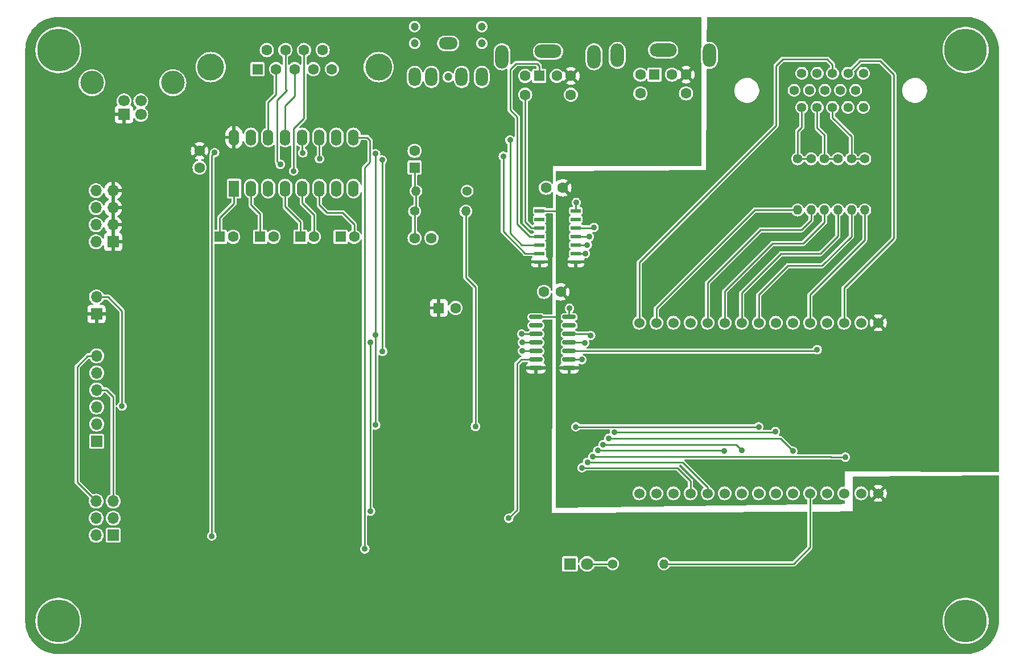
<source format=gbr>
G04 #@! TF.GenerationSoftware,KiCad,Pcbnew,(7.0.0)*
G04 #@! TF.CreationDate,2024-08-17T07:47:08-04:00*
G04 #@! TF.ProjectId,ESP32-TERM,45535033-322d-4544-9552-4d2e6b696361,1*
G04 #@! TF.SameCoordinates,Original*
G04 #@! TF.FileFunction,Copper,L1,Top*
G04 #@! TF.FilePolarity,Positive*
%FSLAX46Y46*%
G04 Gerber Fmt 4.6, Leading zero omitted, Abs format (unit mm)*
G04 Created by KiCad (PCBNEW (7.0.0)) date 2024-08-17 07:47:08*
%MOMM*%
%LPD*%
G01*
G04 APERTURE LIST*
G04 Aperture macros list*
%AMRoundRect*
0 Rectangle with rounded corners*
0 $1 Rounding radius*
0 $2 $3 $4 $5 $6 $7 $8 $9 X,Y pos of 4 corners*
0 Add a 4 corners polygon primitive as box body*
4,1,4,$2,$3,$4,$5,$6,$7,$8,$9,$2,$3,0*
0 Add four circle primitives for the rounded corners*
1,1,$1+$1,$2,$3*
1,1,$1+$1,$4,$5*
1,1,$1+$1,$6,$7*
1,1,$1+$1,$8,$9*
0 Add four rect primitives between the rounded corners*
20,1,$1+$1,$2,$3,$4,$5,0*
20,1,$1+$1,$4,$5,$6,$7,0*
20,1,$1+$1,$6,$7,$8,$9,0*
20,1,$1+$1,$8,$9,$2,$3,0*%
G04 Aperture macros list end*
G04 #@! TA.AperFunction,ComponentPad*
%ADD10C,6.350000*%
G04 #@! TD*
G04 #@! TA.AperFunction,ComponentPad*
%ADD11C,1.524000*%
G04 #@! TD*
G04 #@! TA.AperFunction,ComponentPad*
%ADD12C,1.600000*%
G04 #@! TD*
G04 #@! TA.AperFunction,ComponentPad*
%ADD13C,1.400000*%
G04 #@! TD*
G04 #@! TA.AperFunction,ComponentPad*
%ADD14O,1.400000X1.400000*%
G04 #@! TD*
G04 #@! TA.AperFunction,SMDPad,CuDef*
%ADD15R,1.500000X0.600000*%
G04 #@! TD*
G04 #@! TA.AperFunction,ComponentPad*
%ADD16R,1.600000X1.600000*%
G04 #@! TD*
G04 #@! TA.AperFunction,ComponentPad*
%ADD17O,2.000000X3.500000*%
G04 #@! TD*
G04 #@! TA.AperFunction,ComponentPad*
%ADD18O,4.000000X2.000000*%
G04 #@! TD*
G04 #@! TA.AperFunction,ComponentPad*
%ADD19R,1.700000X1.700000*%
G04 #@! TD*
G04 #@! TA.AperFunction,ComponentPad*
%ADD20O,1.700000X1.700000*%
G04 #@! TD*
G04 #@! TA.AperFunction,ComponentPad*
%ADD21C,1.397000*%
G04 #@! TD*
G04 #@! TA.AperFunction,ComponentPad*
%ADD22C,4.000000*%
G04 #@! TD*
G04 #@! TA.AperFunction,SMDPad,CuDef*
%ADD23RoundRect,0.150000X0.825000X0.150000X-0.825000X0.150000X-0.825000X-0.150000X0.825000X-0.150000X0*%
G04 #@! TD*
G04 #@! TA.AperFunction,ComponentPad*
%ADD24R,1.800000X1.800000*%
G04 #@! TD*
G04 #@! TA.AperFunction,ComponentPad*
%ADD25C,1.800000*%
G04 #@! TD*
G04 #@! TA.AperFunction,ComponentPad*
%ADD26C,1.200000*%
G04 #@! TD*
G04 #@! TA.AperFunction,ComponentPad*
%ADD27O,1.800000X2.800000*%
G04 #@! TD*
G04 #@! TA.AperFunction,ComponentPad*
%ADD28O,2.800000X1.800000*%
G04 #@! TD*
G04 #@! TA.AperFunction,ComponentPad*
%ADD29R,1.600000X2.400000*%
G04 #@! TD*
G04 #@! TA.AperFunction,ComponentPad*
%ADD30O,1.600000X2.400000*%
G04 #@! TD*
G04 #@! TA.AperFunction,ComponentPad*
%ADD31C,1.700000*%
G04 #@! TD*
G04 #@! TA.AperFunction,ComponentPad*
%ADD32C,3.500000*%
G04 #@! TD*
G04 #@! TA.AperFunction,ViaPad*
%ADD33C,0.889000*%
G04 #@! TD*
G04 #@! TA.AperFunction,Conductor*
%ADD34C,0.254000*%
G04 #@! TD*
G04 APERTURE END LIST*
D10*
X165000000Y10000000D03*
X300000000Y-75000000D03*
X165000000Y-75000000D03*
X300000000Y10000000D03*
D11*
X287000000Y-30600000D03*
X284460000Y-30600000D03*
X281920000Y-30600000D03*
X279380000Y-30600000D03*
X276840000Y-30600000D03*
X274300000Y-30600000D03*
X271760000Y-30600000D03*
X269220000Y-30600000D03*
X266680000Y-30600000D03*
X264140000Y-30600000D03*
X261600000Y-30600000D03*
X259060000Y-30600000D03*
X256520000Y-30600000D03*
X253980000Y-30600000D03*
X251440000Y-30600000D03*
X251440000Y-56000000D03*
X253980000Y-56000000D03*
X256520000Y-56000000D03*
X259060000Y-56000000D03*
X261600000Y-56000000D03*
X264140000Y-56000000D03*
X266680000Y-56000000D03*
X269220000Y-56000000D03*
X271760000Y-56000000D03*
X274300000Y-56000000D03*
X276840000Y-56000000D03*
X279380000Y-56000000D03*
X281920000Y-56000000D03*
X284460000Y-56000000D03*
X287000000Y-56000000D03*
D12*
X218000000Y-18000000D03*
X220500000Y-18000000D03*
X240050000Y-10500000D03*
X237550000Y-10500000D03*
X239756000Y-26000000D03*
X237256000Y-26000000D03*
D13*
X277000000Y-6190000D03*
D14*
X276999999Y-13809999D03*
D13*
X275000000Y-6190000D03*
D14*
X274999999Y-13809999D03*
D13*
X281000000Y-6190000D03*
D14*
X280999999Y-13809999D03*
D13*
X279000000Y-6190000D03*
D14*
X278999999Y-13809999D03*
D13*
X285000000Y-6190000D03*
D14*
X284999999Y-13809999D03*
D13*
X283000000Y-6190000D03*
D14*
X282999999Y-13809999D03*
D13*
X218000000Y-14000000D03*
D14*
X225619999Y-13999999D03*
D13*
X225810000Y-11000000D03*
D14*
X218189999Y-10999999D03*
D15*
X241999999Y-21539999D03*
X241999999Y-20269999D03*
X241999999Y-18999999D03*
X241999999Y-17729999D03*
X241999999Y-16459999D03*
X241999999Y-15189999D03*
X241999999Y-13919999D03*
X236599999Y-13919999D03*
X236599999Y-15189999D03*
X236599999Y-16459999D03*
X236599999Y-17729999D03*
X236599999Y-18999999D03*
X236599999Y-20269999D03*
X236599999Y-21539999D03*
D16*
X253699999Y6349999D03*
D12*
X256300000Y6350000D03*
X251600000Y6350000D03*
X258400000Y6350000D03*
X251600000Y3550000D03*
X258400000Y3550000D03*
D17*
X261849999Y9199999D03*
D18*
X254999999Y9999999D03*
D17*
X248149999Y9199999D03*
D19*
X170669999Y-48239999D03*
D20*
X170669999Y-45699999D03*
X170669999Y-43159999D03*
X170669999Y-40619999D03*
X170669999Y-38079999D03*
X170669999Y-35539999D03*
D21*
X275622370Y1460000D03*
X277913450Y1460000D03*
X280199450Y1460000D03*
X282493070Y1460000D03*
X284781610Y1460000D03*
X274476830Y4000000D03*
X276767910Y4000000D03*
X279058990Y4000000D03*
X281347530Y4000000D03*
X283638610Y4000000D03*
X275622370Y6540000D03*
X277913450Y6540000D03*
X280201990Y6537460D03*
X282493070Y6540000D03*
X284781610Y6540000D03*
D22*
X212655000Y7460000D03*
X187655000Y7460000D03*
D16*
X194614999Y7159999D03*
D12*
X197385000Y7160000D03*
X200155000Y7160000D03*
X202925000Y7160000D03*
X205695000Y7160000D03*
X196000000Y10000000D03*
X198770000Y10000000D03*
X201540000Y10000000D03*
X204310000Y10000000D03*
X186000000Y-5000000D03*
X186000000Y-7500000D03*
D16*
X221599999Y-28399999D03*
D12*
X224100000Y-28400000D03*
D16*
X217999999Y-7499999D03*
D12*
X218000000Y-5000000D03*
D19*
X173119999Y-18559999D03*
D20*
X170579999Y-18559999D03*
X173119999Y-16019999D03*
X170579999Y-16019999D03*
X173119999Y-13479999D03*
X170579999Y-13479999D03*
X173119999Y-10939999D03*
X170579999Y-10939999D03*
D13*
X247480000Y-66500000D03*
D14*
X255099999Y-66499999D03*
D16*
X206999999Y-17794999D03*
D12*
X209000000Y-17795000D03*
D16*
X200999999Y-17794999D03*
D12*
X203000000Y-17795000D03*
D16*
X188999999Y-17794999D03*
D12*
X191000000Y-17795000D03*
D19*
X170654999Y-29304999D03*
D20*
X170654999Y-26764999D03*
D16*
X236549999Y6149999D03*
D12*
X239150000Y6150000D03*
X234450000Y6150000D03*
X241250000Y6150000D03*
X234450000Y3350000D03*
X241250000Y3350000D03*
D17*
X244699999Y8999999D03*
D18*
X237849999Y9799999D03*
D17*
X230999999Y8999999D03*
D23*
X241000000Y-37350000D03*
X241000000Y-36080000D03*
X241000000Y-34810000D03*
X241000000Y-33540000D03*
X241000000Y-32270000D03*
X241000000Y-31000000D03*
X241000000Y-29730000D03*
X236050000Y-29730000D03*
X236050000Y-31000000D03*
X236050000Y-32270000D03*
X236050000Y-33540000D03*
X236050000Y-34810000D03*
X236050000Y-36080000D03*
X236050000Y-37350000D03*
D24*
X241124999Y-66499999D03*
D25*
X243665000Y-66500000D03*
D16*
X194999999Y-17794999D03*
D12*
X197000000Y-17795000D03*
D26*
X218000000Y13500000D03*
X218000000Y11000000D03*
X223000000Y6000000D03*
X228000000Y13500000D03*
X228000000Y11000000D03*
D27*
X227999999Y5999999D03*
X224999999Y5999999D03*
D28*
X222999999Y10999999D03*
D27*
X217999999Y5999999D03*
X220499999Y5999999D03*
D29*
X191124999Y-10619999D03*
D30*
X193664999Y-10619999D03*
X196204999Y-10619999D03*
X198744999Y-10619999D03*
X201284999Y-10619999D03*
X203824999Y-10619999D03*
X206364999Y-10619999D03*
X208904999Y-10619999D03*
X208904999Y-2999999D03*
X206364999Y-2999999D03*
X203824999Y-2999999D03*
X201284999Y-2999999D03*
X198744999Y-2999999D03*
X196204999Y-2999999D03*
X193664999Y-2999999D03*
X191124999Y-2999999D03*
D19*
X173139999Y-62244999D03*
D20*
X170599999Y-62244999D03*
X173139999Y-59704999D03*
X170599999Y-59704999D03*
X173139999Y-57164999D03*
X170599999Y-57164999D03*
D19*
X174749999Y422499D03*
D31*
X177250000Y422500D03*
X177250000Y2422500D03*
X174750000Y2422500D03*
D32*
X169980000Y5132500D03*
X182020000Y5132500D03*
D33*
X241046000Y-28448000D03*
X242062000Y-12700000D03*
X277900000Y-34600000D03*
X227050000Y-46040000D03*
X269200000Y-46094370D03*
X242000000Y-46100000D03*
X245244176Y-49642187D03*
X243400000Y-20300000D03*
X264100000Y-49725000D03*
X246069176Y-48747838D03*
X266700000Y-49600000D03*
X243700000Y-19000000D03*
X242900000Y-52200000D03*
X242900000Y-36100000D03*
X174450000Y-43010000D03*
X203840000Y-6175000D03*
X234050000Y-34800000D03*
X213180000Y-6380000D03*
X213230000Y-34850000D03*
X231200000Y-5800000D03*
X232200000Y-3400000D03*
X212190000Y-5440000D03*
X233930000Y-32280000D03*
X212200000Y-32440000D03*
X212210000Y-45830000D03*
X198000000Y-7000000D03*
X200000000Y-8000000D03*
X243300000Y-33600000D03*
X243725000Y-51375000D03*
X282100000Y-50600000D03*
X244200000Y-32500000D03*
X244550500Y-50550000D03*
X247719176Y-46919370D03*
X244700000Y-16400000D03*
X271700000Y-46800000D03*
X244000000Y-17800000D03*
X274300000Y-49725000D03*
X246894176Y-47840251D03*
X187820000Y-62350000D03*
X188230000Y-5280000D03*
X201370000Y-5300000D03*
X210600000Y-64280000D03*
X232020000Y-59710000D03*
X234050000Y-33540000D03*
X211385000Y-33510000D03*
X211430000Y-58660000D03*
D34*
X241000000Y-28494000D02*
X241046000Y-28448000D01*
X241000000Y-29730000D02*
X241000000Y-28494000D01*
X242000000Y-13920000D02*
X242000000Y-12762000D01*
X242000000Y-12762000D02*
X242062000Y-12700000D01*
X236600000Y-13920000D02*
X239380000Y-13920000D01*
X236050000Y-29730000D02*
X239170000Y-29730000D01*
X195000000Y-14406000D02*
X195000000Y-17795000D01*
X193665000Y-10620000D02*
X193665000Y-13071000D01*
X193665000Y-13071000D02*
X195000000Y-14406000D01*
X198745000Y-10620000D02*
X198745000Y-13325000D01*
X201000000Y-15580000D02*
X201000000Y-17795000D01*
X198745000Y-13325000D02*
X201000000Y-15580000D01*
X241000000Y-34810000D02*
X277690000Y-34810000D01*
X277690000Y-34810000D02*
X277900000Y-34600000D01*
X218000000Y-18000000D02*
X218000000Y-14000000D01*
X218190000Y-11000000D02*
X218190000Y-13810000D01*
X218000000Y-7500000D02*
X218000000Y-10810000D01*
X280201990Y6537460D02*
X280201990Y7834010D01*
X271780000Y7620000D02*
X271780000Y-1270000D01*
X280201990Y7834010D02*
X279400000Y8636000D01*
X279400000Y8636000D02*
X272796000Y8636000D01*
X251440000Y-21610000D02*
X251440000Y-30600000D01*
X272796000Y8636000D02*
X271780000Y7620000D01*
X271780000Y-1270000D02*
X251440000Y-21610000D01*
X282493070Y6540000D02*
X284335070Y8382000D01*
X281920000Y-25420000D02*
X281920000Y-30600000D01*
X284335070Y8382000D02*
X287274000Y8382000D01*
X289306000Y-18034000D02*
X281920000Y-25420000D01*
X289306000Y6350000D02*
X289306000Y-18034000D01*
X287274000Y8382000D02*
X289306000Y6350000D01*
X277000000Y-15354000D02*
X277000000Y-13810000D01*
X275590000Y-16764000D02*
X277000000Y-15354000D01*
X261600000Y-30600000D02*
X261600000Y-24658000D01*
X269494000Y-16764000D02*
X275590000Y-16764000D01*
X261600000Y-24658000D02*
X269494000Y-16764000D01*
X253980000Y-30600000D02*
X253980000Y-28468000D01*
X268638000Y-13810000D02*
X275000000Y-13810000D01*
X253980000Y-28468000D02*
X268638000Y-13810000D01*
X278384000Y-20320000D02*
X281000000Y-17704000D01*
X281000000Y-17704000D02*
X281000000Y-13810000D01*
X272542000Y-20320000D02*
X278384000Y-20320000D01*
X266680000Y-26182000D02*
X272542000Y-20320000D01*
X266680000Y-30600000D02*
X266680000Y-26182000D01*
X279000000Y-15640000D02*
X279000000Y-13810000D01*
X275844000Y-18796000D02*
X279000000Y-15640000D01*
X264140000Y-30600000D02*
X264140000Y-25928000D01*
X271272000Y-18796000D02*
X275844000Y-18796000D01*
X264140000Y-25928000D02*
X271272000Y-18796000D01*
X285000000Y-18276000D02*
X285000000Y-13810000D01*
X276840000Y-26436000D02*
X285000000Y-18276000D01*
X276840000Y-30600000D02*
X276840000Y-26436000D01*
X269220000Y-30600000D02*
X269220000Y-26436000D01*
X273558000Y-22098000D02*
X278638000Y-22098000D01*
X269220000Y-26436000D02*
X273558000Y-22098000D01*
X278638000Y-22098000D02*
X283000000Y-17736000D01*
X283000000Y-17736000D02*
X283000000Y-13810000D01*
X269200000Y-46094370D02*
X242005630Y-46094370D01*
X227050000Y-25280000D02*
X227050000Y-46040000D01*
X225620000Y-14000000D02*
X225620000Y-23850000D01*
X225620000Y-23850000D02*
X227050000Y-25280000D01*
X242005630Y-46094370D02*
X242000000Y-46100000D01*
X245244176Y-49642187D02*
X264017187Y-49642187D01*
X264017187Y-49642187D02*
X264100000Y-49725000D01*
X242000000Y-20270000D02*
X243370000Y-20270000D01*
X243370000Y-20270000D02*
X243400000Y-20300000D01*
X242000000Y-19000000D02*
X243700000Y-19000000D01*
X246069176Y-48747838D02*
X265847838Y-48747838D01*
X265847838Y-48747838D02*
X266700000Y-49600000D01*
X242900000Y-52200000D02*
X257100000Y-52200000D01*
X242880000Y-36080000D02*
X242900000Y-36100000D01*
X257100000Y-52200000D02*
X259060000Y-54160000D01*
X241000000Y-36080000D02*
X242880000Y-36080000D01*
X259060000Y-54160000D02*
X259060000Y-56000000D01*
X174450000Y-28830000D02*
X174450000Y-43010000D01*
X172385000Y-26765000D02*
X174450000Y-28830000D01*
X170655000Y-26765000D02*
X172385000Y-26765000D01*
X233100000Y8000000D02*
X236200000Y8000000D01*
X233269000Y-15869000D02*
X233269000Y31000D01*
X233269000Y31000D02*
X232200000Y1100000D01*
X236550000Y7650000D02*
X236550000Y6150000D01*
X232200000Y7100000D02*
X233100000Y8000000D01*
X232200000Y1100000D02*
X232200000Y7100000D01*
X236600000Y-17730000D02*
X235130000Y-17730000D01*
X236200000Y8000000D02*
X236550000Y7650000D01*
X235130000Y-17730000D02*
X233269000Y-15869000D01*
X173140000Y-57165000D02*
X173140000Y-41620000D01*
X170670000Y-40620000D02*
X172140000Y-40620000D01*
X172140000Y-40620000D02*
X173140000Y-41620000D01*
X213230000Y-6430000D02*
X213180000Y-6380000D01*
X213230000Y-34850000D02*
X213230000Y-6430000D01*
X203825000Y-6160000D02*
X203825000Y-3000000D01*
X234060000Y-34810000D02*
X234050000Y-34800000D01*
X236050000Y-34810000D02*
X234060000Y-34810000D01*
X203840000Y-6175000D02*
X203825000Y-6160000D01*
X201285000Y-12817000D02*
X203000000Y-14532000D01*
X201285000Y-10620000D02*
X201285000Y-12817000D01*
X203000000Y-14532000D02*
X203000000Y-17795000D01*
X231200000Y-17018420D02*
X231200000Y-5800000D01*
X234451580Y-20270000D02*
X231200000Y-17018420D01*
X236600000Y-20270000D02*
X234451580Y-20270000D01*
X233900000Y-19000000D02*
X232200000Y-17300000D01*
X236600000Y-19000000D02*
X233900000Y-19000000D01*
X232200000Y-17300000D02*
X232200000Y-3400000D01*
X275622370Y-1491630D02*
X275000000Y-2114000D01*
X275000000Y-2114000D02*
X275000000Y-6190000D01*
X277000000Y-6190000D02*
X275000000Y-6190000D01*
X275622370Y1460000D02*
X275622370Y-1491630D01*
X277913450Y-1561450D02*
X279000000Y-2648000D01*
X279000000Y-2648000D02*
X279000000Y-6190000D01*
X281000000Y-6190000D02*
X279000000Y-6190000D01*
X277913450Y1460000D02*
X277913450Y-1561450D01*
X280199450Y-37450D02*
X283000000Y-2838000D01*
X280199450Y1460000D02*
X280199450Y-37450D01*
X283000000Y-2838000D02*
X283000000Y-6190000D01*
X285000000Y-6190000D02*
X283000000Y-6190000D01*
X236600000Y-16460000D02*
X235360000Y-16460000D01*
X234450000Y-15550000D02*
X234450000Y3350000D01*
X235360000Y-16460000D02*
X234450000Y-15550000D01*
X243665000Y-66500000D02*
X247480000Y-66500000D01*
X189000000Y-14962000D02*
X191125000Y-12837000D01*
X191125000Y-12837000D02*
X191125000Y-10620000D01*
X189000000Y-17795000D02*
X189000000Y-14962000D01*
X204978000Y-14224000D02*
X207264000Y-14224000D01*
X203825000Y-10620000D02*
X203825000Y-13071000D01*
X207264000Y-14224000D02*
X209000000Y-15960000D01*
X209000000Y-15960000D02*
X209000000Y-17795000D01*
X203825000Y-13071000D02*
X204978000Y-14224000D01*
X212200000Y-32440000D02*
X212200000Y-5450000D01*
X212210000Y-45830000D02*
X212210000Y-32450000D01*
X212200000Y-5450000D02*
X212190000Y-5440000D01*
X233940000Y-32270000D02*
X233930000Y-32280000D01*
X236050000Y-32270000D02*
X233940000Y-32270000D01*
X212210000Y-32450000D02*
X212200000Y-32440000D01*
X170600000Y-57165000D02*
X167780000Y-54345000D01*
X167780000Y-37120000D02*
X169360000Y-35540000D01*
X167780000Y-54345000D02*
X167780000Y-37120000D01*
X169360000Y-35540000D02*
X170670000Y-35540000D01*
X196205000Y2205000D02*
X196205000Y-3000000D01*
X197385000Y7160000D02*
X197385000Y3385000D01*
X197385000Y3385000D02*
X196205000Y2205000D01*
X200155000Y7160000D02*
X200155000Y3155000D01*
X200155000Y3155000D02*
X198745000Y1745000D01*
X198745000Y1745000D02*
X198745000Y-3000000D01*
X198770000Y4230000D02*
X199000000Y4000000D01*
X198770000Y10000000D02*
X198770000Y4230000D01*
X197564000Y2564000D02*
X197564000Y-6564000D01*
X197564000Y-6564000D02*
X198000000Y-7000000D01*
X199000000Y4000000D02*
X197564000Y2564000D01*
X200000000Y-1691310D02*
X200000000Y-8000000D01*
X201540000Y10000000D02*
X201540000Y-151310D01*
X201540000Y-151310D02*
X200000000Y-1691310D01*
X257875000Y-51375000D02*
X261600000Y-55100000D01*
X241000000Y-33540000D02*
X243240000Y-33540000D01*
X243725000Y-51375000D02*
X257875000Y-51375000D01*
X261600000Y-55100000D02*
X261600000Y-56000000D01*
X243240000Y-33540000D02*
X243300000Y-33600000D01*
X279950000Y-50600000D02*
X279900000Y-50550000D01*
X244550500Y-50550000D02*
X279900000Y-50550000D01*
X243970000Y-32270000D02*
X244200000Y-32500000D01*
X282100000Y-50600000D02*
X279950000Y-50600000D01*
X241000000Y-32270000D02*
X243970000Y-32270000D01*
X274368000Y-66500000D02*
X255100000Y-66500000D01*
X276840000Y-56000000D02*
X276840000Y-64028000D01*
X276840000Y-64028000D02*
X274368000Y-66500000D01*
X247719176Y-46919370D02*
X271580630Y-46919370D01*
X242000000Y-16460000D02*
X244640000Y-16460000D01*
X271580630Y-46919370D02*
X271700000Y-46800000D01*
X244640000Y-16460000D02*
X244700000Y-16400000D01*
X242000000Y-17730000D02*
X243930000Y-17730000D01*
X243930000Y-17730000D02*
X244000000Y-17800000D01*
X272415251Y-47840251D02*
X274300000Y-49725000D01*
X246894176Y-47840251D02*
X272415251Y-47840251D01*
X201285000Y-5215000D02*
X201370000Y-5300000D01*
X188230000Y-5280000D02*
X187819000Y-5691000D01*
X187819000Y-62349000D02*
X187820000Y-62350000D01*
X201285000Y-3000000D02*
X201285000Y-5215000D01*
X187819000Y-5691000D02*
X187819000Y-62349000D01*
X211364500Y-3444500D02*
X211364500Y-6694500D01*
X210559500Y-64239500D02*
X210600000Y-64280000D01*
X210559500Y-7499500D02*
X210559500Y-64239500D01*
X211364500Y-6694500D02*
X210559500Y-7499500D01*
X210920000Y-3000000D02*
X211364500Y-3444500D01*
X208905000Y-3000000D02*
X210920000Y-3000000D01*
X233860000Y-36080000D02*
X236050000Y-36080000D01*
X233224500Y-36715500D02*
X233860000Y-36080000D01*
X233224500Y-58505500D02*
X233224500Y-36715500D01*
X232020000Y-59710000D02*
X233224500Y-58505500D01*
X211385000Y-33510000D02*
X211385000Y-58615000D01*
X236050000Y-33540000D02*
X234050000Y-33540000D01*
X211385000Y-58615000D02*
X211430000Y-58660000D01*
G04 #@! TA.AperFunction,Conductor*
G36*
X300002703Y14949382D02*
G01*
X300425970Y14930902D01*
X300436746Y14929959D01*
X300854099Y14875013D01*
X300864752Y14873135D01*
X301275741Y14782021D01*
X301286191Y14779221D01*
X301687664Y14652637D01*
X301697829Y14648937D01*
X302086750Y14487840D01*
X302096554Y14483268D01*
X302469942Y14288895D01*
X302479310Y14283487D01*
X302834348Y14057303D01*
X302843209Y14051098D01*
X303177189Y13794826D01*
X303185476Y13787872D01*
X303495833Y13503482D01*
X303503482Y13495833D01*
X303787872Y13185476D01*
X303794826Y13177189D01*
X304051098Y12843209D01*
X304057303Y12834348D01*
X304283487Y12479310D01*
X304288895Y12469942D01*
X304483268Y12096554D01*
X304487840Y12086750D01*
X304648937Y11697829D01*
X304652637Y11687664D01*
X304779221Y11286191D01*
X304782021Y11275741D01*
X304873135Y10864752D01*
X304875013Y10854099D01*
X304929959Y10436746D01*
X304930902Y10425970D01*
X304949382Y10002703D01*
X304949500Y9997294D01*
X304949500Y-52674810D01*
X304932798Y-52736965D01*
X304887190Y-52782376D01*
X304824963Y-52798809D01*
X282016370Y-52700070D01*
X282016366Y-52700070D01*
X282000000Y-52700000D01*
X282000000Y-52716370D01*
X282000000Y-54858316D01*
X281985358Y-54916769D01*
X281944890Y-54961418D01*
X281888155Y-54981718D01*
X281833531Y-54987098D01*
X281726793Y-54997610D01*
X281726783Y-54997611D01*
X281720731Y-54998208D01*
X281714911Y-54999973D01*
X281714903Y-54999975D01*
X281534942Y-55054566D01*
X281534933Y-55054569D01*
X281529120Y-55056333D01*
X281523756Y-55059200D01*
X281523749Y-55059203D01*
X281357909Y-55147846D01*
X281357898Y-55147852D01*
X281352531Y-55150722D01*
X281347823Y-55154585D01*
X281347818Y-55154589D01*
X281202454Y-55273885D01*
X281202448Y-55273890D01*
X281197748Y-55277748D01*
X281193890Y-55282448D01*
X281193885Y-55282454D01*
X281074589Y-55427818D01*
X281074585Y-55427823D01*
X281070722Y-55432531D01*
X281067852Y-55437898D01*
X281067846Y-55437909D01*
X280979203Y-55603749D01*
X280979200Y-55603756D01*
X280976333Y-55609120D01*
X280974569Y-55614933D01*
X280974566Y-55614942D01*
X280919975Y-55794903D01*
X280919973Y-55794911D01*
X280918208Y-55800731D01*
X280917611Y-55806783D01*
X280917610Y-55806793D01*
X280899179Y-55993938D01*
X280898582Y-56000000D01*
X280899179Y-56006062D01*
X280917610Y-56193206D01*
X280917611Y-56193214D01*
X280918208Y-56199269D01*
X280919973Y-56205090D01*
X280919975Y-56205096D01*
X280974566Y-56385057D01*
X280974568Y-56385062D01*
X280976333Y-56390880D01*
X280979201Y-56396247D01*
X280979203Y-56396250D01*
X281067846Y-56562090D01*
X281067850Y-56562096D01*
X281070722Y-56567469D01*
X281197748Y-56722252D01*
X281352531Y-56849278D01*
X281357906Y-56852151D01*
X281357909Y-56852153D01*
X281472953Y-56913645D01*
X281529120Y-56943667D01*
X281720731Y-57001792D01*
X281888155Y-57018281D01*
X281944890Y-57038582D01*
X281985358Y-57083231D01*
X282000000Y-57141684D01*
X282000000Y-57477718D01*
X281983674Y-57539218D01*
X281938996Y-57584524D01*
X281877730Y-57601706D01*
X281293149Y-57609863D01*
X277347227Y-57664922D01*
X277284502Y-57648894D01*
X277238402Y-57603434D01*
X277221500Y-57540935D01*
X277221500Y-57023003D01*
X277239142Y-56959254D01*
X277287047Y-56913645D01*
X277402090Y-56852153D01*
X277402088Y-56852153D01*
X277407469Y-56849278D01*
X277562252Y-56722252D01*
X277689278Y-56567469D01*
X277783667Y-56390880D01*
X277841792Y-56199269D01*
X277861418Y-56000000D01*
X278358582Y-56000000D01*
X278359179Y-56006062D01*
X278377610Y-56193206D01*
X278377611Y-56193214D01*
X278378208Y-56199269D01*
X278379973Y-56205090D01*
X278379975Y-56205096D01*
X278434566Y-56385057D01*
X278434568Y-56385062D01*
X278436333Y-56390880D01*
X278439201Y-56396247D01*
X278439203Y-56396250D01*
X278527846Y-56562090D01*
X278527850Y-56562096D01*
X278530722Y-56567469D01*
X278657748Y-56722252D01*
X278812531Y-56849278D01*
X278817906Y-56852151D01*
X278817909Y-56852153D01*
X278932953Y-56913645D01*
X278989120Y-56943667D01*
X279180731Y-57001792D01*
X279380000Y-57021418D01*
X279579269Y-57001792D01*
X279770880Y-56943667D01*
X279947469Y-56849278D01*
X280102252Y-56722252D01*
X280229278Y-56567469D01*
X280323667Y-56390880D01*
X280381792Y-56199269D01*
X280401418Y-56000000D01*
X280381792Y-55800731D01*
X280323667Y-55609120D01*
X280229278Y-55432531D01*
X280102252Y-55277748D01*
X279947469Y-55150722D01*
X279942096Y-55147850D01*
X279942090Y-55147846D01*
X279776250Y-55059203D01*
X279776247Y-55059201D01*
X279770880Y-55056333D01*
X279765062Y-55054568D01*
X279765057Y-55054566D01*
X279585096Y-54999975D01*
X279585090Y-54999973D01*
X279579269Y-54998208D01*
X279573214Y-54997611D01*
X279573206Y-54997610D01*
X279386062Y-54979179D01*
X279380000Y-54978582D01*
X279373938Y-54979179D01*
X279186793Y-54997610D01*
X279186783Y-54997611D01*
X279180731Y-54998208D01*
X279174911Y-54999973D01*
X279174903Y-54999975D01*
X278994942Y-55054566D01*
X278994933Y-55054569D01*
X278989120Y-55056333D01*
X278983756Y-55059200D01*
X278983749Y-55059203D01*
X278817909Y-55147846D01*
X278817898Y-55147852D01*
X278812531Y-55150722D01*
X278807823Y-55154585D01*
X278807818Y-55154589D01*
X278662454Y-55273885D01*
X278662448Y-55273890D01*
X278657748Y-55277748D01*
X278653890Y-55282448D01*
X278653885Y-55282454D01*
X278534589Y-55427818D01*
X278534585Y-55427823D01*
X278530722Y-55432531D01*
X278527852Y-55437898D01*
X278527846Y-55437909D01*
X278439203Y-55603749D01*
X278439200Y-55603756D01*
X278436333Y-55609120D01*
X278434569Y-55614933D01*
X278434566Y-55614942D01*
X278379975Y-55794903D01*
X278379973Y-55794911D01*
X278378208Y-55800731D01*
X278377611Y-55806783D01*
X278377610Y-55806793D01*
X278359179Y-55993938D01*
X278358582Y-56000000D01*
X277861418Y-56000000D01*
X277841792Y-55800731D01*
X277783667Y-55609120D01*
X277689278Y-55432531D01*
X277562252Y-55277748D01*
X277407469Y-55150722D01*
X277402096Y-55147850D01*
X277402090Y-55147846D01*
X277236250Y-55059203D01*
X277236247Y-55059201D01*
X277230880Y-55056333D01*
X277225062Y-55054568D01*
X277225057Y-55054566D01*
X277045096Y-54999975D01*
X277045090Y-54999973D01*
X277039269Y-54998208D01*
X277033214Y-54997611D01*
X277033206Y-54997610D01*
X276846062Y-54979179D01*
X276840000Y-54978582D01*
X276833938Y-54979179D01*
X276646793Y-54997610D01*
X276646783Y-54997611D01*
X276640731Y-54998208D01*
X276634911Y-54999973D01*
X276634903Y-54999975D01*
X276454942Y-55054566D01*
X276454933Y-55054569D01*
X276449120Y-55056333D01*
X276443756Y-55059200D01*
X276443749Y-55059203D01*
X276277909Y-55147846D01*
X276277898Y-55147852D01*
X276272531Y-55150722D01*
X276267823Y-55154585D01*
X276267818Y-55154589D01*
X276122454Y-55273885D01*
X276122448Y-55273890D01*
X276117748Y-55277748D01*
X276113890Y-55282448D01*
X276113885Y-55282454D01*
X275994589Y-55427818D01*
X275994585Y-55427823D01*
X275990722Y-55432531D01*
X275987852Y-55437898D01*
X275987846Y-55437909D01*
X275899203Y-55603749D01*
X275899200Y-55603756D01*
X275896333Y-55609120D01*
X275894569Y-55614933D01*
X275894566Y-55614942D01*
X275839975Y-55794903D01*
X275839973Y-55794911D01*
X275838208Y-55800731D01*
X275837611Y-55806783D01*
X275837610Y-55806793D01*
X275819179Y-55993938D01*
X275818582Y-56000000D01*
X275819179Y-56006062D01*
X275837610Y-56193206D01*
X275837611Y-56193214D01*
X275838208Y-56199269D01*
X275839973Y-56205090D01*
X275839975Y-56205096D01*
X275894566Y-56385057D01*
X275894568Y-56385062D01*
X275896333Y-56390880D01*
X275899201Y-56396247D01*
X275899203Y-56396250D01*
X275987846Y-56562090D01*
X275987850Y-56562096D01*
X275990722Y-56567469D01*
X276117748Y-56722252D01*
X276272531Y-56849278D01*
X276277906Y-56852151D01*
X276277909Y-56852153D01*
X276392953Y-56913645D01*
X276440858Y-56959254D01*
X276458500Y-57023003D01*
X276458500Y-57555041D01*
X276442174Y-57616541D01*
X276397496Y-57661847D01*
X276336230Y-57679029D01*
X258331149Y-57930263D01*
X239125728Y-58198245D01*
X239063002Y-58182217D01*
X239016902Y-58136757D01*
X239000000Y-58074258D01*
X239000000Y-56000000D01*
X250418582Y-56000000D01*
X250419179Y-56006062D01*
X250437610Y-56193206D01*
X250437611Y-56193214D01*
X250438208Y-56199269D01*
X250439973Y-56205090D01*
X250439975Y-56205096D01*
X250494566Y-56385057D01*
X250494568Y-56385062D01*
X250496333Y-56390880D01*
X250499201Y-56396247D01*
X250499203Y-56396250D01*
X250587846Y-56562090D01*
X250587850Y-56562096D01*
X250590722Y-56567469D01*
X250717748Y-56722252D01*
X250872531Y-56849278D01*
X250877906Y-56852151D01*
X250877909Y-56852153D01*
X250992953Y-56913645D01*
X251049120Y-56943667D01*
X251240731Y-57001792D01*
X251440000Y-57021418D01*
X251639269Y-57001792D01*
X251830880Y-56943667D01*
X252007469Y-56849278D01*
X252162252Y-56722252D01*
X252289278Y-56567469D01*
X252383667Y-56390880D01*
X252441792Y-56199269D01*
X252461418Y-56000000D01*
X252958582Y-56000000D01*
X252959179Y-56006062D01*
X252977610Y-56193206D01*
X252977611Y-56193214D01*
X252978208Y-56199269D01*
X252979973Y-56205090D01*
X252979975Y-56205096D01*
X253034566Y-56385057D01*
X253034568Y-56385062D01*
X253036333Y-56390880D01*
X253039201Y-56396247D01*
X253039203Y-56396250D01*
X253127846Y-56562090D01*
X253127850Y-56562096D01*
X253130722Y-56567469D01*
X253257748Y-56722252D01*
X253412531Y-56849278D01*
X253417906Y-56852151D01*
X253417909Y-56852153D01*
X253532953Y-56913645D01*
X253589120Y-56943667D01*
X253780731Y-57001792D01*
X253980000Y-57021418D01*
X254179269Y-57001792D01*
X254370880Y-56943667D01*
X254547469Y-56849278D01*
X254702252Y-56722252D01*
X254829278Y-56567469D01*
X254923667Y-56390880D01*
X254981792Y-56199269D01*
X255001418Y-56000000D01*
X255498582Y-56000000D01*
X255499179Y-56006062D01*
X255517610Y-56193206D01*
X255517611Y-56193214D01*
X255518208Y-56199269D01*
X255519973Y-56205090D01*
X255519975Y-56205096D01*
X255574566Y-56385057D01*
X255574568Y-56385062D01*
X255576333Y-56390880D01*
X255579201Y-56396247D01*
X255579203Y-56396250D01*
X255667846Y-56562090D01*
X255667850Y-56562096D01*
X255670722Y-56567469D01*
X255797748Y-56722252D01*
X255952531Y-56849278D01*
X255957906Y-56852151D01*
X255957909Y-56852153D01*
X256072953Y-56913645D01*
X256129120Y-56943667D01*
X256320731Y-57001792D01*
X256520000Y-57021418D01*
X256719269Y-57001792D01*
X256910880Y-56943667D01*
X257087469Y-56849278D01*
X257242252Y-56722252D01*
X257369278Y-56567469D01*
X257463667Y-56390880D01*
X257521792Y-56199269D01*
X257541418Y-56000000D01*
X257521792Y-55800731D01*
X257463667Y-55609120D01*
X257369278Y-55432531D01*
X257242252Y-55277748D01*
X257087469Y-55150722D01*
X257082096Y-55147850D01*
X257082090Y-55147846D01*
X256916250Y-55059203D01*
X256916247Y-55059201D01*
X256910880Y-55056333D01*
X256905062Y-55054568D01*
X256905057Y-55054566D01*
X256725096Y-54999975D01*
X256725090Y-54999973D01*
X256719269Y-54998208D01*
X256713214Y-54997611D01*
X256713206Y-54997610D01*
X256526062Y-54979179D01*
X256520000Y-54978582D01*
X256513938Y-54979179D01*
X256326793Y-54997610D01*
X256326783Y-54997611D01*
X256320731Y-54998208D01*
X256314911Y-54999973D01*
X256314903Y-54999975D01*
X256134942Y-55054566D01*
X256134933Y-55054569D01*
X256129120Y-55056333D01*
X256123756Y-55059200D01*
X256123749Y-55059203D01*
X255957909Y-55147846D01*
X255957898Y-55147852D01*
X255952531Y-55150722D01*
X255947823Y-55154585D01*
X255947818Y-55154589D01*
X255802454Y-55273885D01*
X255802448Y-55273890D01*
X255797748Y-55277748D01*
X255793890Y-55282448D01*
X255793885Y-55282454D01*
X255674589Y-55427818D01*
X255674585Y-55427823D01*
X255670722Y-55432531D01*
X255667852Y-55437898D01*
X255667846Y-55437909D01*
X255579203Y-55603749D01*
X255579200Y-55603756D01*
X255576333Y-55609120D01*
X255574569Y-55614933D01*
X255574566Y-55614942D01*
X255519975Y-55794903D01*
X255519973Y-55794911D01*
X255518208Y-55800731D01*
X255517611Y-55806783D01*
X255517610Y-55806793D01*
X255499179Y-55993938D01*
X255498582Y-56000000D01*
X255001418Y-56000000D01*
X254981792Y-55800731D01*
X254923667Y-55609120D01*
X254829278Y-55432531D01*
X254702252Y-55277748D01*
X254547469Y-55150722D01*
X254542096Y-55147850D01*
X254542090Y-55147846D01*
X254376250Y-55059203D01*
X254376247Y-55059201D01*
X254370880Y-55056333D01*
X254365062Y-55054568D01*
X254365057Y-55054566D01*
X254185096Y-54999975D01*
X254185090Y-54999973D01*
X254179269Y-54998208D01*
X254173214Y-54997611D01*
X254173206Y-54997610D01*
X253986062Y-54979179D01*
X253980000Y-54978582D01*
X253973938Y-54979179D01*
X253786793Y-54997610D01*
X253786783Y-54997611D01*
X253780731Y-54998208D01*
X253774911Y-54999973D01*
X253774903Y-54999975D01*
X253594942Y-55054566D01*
X253594933Y-55054569D01*
X253589120Y-55056333D01*
X253583756Y-55059200D01*
X253583749Y-55059203D01*
X253417909Y-55147846D01*
X253417898Y-55147852D01*
X253412531Y-55150722D01*
X253407823Y-55154585D01*
X253407818Y-55154589D01*
X253262454Y-55273885D01*
X253262448Y-55273890D01*
X253257748Y-55277748D01*
X253253890Y-55282448D01*
X253253885Y-55282454D01*
X253134589Y-55427818D01*
X253134585Y-55427823D01*
X253130722Y-55432531D01*
X253127852Y-55437898D01*
X253127846Y-55437909D01*
X253039203Y-55603749D01*
X253039200Y-55603756D01*
X253036333Y-55609120D01*
X253034569Y-55614933D01*
X253034566Y-55614942D01*
X252979975Y-55794903D01*
X252979973Y-55794911D01*
X252978208Y-55800731D01*
X252977611Y-55806783D01*
X252977610Y-55806793D01*
X252959179Y-55993938D01*
X252958582Y-56000000D01*
X252461418Y-56000000D01*
X252441792Y-55800731D01*
X252383667Y-55609120D01*
X252289278Y-55432531D01*
X252162252Y-55277748D01*
X252007469Y-55150722D01*
X252002096Y-55147850D01*
X252002090Y-55147846D01*
X251836250Y-55059203D01*
X251836247Y-55059201D01*
X251830880Y-55056333D01*
X251825062Y-55054568D01*
X251825057Y-55054566D01*
X251645096Y-54999975D01*
X251645090Y-54999973D01*
X251639269Y-54998208D01*
X251633214Y-54997611D01*
X251633206Y-54997610D01*
X251446062Y-54979179D01*
X251440000Y-54978582D01*
X251433938Y-54979179D01*
X251246793Y-54997610D01*
X251246783Y-54997611D01*
X251240731Y-54998208D01*
X251234911Y-54999973D01*
X251234903Y-54999975D01*
X251054942Y-55054566D01*
X251054933Y-55054569D01*
X251049120Y-55056333D01*
X251043756Y-55059200D01*
X251043749Y-55059203D01*
X250877909Y-55147846D01*
X250877898Y-55147852D01*
X250872531Y-55150722D01*
X250867823Y-55154585D01*
X250867818Y-55154589D01*
X250722454Y-55273885D01*
X250722448Y-55273890D01*
X250717748Y-55277748D01*
X250713890Y-55282448D01*
X250713885Y-55282454D01*
X250594589Y-55427818D01*
X250594585Y-55427823D01*
X250590722Y-55432531D01*
X250587852Y-55437898D01*
X250587846Y-55437909D01*
X250499203Y-55603749D01*
X250499200Y-55603756D01*
X250496333Y-55609120D01*
X250494569Y-55614933D01*
X250494566Y-55614942D01*
X250439975Y-55794903D01*
X250439973Y-55794911D01*
X250438208Y-55800731D01*
X250437611Y-55806783D01*
X250437610Y-55806793D01*
X250419179Y-55993938D01*
X250418582Y-56000000D01*
X239000000Y-56000000D01*
X239000000Y-46100000D01*
X241295866Y-46100000D01*
X241296770Y-46107445D01*
X241315422Y-46261061D01*
X241315423Y-46261065D01*
X241316327Y-46268510D01*
X241318985Y-46275519D01*
X241318987Y-46275526D01*
X241373858Y-46420209D01*
X241376520Y-46427227D01*
X241380783Y-46433403D01*
X241447065Y-46529430D01*
X241472948Y-46566927D01*
X241600006Y-46679491D01*
X241750311Y-46758377D01*
X241915126Y-46799000D01*
X242077374Y-46799000D01*
X242084874Y-46799000D01*
X242249689Y-46758377D01*
X242399994Y-46679491D01*
X242527052Y-46566927D01*
X242552932Y-46529431D01*
X242597358Y-46490074D01*
X242654984Y-46475870D01*
X246960148Y-46475870D01*
X247017774Y-46490073D01*
X247062198Y-46529430D01*
X247083244Y-46584923D01*
X247076090Y-46643841D01*
X247038163Y-46743843D01*
X247038160Y-46743851D01*
X247035503Y-46750860D01*
X247034599Y-46758302D01*
X247034598Y-46758308D01*
X247029536Y-46800000D01*
X247015042Y-46919370D01*
X247015946Y-46926815D01*
X247025112Y-47002304D01*
X247014044Y-47070409D01*
X246968290Y-47122055D01*
X246902016Y-47141251D01*
X246809302Y-47141251D01*
X246802026Y-47143044D01*
X246802020Y-47143045D01*
X246651769Y-47180079D01*
X246651767Y-47180079D01*
X246644487Y-47181874D01*
X246637853Y-47185355D01*
X246637847Y-47185358D01*
X246500821Y-47257275D01*
X246500817Y-47257277D01*
X246494182Y-47260760D01*
X246488572Y-47265729D01*
X246488566Y-47265734D01*
X246372737Y-47368351D01*
X246367124Y-47373324D01*
X246362869Y-47379488D01*
X246362864Y-47379494D01*
X246274959Y-47506847D01*
X246274956Y-47506851D01*
X246270696Y-47513024D01*
X246268036Y-47520035D01*
X246268034Y-47520041D01*
X246213163Y-47664724D01*
X246213160Y-47664732D01*
X246210503Y-47671741D01*
X246209599Y-47679183D01*
X246209598Y-47679189D01*
X246191099Y-47831543D01*
X246190042Y-47840251D01*
X246190946Y-47847696D01*
X246198498Y-47909891D01*
X246187430Y-47977996D01*
X246141676Y-48029642D01*
X246075402Y-48048838D01*
X245984302Y-48048838D01*
X245977026Y-48050631D01*
X245977020Y-48050632D01*
X245826769Y-48087666D01*
X245826767Y-48087666D01*
X245819487Y-48089461D01*
X245812853Y-48092942D01*
X245812847Y-48092945D01*
X245675821Y-48164862D01*
X245675817Y-48164864D01*
X245669182Y-48168347D01*
X245663572Y-48173316D01*
X245663566Y-48173321D01*
X245567906Y-48258070D01*
X245542124Y-48280911D01*
X245537869Y-48287075D01*
X245537864Y-48287081D01*
X245449959Y-48414434D01*
X245449956Y-48414438D01*
X245445696Y-48420611D01*
X245443036Y-48427622D01*
X245443034Y-48427628D01*
X245388163Y-48572311D01*
X245388160Y-48572319D01*
X245385503Y-48579328D01*
X245384599Y-48586770D01*
X245384598Y-48586776D01*
X245366099Y-48739130D01*
X245365042Y-48747838D01*
X245371890Y-48804241D01*
X245360823Y-48872344D01*
X245315069Y-48923990D01*
X245248795Y-48943187D01*
X245159302Y-48943187D01*
X245152026Y-48944980D01*
X245152020Y-48944981D01*
X245001769Y-48982015D01*
X245001767Y-48982015D01*
X244994487Y-48983810D01*
X244987853Y-48987291D01*
X244987847Y-48987294D01*
X244850821Y-49059211D01*
X244850817Y-49059213D01*
X244844182Y-49062696D01*
X244838572Y-49067665D01*
X244838566Y-49067670D01*
X244722737Y-49170287D01*
X244717124Y-49175260D01*
X244712869Y-49181424D01*
X244712864Y-49181430D01*
X244624959Y-49308783D01*
X244624956Y-49308787D01*
X244620696Y-49314960D01*
X244618036Y-49321971D01*
X244618034Y-49321977D01*
X244563163Y-49466660D01*
X244563160Y-49466668D01*
X244560503Y-49473677D01*
X244559599Y-49481119D01*
X244559598Y-49481125D01*
X244549543Y-49563938D01*
X244540042Y-49642187D01*
X244540946Y-49649632D01*
X244540946Y-49649635D01*
X244549255Y-49718071D01*
X244542101Y-49776988D01*
X244508386Y-49825832D01*
X244455834Y-49853413D01*
X244308093Y-49889828D01*
X244308091Y-49889828D01*
X244300811Y-49891623D01*
X244294177Y-49895104D01*
X244294171Y-49895107D01*
X244157145Y-49967024D01*
X244157141Y-49967026D01*
X244150506Y-49970509D01*
X244144896Y-49975478D01*
X244144890Y-49975483D01*
X244050116Y-50059447D01*
X244023448Y-50083073D01*
X244019193Y-50089237D01*
X244019188Y-50089243D01*
X243931283Y-50216596D01*
X243931280Y-50216600D01*
X243927020Y-50222773D01*
X243924360Y-50229784D01*
X243924358Y-50229790D01*
X243869487Y-50374473D01*
X243869484Y-50374481D01*
X243866827Y-50381490D01*
X243865923Y-50388932D01*
X243865922Y-50388938D01*
X243859851Y-50438938D01*
X243846366Y-50550000D01*
X243846815Y-50553697D01*
X243830657Y-50614000D01*
X243785270Y-50659387D01*
X243723270Y-50676000D01*
X243640126Y-50676000D01*
X243632850Y-50677793D01*
X243632844Y-50677794D01*
X243482593Y-50714828D01*
X243482591Y-50714828D01*
X243475311Y-50716623D01*
X243468677Y-50720104D01*
X243468671Y-50720107D01*
X243331645Y-50792024D01*
X243331641Y-50792026D01*
X243325006Y-50795509D01*
X243319396Y-50800478D01*
X243319390Y-50800483D01*
X243203561Y-50903100D01*
X243197948Y-50908073D01*
X243193693Y-50914237D01*
X243193688Y-50914243D01*
X243105783Y-51041596D01*
X243105780Y-51041600D01*
X243101520Y-51047773D01*
X243098860Y-51054784D01*
X243098858Y-51054790D01*
X243043987Y-51199473D01*
X243043984Y-51199481D01*
X243041327Y-51206490D01*
X243040423Y-51213932D01*
X243040422Y-51213938D01*
X243030312Y-51297205D01*
X243020866Y-51375000D01*
X243021315Y-51378698D01*
X243005157Y-51439000D01*
X242959770Y-51484387D01*
X242897770Y-51501000D01*
X242815126Y-51501000D01*
X242807850Y-51502793D01*
X242807844Y-51502794D01*
X242657593Y-51539828D01*
X242657591Y-51539828D01*
X242650311Y-51541623D01*
X242643677Y-51545104D01*
X242643671Y-51545107D01*
X242506645Y-51617024D01*
X242506641Y-51617026D01*
X242500006Y-51620509D01*
X242494396Y-51625478D01*
X242494390Y-51625483D01*
X242378561Y-51728100D01*
X242372948Y-51733073D01*
X242368693Y-51739237D01*
X242368688Y-51739243D01*
X242280783Y-51866596D01*
X242280780Y-51866600D01*
X242276520Y-51872773D01*
X242273860Y-51879784D01*
X242273858Y-51879790D01*
X242218987Y-52024473D01*
X242218984Y-52024481D01*
X242216327Y-52031490D01*
X242215423Y-52038932D01*
X242215422Y-52038938D01*
X242196923Y-52191292D01*
X242195866Y-52200000D01*
X242196770Y-52207445D01*
X242215422Y-52361061D01*
X242215423Y-52361065D01*
X242216327Y-52368510D01*
X242218985Y-52375519D01*
X242218987Y-52375526D01*
X242273858Y-52520209D01*
X242276520Y-52527227D01*
X242280783Y-52533403D01*
X242350951Y-52635060D01*
X242372948Y-52666927D01*
X242500006Y-52779491D01*
X242650311Y-52858377D01*
X242815126Y-52899000D01*
X242977374Y-52899000D01*
X242984874Y-52899000D01*
X243149689Y-52858377D01*
X243299994Y-52779491D01*
X243427052Y-52666927D01*
X243449048Y-52635059D01*
X243493472Y-52595704D01*
X243551098Y-52581500D01*
X256890616Y-52581500D01*
X256938069Y-52590939D01*
X256978297Y-52617819D01*
X258642181Y-54281704D01*
X258669061Y-54321932D01*
X258678500Y-54369385D01*
X258678500Y-54976997D01*
X258660858Y-55040746D01*
X258612953Y-55086355D01*
X258497909Y-55147846D01*
X258497898Y-55147852D01*
X258492531Y-55150722D01*
X258487823Y-55154585D01*
X258487818Y-55154589D01*
X258342454Y-55273885D01*
X258342448Y-55273890D01*
X258337748Y-55277748D01*
X258333890Y-55282448D01*
X258333885Y-55282454D01*
X258214589Y-55427818D01*
X258214585Y-55427823D01*
X258210722Y-55432531D01*
X258207852Y-55437898D01*
X258207846Y-55437909D01*
X258119203Y-55603749D01*
X258119200Y-55603756D01*
X258116333Y-55609120D01*
X258114569Y-55614933D01*
X258114566Y-55614942D01*
X258059975Y-55794903D01*
X258059973Y-55794911D01*
X258058208Y-55800731D01*
X258057611Y-55806783D01*
X258057610Y-55806793D01*
X258039179Y-55993938D01*
X258038582Y-56000000D01*
X258039179Y-56006062D01*
X258057610Y-56193206D01*
X258057611Y-56193214D01*
X258058208Y-56199269D01*
X258059973Y-56205090D01*
X258059975Y-56205096D01*
X258114566Y-56385057D01*
X258114568Y-56385062D01*
X258116333Y-56390880D01*
X258119201Y-56396247D01*
X258119203Y-56396250D01*
X258207846Y-56562090D01*
X258207850Y-56562096D01*
X258210722Y-56567469D01*
X258337748Y-56722252D01*
X258492531Y-56849278D01*
X258497906Y-56852151D01*
X258497909Y-56852153D01*
X258612953Y-56913645D01*
X258669120Y-56943667D01*
X258860731Y-57001792D01*
X259060000Y-57021418D01*
X259259269Y-57001792D01*
X259450880Y-56943667D01*
X259627469Y-56849278D01*
X259782252Y-56722252D01*
X259909278Y-56567469D01*
X260003667Y-56390880D01*
X260061792Y-56199269D01*
X260081418Y-56000000D01*
X260061792Y-55800731D01*
X260003667Y-55609120D01*
X259909278Y-55432531D01*
X259782252Y-55277748D01*
X259627469Y-55150722D01*
X259622096Y-55147850D01*
X259622090Y-55147846D01*
X259507047Y-55086355D01*
X259459142Y-55040746D01*
X259441500Y-54976997D01*
X259441500Y-54212429D01*
X259444139Y-54186980D01*
X259446445Y-54175984D01*
X259442452Y-54143950D01*
X259442120Y-54138615D01*
X259441924Y-54138632D01*
X259441500Y-54133520D01*
X259441500Y-54128389D01*
X259438013Y-54107501D01*
X259437280Y-54102472D01*
X259430696Y-54049640D01*
X259427147Y-54042381D01*
X259425818Y-54034414D01*
X259400498Y-53987626D01*
X259398153Y-53983071D01*
X259379290Y-53944486D01*
X259374777Y-53935254D01*
X259369063Y-53929540D01*
X259365220Y-53922438D01*
X259326067Y-53886395D01*
X259322369Y-53882846D01*
X257407704Y-51968181D01*
X257377454Y-51918818D01*
X257372912Y-51861102D01*
X257395067Y-51807615D01*
X257439090Y-51770015D01*
X257495385Y-51756500D01*
X257665616Y-51756500D01*
X257713069Y-51765939D01*
X257753297Y-51792819D01*
X260978997Y-55018520D01*
X261012077Y-55078044D01*
X261008735Y-55146059D01*
X260969981Y-55202054D01*
X260882455Y-55273884D01*
X260882448Y-55273890D01*
X260877748Y-55277748D01*
X260873890Y-55282448D01*
X260873885Y-55282454D01*
X260754589Y-55427818D01*
X260754585Y-55427823D01*
X260750722Y-55432531D01*
X260747852Y-55437898D01*
X260747846Y-55437909D01*
X260659203Y-55603749D01*
X260659200Y-55603756D01*
X260656333Y-55609120D01*
X260654569Y-55614933D01*
X260654566Y-55614942D01*
X260599975Y-55794903D01*
X260599973Y-55794911D01*
X260598208Y-55800731D01*
X260597611Y-55806783D01*
X260597610Y-55806793D01*
X260579179Y-55993938D01*
X260578582Y-56000000D01*
X260579179Y-56006062D01*
X260597610Y-56193206D01*
X260597611Y-56193214D01*
X260598208Y-56199269D01*
X260599973Y-56205090D01*
X260599975Y-56205096D01*
X260654566Y-56385057D01*
X260654568Y-56385062D01*
X260656333Y-56390880D01*
X260659201Y-56396247D01*
X260659203Y-56396250D01*
X260747846Y-56562090D01*
X260747850Y-56562096D01*
X260750722Y-56567469D01*
X260877748Y-56722252D01*
X261032531Y-56849278D01*
X261037906Y-56852151D01*
X261037909Y-56852153D01*
X261152953Y-56913645D01*
X261209120Y-56943667D01*
X261400731Y-57001792D01*
X261600000Y-57021418D01*
X261799269Y-57001792D01*
X261990880Y-56943667D01*
X262167469Y-56849278D01*
X262322252Y-56722252D01*
X262449278Y-56567469D01*
X262543667Y-56390880D01*
X262601792Y-56199269D01*
X262621418Y-56000000D01*
X263118582Y-56000000D01*
X263119179Y-56006062D01*
X263137610Y-56193206D01*
X263137611Y-56193214D01*
X263138208Y-56199269D01*
X263139973Y-56205090D01*
X263139975Y-56205096D01*
X263194566Y-56385057D01*
X263194568Y-56385062D01*
X263196333Y-56390880D01*
X263199201Y-56396247D01*
X263199203Y-56396250D01*
X263287846Y-56562090D01*
X263287850Y-56562096D01*
X263290722Y-56567469D01*
X263417748Y-56722252D01*
X263572531Y-56849278D01*
X263577906Y-56852151D01*
X263577909Y-56852153D01*
X263692953Y-56913645D01*
X263749120Y-56943667D01*
X263940731Y-57001792D01*
X264140000Y-57021418D01*
X264339269Y-57001792D01*
X264530880Y-56943667D01*
X264707469Y-56849278D01*
X264862252Y-56722252D01*
X264989278Y-56567469D01*
X265083667Y-56390880D01*
X265141792Y-56199269D01*
X265161418Y-56000000D01*
X265658582Y-56000000D01*
X265659179Y-56006062D01*
X265677610Y-56193206D01*
X265677611Y-56193214D01*
X265678208Y-56199269D01*
X265679973Y-56205090D01*
X265679975Y-56205096D01*
X265734566Y-56385057D01*
X265734568Y-56385062D01*
X265736333Y-56390880D01*
X265739201Y-56396247D01*
X265739203Y-56396250D01*
X265827846Y-56562090D01*
X265827850Y-56562096D01*
X265830722Y-56567469D01*
X265957748Y-56722252D01*
X266112531Y-56849278D01*
X266117906Y-56852151D01*
X266117909Y-56852153D01*
X266232953Y-56913645D01*
X266289120Y-56943667D01*
X266480731Y-57001792D01*
X266680000Y-57021418D01*
X266879269Y-57001792D01*
X267070880Y-56943667D01*
X267247469Y-56849278D01*
X267402252Y-56722252D01*
X267529278Y-56567469D01*
X267623667Y-56390880D01*
X267681792Y-56199269D01*
X267701418Y-56000000D01*
X268198582Y-56000000D01*
X268199179Y-56006062D01*
X268217610Y-56193206D01*
X268217611Y-56193214D01*
X268218208Y-56199269D01*
X268219973Y-56205090D01*
X268219975Y-56205096D01*
X268274566Y-56385057D01*
X268274568Y-56385062D01*
X268276333Y-56390880D01*
X268279201Y-56396247D01*
X268279203Y-56396250D01*
X268367846Y-56562090D01*
X268367850Y-56562096D01*
X268370722Y-56567469D01*
X268497748Y-56722252D01*
X268652531Y-56849278D01*
X268657906Y-56852151D01*
X268657909Y-56852153D01*
X268772953Y-56913645D01*
X268829120Y-56943667D01*
X269020731Y-57001792D01*
X269220000Y-57021418D01*
X269419269Y-57001792D01*
X269610880Y-56943667D01*
X269787469Y-56849278D01*
X269942252Y-56722252D01*
X270069278Y-56567469D01*
X270163667Y-56390880D01*
X270221792Y-56199269D01*
X270241418Y-56000000D01*
X270738582Y-56000000D01*
X270739179Y-56006062D01*
X270757610Y-56193206D01*
X270757611Y-56193214D01*
X270758208Y-56199269D01*
X270759973Y-56205090D01*
X270759975Y-56205096D01*
X270814566Y-56385057D01*
X270814568Y-56385062D01*
X270816333Y-56390880D01*
X270819201Y-56396247D01*
X270819203Y-56396250D01*
X270907846Y-56562090D01*
X270907850Y-56562096D01*
X270910722Y-56567469D01*
X271037748Y-56722252D01*
X271192531Y-56849278D01*
X271197906Y-56852151D01*
X271197909Y-56852153D01*
X271312953Y-56913645D01*
X271369120Y-56943667D01*
X271560731Y-57001792D01*
X271760000Y-57021418D01*
X271959269Y-57001792D01*
X272150880Y-56943667D01*
X272327469Y-56849278D01*
X272482252Y-56722252D01*
X272609278Y-56567469D01*
X272703667Y-56390880D01*
X272761792Y-56199269D01*
X272781418Y-56000000D01*
X273278582Y-56000000D01*
X273279179Y-56006062D01*
X273297610Y-56193206D01*
X273297611Y-56193214D01*
X273298208Y-56199269D01*
X273299973Y-56205090D01*
X273299975Y-56205096D01*
X273354566Y-56385057D01*
X273354568Y-56385062D01*
X273356333Y-56390880D01*
X273359201Y-56396247D01*
X273359203Y-56396250D01*
X273447846Y-56562090D01*
X273447850Y-56562096D01*
X273450722Y-56567469D01*
X273577748Y-56722252D01*
X273732531Y-56849278D01*
X273737906Y-56852151D01*
X273737909Y-56852153D01*
X273852953Y-56913645D01*
X273909120Y-56943667D01*
X274100731Y-57001792D01*
X274300000Y-57021418D01*
X274499269Y-57001792D01*
X274690880Y-56943667D01*
X274867469Y-56849278D01*
X275022252Y-56722252D01*
X275149278Y-56567469D01*
X275243667Y-56390880D01*
X275301792Y-56199269D01*
X275321418Y-56000000D01*
X275301792Y-55800731D01*
X275243667Y-55609120D01*
X275149278Y-55432531D01*
X275022252Y-55277748D01*
X274867469Y-55150722D01*
X274862096Y-55147850D01*
X274862090Y-55147846D01*
X274696250Y-55059203D01*
X274696247Y-55059201D01*
X274690880Y-55056333D01*
X274685062Y-55054568D01*
X274685057Y-55054566D01*
X274505096Y-54999975D01*
X274505090Y-54999973D01*
X274499269Y-54998208D01*
X274493214Y-54997611D01*
X274493206Y-54997610D01*
X274306062Y-54979179D01*
X274300000Y-54978582D01*
X274293938Y-54979179D01*
X274106793Y-54997610D01*
X274106783Y-54997611D01*
X274100731Y-54998208D01*
X274094911Y-54999973D01*
X274094903Y-54999975D01*
X273914942Y-55054566D01*
X273914933Y-55054569D01*
X273909120Y-55056333D01*
X273903756Y-55059200D01*
X273903749Y-55059203D01*
X273737909Y-55147846D01*
X273737898Y-55147852D01*
X273732531Y-55150722D01*
X273727823Y-55154585D01*
X273727818Y-55154589D01*
X273582454Y-55273885D01*
X273582448Y-55273890D01*
X273577748Y-55277748D01*
X273573890Y-55282448D01*
X273573885Y-55282454D01*
X273454589Y-55427818D01*
X273454585Y-55427823D01*
X273450722Y-55432531D01*
X273447852Y-55437898D01*
X273447846Y-55437909D01*
X273359203Y-55603749D01*
X273359200Y-55603756D01*
X273356333Y-55609120D01*
X273354569Y-55614933D01*
X273354566Y-55614942D01*
X273299975Y-55794903D01*
X273299973Y-55794911D01*
X273298208Y-55800731D01*
X273297611Y-55806783D01*
X273297610Y-55806793D01*
X273279179Y-55993938D01*
X273278582Y-56000000D01*
X272781418Y-56000000D01*
X272761792Y-55800731D01*
X272703667Y-55609120D01*
X272609278Y-55432531D01*
X272482252Y-55277748D01*
X272327469Y-55150722D01*
X272322096Y-55147850D01*
X272322090Y-55147846D01*
X272156250Y-55059203D01*
X272156247Y-55059201D01*
X272150880Y-55056333D01*
X272145062Y-55054568D01*
X272145057Y-55054566D01*
X271965096Y-54999975D01*
X271965090Y-54999973D01*
X271959269Y-54998208D01*
X271953214Y-54997611D01*
X271953206Y-54997610D01*
X271766062Y-54979179D01*
X271760000Y-54978582D01*
X271753938Y-54979179D01*
X271566793Y-54997610D01*
X271566783Y-54997611D01*
X271560731Y-54998208D01*
X271554911Y-54999973D01*
X271554903Y-54999975D01*
X271374942Y-55054566D01*
X271374933Y-55054569D01*
X271369120Y-55056333D01*
X271363756Y-55059200D01*
X271363749Y-55059203D01*
X271197909Y-55147846D01*
X271197898Y-55147852D01*
X271192531Y-55150722D01*
X271187823Y-55154585D01*
X271187818Y-55154589D01*
X271042454Y-55273885D01*
X271042448Y-55273890D01*
X271037748Y-55277748D01*
X271033890Y-55282448D01*
X271033885Y-55282454D01*
X270914589Y-55427818D01*
X270914585Y-55427823D01*
X270910722Y-55432531D01*
X270907852Y-55437898D01*
X270907846Y-55437909D01*
X270819203Y-55603749D01*
X270819200Y-55603756D01*
X270816333Y-55609120D01*
X270814569Y-55614933D01*
X270814566Y-55614942D01*
X270759975Y-55794903D01*
X270759973Y-55794911D01*
X270758208Y-55800731D01*
X270757611Y-55806783D01*
X270757610Y-55806793D01*
X270739179Y-55993938D01*
X270738582Y-56000000D01*
X270241418Y-56000000D01*
X270221792Y-55800731D01*
X270163667Y-55609120D01*
X270069278Y-55432531D01*
X269942252Y-55277748D01*
X269787469Y-55150722D01*
X269782096Y-55147850D01*
X269782090Y-55147846D01*
X269616250Y-55059203D01*
X269616247Y-55059201D01*
X269610880Y-55056333D01*
X269605062Y-55054568D01*
X269605057Y-55054566D01*
X269425096Y-54999975D01*
X269425090Y-54999973D01*
X269419269Y-54998208D01*
X269413214Y-54997611D01*
X269413206Y-54997610D01*
X269226062Y-54979179D01*
X269220000Y-54978582D01*
X269213938Y-54979179D01*
X269026793Y-54997610D01*
X269026783Y-54997611D01*
X269020731Y-54998208D01*
X269014911Y-54999973D01*
X269014903Y-54999975D01*
X268834942Y-55054566D01*
X268834933Y-55054569D01*
X268829120Y-55056333D01*
X268823756Y-55059200D01*
X268823749Y-55059203D01*
X268657909Y-55147846D01*
X268657898Y-55147852D01*
X268652531Y-55150722D01*
X268647823Y-55154585D01*
X268647818Y-55154589D01*
X268502454Y-55273885D01*
X268502448Y-55273890D01*
X268497748Y-55277748D01*
X268493890Y-55282448D01*
X268493885Y-55282454D01*
X268374589Y-55427818D01*
X268374585Y-55427823D01*
X268370722Y-55432531D01*
X268367852Y-55437898D01*
X268367846Y-55437909D01*
X268279203Y-55603749D01*
X268279200Y-55603756D01*
X268276333Y-55609120D01*
X268274569Y-55614933D01*
X268274566Y-55614942D01*
X268219975Y-55794903D01*
X268219973Y-55794911D01*
X268218208Y-55800731D01*
X268217611Y-55806783D01*
X268217610Y-55806793D01*
X268199179Y-55993938D01*
X268198582Y-56000000D01*
X267701418Y-56000000D01*
X267681792Y-55800731D01*
X267623667Y-55609120D01*
X267529278Y-55432531D01*
X267402252Y-55277748D01*
X267247469Y-55150722D01*
X267242096Y-55147850D01*
X267242090Y-55147846D01*
X267076250Y-55059203D01*
X267076247Y-55059201D01*
X267070880Y-55056333D01*
X267065062Y-55054568D01*
X267065057Y-55054566D01*
X266885096Y-54999975D01*
X266885090Y-54999973D01*
X266879269Y-54998208D01*
X266873214Y-54997611D01*
X266873206Y-54997610D01*
X266686062Y-54979179D01*
X266680000Y-54978582D01*
X266673938Y-54979179D01*
X266486793Y-54997610D01*
X266486783Y-54997611D01*
X266480731Y-54998208D01*
X266474911Y-54999973D01*
X266474903Y-54999975D01*
X266294942Y-55054566D01*
X266294933Y-55054569D01*
X266289120Y-55056333D01*
X266283756Y-55059200D01*
X266283749Y-55059203D01*
X266117909Y-55147846D01*
X266117898Y-55147852D01*
X266112531Y-55150722D01*
X266107823Y-55154585D01*
X266107818Y-55154589D01*
X265962454Y-55273885D01*
X265962448Y-55273890D01*
X265957748Y-55277748D01*
X265953890Y-55282448D01*
X265953885Y-55282454D01*
X265834589Y-55427818D01*
X265834585Y-55427823D01*
X265830722Y-55432531D01*
X265827852Y-55437898D01*
X265827846Y-55437909D01*
X265739203Y-55603749D01*
X265739200Y-55603756D01*
X265736333Y-55609120D01*
X265734569Y-55614933D01*
X265734566Y-55614942D01*
X265679975Y-55794903D01*
X265679973Y-55794911D01*
X265678208Y-55800731D01*
X265677611Y-55806783D01*
X265677610Y-55806793D01*
X265659179Y-55993938D01*
X265658582Y-56000000D01*
X265161418Y-56000000D01*
X265141792Y-55800731D01*
X265083667Y-55609120D01*
X264989278Y-55432531D01*
X264862252Y-55277748D01*
X264707469Y-55150722D01*
X264702096Y-55147850D01*
X264702090Y-55147846D01*
X264536250Y-55059203D01*
X264536247Y-55059201D01*
X264530880Y-55056333D01*
X264525062Y-55054568D01*
X264525057Y-55054566D01*
X264345096Y-54999975D01*
X264345090Y-54999973D01*
X264339269Y-54998208D01*
X264333214Y-54997611D01*
X264333206Y-54997610D01*
X264146062Y-54979179D01*
X264140000Y-54978582D01*
X264133938Y-54979179D01*
X263946793Y-54997610D01*
X263946783Y-54997611D01*
X263940731Y-54998208D01*
X263934911Y-54999973D01*
X263934903Y-54999975D01*
X263754942Y-55054566D01*
X263754933Y-55054569D01*
X263749120Y-55056333D01*
X263743756Y-55059200D01*
X263743749Y-55059203D01*
X263577909Y-55147846D01*
X263577898Y-55147852D01*
X263572531Y-55150722D01*
X263567823Y-55154585D01*
X263567818Y-55154589D01*
X263422454Y-55273885D01*
X263422448Y-55273890D01*
X263417748Y-55277748D01*
X263413890Y-55282448D01*
X263413885Y-55282454D01*
X263294589Y-55427818D01*
X263294585Y-55427823D01*
X263290722Y-55432531D01*
X263287852Y-55437898D01*
X263287846Y-55437909D01*
X263199203Y-55603749D01*
X263199200Y-55603756D01*
X263196333Y-55609120D01*
X263194569Y-55614933D01*
X263194566Y-55614942D01*
X263139975Y-55794903D01*
X263139973Y-55794911D01*
X263138208Y-55800731D01*
X263137611Y-55806783D01*
X263137610Y-55806793D01*
X263119179Y-55993938D01*
X263118582Y-56000000D01*
X262621418Y-56000000D01*
X262601792Y-55800731D01*
X262543667Y-55609120D01*
X262449278Y-55432531D01*
X262322252Y-55277748D01*
X262167469Y-55150722D01*
X262162096Y-55147850D01*
X262162090Y-55147846D01*
X262034020Y-55079392D01*
X261996419Y-55048453D01*
X261973630Y-55005422D01*
X261971967Y-54999837D01*
X261970696Y-54989640D01*
X261967147Y-54982381D01*
X261965818Y-54974414D01*
X261940498Y-54927626D01*
X261938153Y-54923071D01*
X261919290Y-54884486D01*
X261914777Y-54875254D01*
X261909063Y-54869540D01*
X261905220Y-54862438D01*
X261866067Y-54826395D01*
X261862369Y-54822846D01*
X258182704Y-51143181D01*
X258152454Y-51093818D01*
X258147912Y-51036102D01*
X258170067Y-50982615D01*
X258214090Y-50945015D01*
X258270385Y-50931500D01*
X279722070Y-50931500D01*
X279765134Y-50942404D01*
X279765906Y-50940155D01*
X279765915Y-50940158D01*
X279769032Y-50941228D01*
X279774627Y-50943545D01*
X279780131Y-50947475D01*
X279789980Y-50950407D01*
X279789982Y-50950408D01*
X279831123Y-50962656D01*
X279835998Y-50964217D01*
X279886339Y-50981500D01*
X279894417Y-50981500D01*
X279902159Y-50983805D01*
X279955321Y-50981605D01*
X279960446Y-50981500D01*
X281448902Y-50981500D01*
X281506528Y-50995704D01*
X281550951Y-51035059D01*
X281572948Y-51066927D01*
X281700006Y-51179491D01*
X281850311Y-51258377D01*
X282015126Y-51299000D01*
X282177374Y-51299000D01*
X282184874Y-51299000D01*
X282349689Y-51258377D01*
X282499994Y-51179491D01*
X282627052Y-51066927D01*
X282723480Y-50927227D01*
X282783673Y-50768510D01*
X282804134Y-50600000D01*
X282783673Y-50431490D01*
X282762049Y-50374473D01*
X282726141Y-50279790D01*
X282723480Y-50272773D01*
X282659748Y-50180441D01*
X282631311Y-50139243D01*
X282631310Y-50139242D01*
X282627052Y-50133073D01*
X282518622Y-50037012D01*
X282505609Y-50025483D01*
X282505606Y-50025481D01*
X282499994Y-50020509D01*
X282398087Y-49967024D01*
X282356328Y-49945107D01*
X282356325Y-49945105D01*
X282349689Y-49941623D01*
X282291282Y-49927227D01*
X282192155Y-49902794D01*
X282192150Y-49902793D01*
X282184874Y-49901000D01*
X282015126Y-49901000D01*
X282007850Y-49902793D01*
X282007844Y-49902794D01*
X281857593Y-49939828D01*
X281857591Y-49939828D01*
X281850311Y-49941623D01*
X281843677Y-49945104D01*
X281843671Y-49945107D01*
X281706645Y-50017024D01*
X281706641Y-50017026D01*
X281700006Y-50020509D01*
X281694396Y-50025478D01*
X281694390Y-50025483D01*
X281578561Y-50128100D01*
X281572948Y-50133073D01*
X281568689Y-50139242D01*
X281568689Y-50139243D01*
X281550952Y-50164940D01*
X281506528Y-50204296D01*
X281448902Y-50218500D01*
X280127934Y-50218500D01*
X280084842Y-50207586D01*
X280084069Y-50209836D01*
X280080939Y-50208761D01*
X280075380Y-50206458D01*
X280069870Y-50202525D01*
X280060027Y-50199594D01*
X280060024Y-50199593D01*
X280018862Y-50187339D01*
X280013981Y-50185775D01*
X279973377Y-50171835D01*
X279973373Y-50171834D01*
X279963661Y-50168500D01*
X279955583Y-50168500D01*
X279947841Y-50166195D01*
X279937577Y-50166619D01*
X279937573Y-50166619D01*
X279894679Y-50168394D01*
X279889554Y-50168500D01*
X275059028Y-50168500D01*
X275001402Y-50154297D01*
X274956978Y-50114940D01*
X274935932Y-50059447D01*
X274943086Y-50000529D01*
X274981012Y-49900526D01*
X274983673Y-49893510D01*
X275004134Y-49725000D01*
X274983673Y-49556490D01*
X274923480Y-49397773D01*
X274827052Y-49258073D01*
X274733576Y-49175260D01*
X274705609Y-49150483D01*
X274705606Y-49150481D01*
X274699994Y-49145509D01*
X274666824Y-49128100D01*
X274556328Y-49070107D01*
X274556325Y-49070105D01*
X274549689Y-49066623D01*
X274519617Y-49059211D01*
X274392155Y-49027794D01*
X274392150Y-49027793D01*
X274384874Y-49026000D01*
X274215126Y-49026000D01*
X274208813Y-49027555D01*
X274153951Y-49021733D01*
X274106720Y-48992197D01*
X272722085Y-47607562D01*
X272705956Y-47587701D01*
X272699811Y-47578295D01*
X272691702Y-47571984D01*
X272691698Y-47571979D01*
X272674336Y-47558466D01*
X272670329Y-47554927D01*
X272670201Y-47555079D01*
X272666287Y-47551764D01*
X272662660Y-47548137D01*
X272645445Y-47535846D01*
X272641342Y-47532786D01*
X272607443Y-47506402D01*
X272607439Y-47506400D01*
X272599336Y-47500093D01*
X272591695Y-47497469D01*
X272585121Y-47492776D01*
X272575278Y-47489845D01*
X272575275Y-47489844D01*
X272534113Y-47477590D01*
X272529232Y-47476026D01*
X272488628Y-47462086D01*
X272488624Y-47462085D01*
X272478912Y-47458751D01*
X272470834Y-47458751D01*
X272463092Y-47456446D01*
X272452828Y-47456870D01*
X272452824Y-47456870D01*
X272409930Y-47458645D01*
X272404805Y-47458751D01*
X272330908Y-47458751D01*
X272266758Y-47440868D01*
X272221111Y-47392377D01*
X272207134Y-47327264D01*
X272228858Y-47264311D01*
X272283355Y-47185358D01*
X272323480Y-47127227D01*
X272383673Y-46968510D01*
X272404134Y-46800000D01*
X272383673Y-46631490D01*
X272323480Y-46472773D01*
X272227052Y-46333073D01*
X272139413Y-46255431D01*
X272105609Y-46225483D01*
X272105606Y-46225481D01*
X272099994Y-46220509D01*
X272093354Y-46217024D01*
X271956328Y-46145107D01*
X271956325Y-46145105D01*
X271949689Y-46141623D01*
X271923167Y-46135086D01*
X271792155Y-46102794D01*
X271792150Y-46102793D01*
X271784874Y-46101000D01*
X271615126Y-46101000D01*
X271607850Y-46102793D01*
X271607844Y-46102794D01*
X271457593Y-46139828D01*
X271457591Y-46139828D01*
X271450311Y-46141623D01*
X271443677Y-46145104D01*
X271443671Y-46145107D01*
X271306645Y-46217024D01*
X271306641Y-46217026D01*
X271300006Y-46220509D01*
X271294396Y-46225478D01*
X271294390Y-46225483D01*
X271178561Y-46328100D01*
X271172948Y-46333073D01*
X271168693Y-46339237D01*
X271168688Y-46339243D01*
X271080781Y-46466599D01*
X271080779Y-46466602D01*
X271076520Y-46472773D01*
X271076190Y-46473642D01*
X271032565Y-46519987D01*
X270968415Y-46537870D01*
X269959028Y-46537870D01*
X269901402Y-46523667D01*
X269856978Y-46484310D01*
X269835932Y-46428817D01*
X269843086Y-46369899D01*
X269854713Y-46339243D01*
X269883673Y-46262880D01*
X269904134Y-46094370D01*
X269883673Y-45925860D01*
X269823480Y-45767143D01*
X269727052Y-45627443D01*
X269657316Y-45565662D01*
X269605609Y-45519853D01*
X269605606Y-45519851D01*
X269599994Y-45514879D01*
X269593354Y-45511394D01*
X269456328Y-45439477D01*
X269456325Y-45439475D01*
X269449689Y-45435993D01*
X269423167Y-45429456D01*
X269292155Y-45397164D01*
X269292150Y-45397163D01*
X269284874Y-45395370D01*
X269115126Y-45395370D01*
X269107850Y-45397163D01*
X269107844Y-45397164D01*
X268957593Y-45434198D01*
X268957591Y-45434198D01*
X268950311Y-45435993D01*
X268943677Y-45439474D01*
X268943671Y-45439477D01*
X268806645Y-45511394D01*
X268806641Y-45511396D01*
X268800006Y-45514879D01*
X268794396Y-45519848D01*
X268794390Y-45519853D01*
X268678561Y-45622470D01*
X268672948Y-45627443D01*
X268668689Y-45633612D01*
X268668689Y-45633613D01*
X268650952Y-45659310D01*
X268606528Y-45698666D01*
X268548902Y-45712870D01*
X242647212Y-45712870D01*
X242589586Y-45698666D01*
X242545162Y-45659310D01*
X242531311Y-45639243D01*
X242531310Y-45639242D01*
X242527052Y-45633073D01*
X242457316Y-45571292D01*
X242405609Y-45525483D01*
X242405606Y-45525481D01*
X242399994Y-45520509D01*
X242382627Y-45511394D01*
X242256328Y-45445107D01*
X242256325Y-45445105D01*
X242249689Y-45441623D01*
X242219564Y-45434198D01*
X242092155Y-45402794D01*
X242092150Y-45402793D01*
X242084874Y-45401000D01*
X241915126Y-45401000D01*
X241907850Y-45402793D01*
X241907844Y-45402794D01*
X241757593Y-45439828D01*
X241757591Y-45439828D01*
X241750311Y-45441623D01*
X241743677Y-45445104D01*
X241743671Y-45445107D01*
X241606645Y-45517024D01*
X241606641Y-45517026D01*
X241600006Y-45520509D01*
X241594396Y-45525478D01*
X241594390Y-45525483D01*
X241484916Y-45622470D01*
X241472948Y-45633073D01*
X241468693Y-45639237D01*
X241468688Y-45639243D01*
X241380783Y-45766596D01*
X241380780Y-45766600D01*
X241376520Y-45772773D01*
X241373860Y-45779784D01*
X241373858Y-45779790D01*
X241318987Y-45924473D01*
X241318984Y-45924481D01*
X241316327Y-45931490D01*
X241315423Y-45938932D01*
X241315422Y-45938938D01*
X241297454Y-46086925D01*
X241295866Y-46100000D01*
X239000000Y-46100000D01*
X239000000Y-37610776D01*
X239530307Y-37610776D01*
X239571541Y-37752705D01*
X239577689Y-37766912D01*
X239653344Y-37894838D01*
X239662835Y-37907074D01*
X239767925Y-38012164D01*
X239780161Y-38021655D01*
X239908087Y-38097310D01*
X239922294Y-38103458D01*
X240066420Y-38145331D01*
X240078826Y-38147597D01*
X240106923Y-38149808D01*
X240111803Y-38150000D01*
X240733674Y-38150000D01*
X240746549Y-38146549D01*
X240750000Y-38133674D01*
X241250000Y-38133674D01*
X241253450Y-38146549D01*
X241266326Y-38150000D01*
X241888197Y-38150000D01*
X241893076Y-38149808D01*
X241921173Y-38147597D01*
X241933579Y-38145331D01*
X242077705Y-38103458D01*
X242091912Y-38097310D01*
X242219838Y-38021655D01*
X242232074Y-38012164D01*
X242337164Y-37907074D01*
X242346655Y-37894838D01*
X242422310Y-37766912D01*
X242428458Y-37752705D01*
X242469692Y-37610776D01*
X242468286Y-37603706D01*
X242455144Y-37600000D01*
X241266326Y-37600000D01*
X241253450Y-37603450D01*
X241250000Y-37616326D01*
X241250000Y-38133674D01*
X240750000Y-38133674D01*
X240750000Y-37616326D01*
X240746549Y-37603450D01*
X240733674Y-37600000D01*
X239544856Y-37600000D01*
X239531713Y-37603706D01*
X239530307Y-37610776D01*
X239000000Y-37610776D01*
X239000000Y-37089223D01*
X239530307Y-37089223D01*
X239531713Y-37096293D01*
X239544856Y-37100000D01*
X242455144Y-37100000D01*
X242468286Y-37096293D01*
X242469692Y-37089223D01*
X242428458Y-36947294D01*
X242422309Y-36933085D01*
X242392129Y-36882053D01*
X242374877Y-36820970D01*
X242390111Y-36759352D01*
X242433840Y-36713345D01*
X242494605Y-36695004D01*
X242556486Y-36709134D01*
X242599967Y-36731954D01*
X242650311Y-36758377D01*
X242815126Y-36799000D01*
X242977374Y-36799000D01*
X242984874Y-36799000D01*
X243149689Y-36758377D01*
X243299994Y-36679491D01*
X243427052Y-36566927D01*
X243523480Y-36427227D01*
X243583673Y-36268510D01*
X243604134Y-36100000D01*
X243583673Y-35931490D01*
X243523480Y-35772773D01*
X243427052Y-35633073D01*
X243339474Y-35555485D01*
X243305609Y-35525483D01*
X243305606Y-35525481D01*
X243299994Y-35520509D01*
X243279571Y-35509790D01*
X243156328Y-35445107D01*
X243156325Y-35445105D01*
X243149689Y-35441623D01*
X243142412Y-35439829D01*
X243142406Y-35439827D01*
X243126458Y-35435897D01*
X243073906Y-35408315D01*
X243040191Y-35359471D01*
X243033037Y-35300553D01*
X243054083Y-35245060D01*
X243098507Y-35205703D01*
X243156133Y-35191500D01*
X277492324Y-35191500D01*
X277549947Y-35205702D01*
X277650311Y-35258377D01*
X277815126Y-35299000D01*
X277977374Y-35299000D01*
X277984874Y-35299000D01*
X278149689Y-35258377D01*
X278299994Y-35179491D01*
X278427052Y-35066927D01*
X278523480Y-34927227D01*
X278583673Y-34768510D01*
X278604134Y-34600000D01*
X278583673Y-34431490D01*
X278578959Y-34419061D01*
X278534376Y-34301504D01*
X278523480Y-34272773D01*
X278427052Y-34133073D01*
X278352389Y-34066927D01*
X278305609Y-34025483D01*
X278305606Y-34025481D01*
X278299994Y-34020509D01*
X278288400Y-34014424D01*
X278156328Y-33945107D01*
X278156325Y-33945105D01*
X278149689Y-33941623D01*
X278091282Y-33927227D01*
X277992155Y-33902794D01*
X277992150Y-33902793D01*
X277984874Y-33901000D01*
X277815126Y-33901000D01*
X277807850Y-33902793D01*
X277807844Y-33902794D01*
X277657593Y-33939828D01*
X277657591Y-33939828D01*
X277650311Y-33941623D01*
X277643677Y-33945104D01*
X277643671Y-33945107D01*
X277506645Y-34017024D01*
X277506641Y-34017026D01*
X277500006Y-34020509D01*
X277494396Y-34025478D01*
X277494390Y-34025483D01*
X277378561Y-34128100D01*
X277372948Y-34133073D01*
X277368693Y-34139237D01*
X277368688Y-34139243D01*
X277280783Y-34266596D01*
X277280780Y-34266600D01*
X277276520Y-34272773D01*
X277273860Y-34279784D01*
X277273857Y-34279792D01*
X277247812Y-34348470D01*
X277221299Y-34390397D01*
X277180474Y-34418577D01*
X277131870Y-34428500D01*
X243728636Y-34428500D01*
X243665773Y-34411384D01*
X243620264Y-34364762D01*
X243604672Y-34301504D01*
X243623302Y-34239073D01*
X243671010Y-34194703D01*
X243672190Y-34194083D01*
X243699994Y-34179491D01*
X243827052Y-34066927D01*
X243923480Y-33927227D01*
X243983673Y-33768510D01*
X244004134Y-33600000D01*
X243983673Y-33431490D01*
X243956633Y-33360193D01*
X243950607Y-33293870D01*
X243979762Y-33233994D01*
X244035690Y-33197836D01*
X244102256Y-33195828D01*
X244104852Y-33196467D01*
X244115126Y-33199000D01*
X244277374Y-33199000D01*
X244284874Y-33199000D01*
X244449689Y-33158377D01*
X244599994Y-33079491D01*
X244727052Y-32966927D01*
X244823480Y-32827227D01*
X244883673Y-32668510D01*
X244904134Y-32500000D01*
X244883673Y-32331490D01*
X244823480Y-32172773D01*
X244727052Y-32033073D01*
X244657316Y-31971292D01*
X244605609Y-31925483D01*
X244605606Y-31925481D01*
X244599994Y-31920509D01*
X244521433Y-31879277D01*
X244456328Y-31845107D01*
X244456325Y-31845105D01*
X244449689Y-31841623D01*
X244423167Y-31835086D01*
X244292155Y-31802794D01*
X244292150Y-31802793D01*
X244284874Y-31801000D01*
X244115126Y-31801000D01*
X244107850Y-31802793D01*
X244107844Y-31802794D01*
X243957593Y-31839828D01*
X243957591Y-31839828D01*
X243950311Y-31841623D01*
X243943677Y-31845104D01*
X243943671Y-31845107D01*
X243888056Y-31874297D01*
X243830430Y-31888500D01*
X242216911Y-31888500D01*
X242169458Y-31879061D01*
X242129230Y-31852181D01*
X242072624Y-31795575D01*
X242072624Y-31795574D01*
X242065723Y-31788674D01*
X241980959Y-31745484D01*
X241931528Y-31699790D01*
X241917885Y-31651418D01*
X286305503Y-31651418D01*
X286312936Y-31659530D01*
X286362151Y-31693991D01*
X286371499Y-31699388D01*
X286561819Y-31788135D01*
X286571943Y-31791821D01*
X286774786Y-31846173D01*
X286785418Y-31848047D01*
X286994605Y-31866349D01*
X287005395Y-31866349D01*
X287214581Y-31848047D01*
X287225213Y-31846173D01*
X287428056Y-31791821D01*
X287438180Y-31788135D01*
X287628494Y-31699391D01*
X287637851Y-31693989D01*
X287687064Y-31659528D01*
X287694496Y-31651419D01*
X287688582Y-31642136D01*
X287011542Y-30965095D01*
X287000000Y-30958431D01*
X286988457Y-30965095D01*
X286311416Y-31642136D01*
X286305503Y-31651418D01*
X241917885Y-31651418D01*
X241913255Y-31635000D01*
X241931528Y-31570210D01*
X241980959Y-31524515D01*
X242065723Y-31481326D01*
X242156326Y-31390723D01*
X242214498Y-31276555D01*
X242229500Y-31181834D01*
X242229500Y-30818166D01*
X242214498Y-30723445D01*
X242156326Y-30609277D01*
X242147049Y-30600000D01*
X250418582Y-30600000D01*
X250419179Y-30606062D01*
X250437610Y-30793206D01*
X250437611Y-30793214D01*
X250438208Y-30799269D01*
X250439973Y-30805090D01*
X250439975Y-30805096D01*
X250494566Y-30985057D01*
X250494568Y-30985062D01*
X250496333Y-30990880D01*
X250499201Y-30996247D01*
X250499203Y-30996250D01*
X250587846Y-31162090D01*
X250587850Y-31162096D01*
X250590722Y-31167469D01*
X250594588Y-31172180D01*
X250594589Y-31172181D01*
X250648482Y-31237851D01*
X250717748Y-31322252D01*
X250872531Y-31449278D01*
X250877906Y-31452151D01*
X250877909Y-31452153D01*
X250932488Y-31481326D01*
X251049120Y-31543667D01*
X251240731Y-31601792D01*
X251440000Y-31621418D01*
X251639269Y-31601792D01*
X251830880Y-31543667D01*
X252007469Y-31449278D01*
X252162252Y-31322252D01*
X252289278Y-31167469D01*
X252383667Y-30990880D01*
X252441792Y-30799269D01*
X252461418Y-30600000D01*
X252958582Y-30600000D01*
X252959179Y-30606062D01*
X252977610Y-30793206D01*
X252977611Y-30793214D01*
X252978208Y-30799269D01*
X252979973Y-30805090D01*
X252979975Y-30805096D01*
X253034566Y-30985057D01*
X253034568Y-30985062D01*
X253036333Y-30990880D01*
X253039201Y-30996247D01*
X253039203Y-30996250D01*
X253127846Y-31162090D01*
X253127850Y-31162096D01*
X253130722Y-31167469D01*
X253134588Y-31172180D01*
X253134589Y-31172181D01*
X253188482Y-31237851D01*
X253257748Y-31322252D01*
X253412531Y-31449278D01*
X253417906Y-31452151D01*
X253417909Y-31452153D01*
X253472488Y-31481326D01*
X253589120Y-31543667D01*
X253780731Y-31601792D01*
X253980000Y-31621418D01*
X254179269Y-31601792D01*
X254370880Y-31543667D01*
X254547469Y-31449278D01*
X254702252Y-31322252D01*
X254829278Y-31167469D01*
X254923667Y-30990880D01*
X254981792Y-30799269D01*
X255001418Y-30600000D01*
X255498582Y-30600000D01*
X255499179Y-30606062D01*
X255517610Y-30793206D01*
X255517611Y-30793214D01*
X255518208Y-30799269D01*
X255519973Y-30805090D01*
X255519975Y-30805096D01*
X255574566Y-30985057D01*
X255574568Y-30985062D01*
X255576333Y-30990880D01*
X255579201Y-30996247D01*
X255579203Y-30996250D01*
X255667846Y-31162090D01*
X255667850Y-31162096D01*
X255670722Y-31167469D01*
X255674588Y-31172180D01*
X255674589Y-31172181D01*
X255728482Y-31237851D01*
X255797748Y-31322252D01*
X255952531Y-31449278D01*
X255957906Y-31452151D01*
X255957909Y-31452153D01*
X256012488Y-31481326D01*
X256129120Y-31543667D01*
X256320731Y-31601792D01*
X256520000Y-31621418D01*
X256719269Y-31601792D01*
X256910880Y-31543667D01*
X257087469Y-31449278D01*
X257242252Y-31322252D01*
X257369278Y-31167469D01*
X257463667Y-30990880D01*
X257521792Y-30799269D01*
X257541418Y-30600000D01*
X258038582Y-30600000D01*
X258039179Y-30606062D01*
X258057610Y-30793206D01*
X258057611Y-30793214D01*
X258058208Y-30799269D01*
X258059973Y-30805090D01*
X258059975Y-30805096D01*
X258114566Y-30985057D01*
X258114568Y-30985062D01*
X258116333Y-30990880D01*
X258119201Y-30996247D01*
X258119203Y-30996250D01*
X258207846Y-31162090D01*
X258207850Y-31162096D01*
X258210722Y-31167469D01*
X258214588Y-31172180D01*
X258214589Y-31172181D01*
X258268482Y-31237851D01*
X258337748Y-31322252D01*
X258492531Y-31449278D01*
X258497906Y-31452151D01*
X258497909Y-31452153D01*
X258552488Y-31481326D01*
X258669120Y-31543667D01*
X258860731Y-31601792D01*
X259060000Y-31621418D01*
X259259269Y-31601792D01*
X259450880Y-31543667D01*
X259627469Y-31449278D01*
X259782252Y-31322252D01*
X259909278Y-31167469D01*
X260003667Y-30990880D01*
X260061792Y-30799269D01*
X260081418Y-30600000D01*
X260072971Y-30514240D01*
X260062389Y-30406793D01*
X260061792Y-30400731D01*
X260003667Y-30209120D01*
X259909278Y-30032531D01*
X259782252Y-29877748D01*
X259627469Y-29750722D01*
X259622096Y-29747850D01*
X259622090Y-29747846D01*
X259456250Y-29659203D01*
X259456247Y-29659201D01*
X259450880Y-29656333D01*
X259445062Y-29654568D01*
X259445057Y-29654566D01*
X259265096Y-29599975D01*
X259265090Y-29599973D01*
X259259269Y-29598208D01*
X259253214Y-29597611D01*
X259253206Y-29597610D01*
X259066062Y-29579179D01*
X259060000Y-29578582D01*
X259053938Y-29579179D01*
X258866793Y-29597610D01*
X258866783Y-29597611D01*
X258860731Y-29598208D01*
X258854911Y-29599973D01*
X258854903Y-29599975D01*
X258674942Y-29654566D01*
X258674933Y-29654569D01*
X258669120Y-29656333D01*
X258663756Y-29659200D01*
X258663749Y-29659203D01*
X258497909Y-29747846D01*
X258497898Y-29747852D01*
X258492531Y-29750722D01*
X258487823Y-29754585D01*
X258487818Y-29754589D01*
X258342454Y-29873885D01*
X258342448Y-29873890D01*
X258337748Y-29877748D01*
X258333890Y-29882448D01*
X258333885Y-29882454D01*
X258214589Y-30027818D01*
X258214585Y-30027823D01*
X258210722Y-30032531D01*
X258207852Y-30037898D01*
X258207846Y-30037909D01*
X258119203Y-30203749D01*
X258119200Y-30203756D01*
X258116333Y-30209120D01*
X258114569Y-30214933D01*
X258114566Y-30214942D01*
X258059975Y-30394903D01*
X258059973Y-30394911D01*
X258058208Y-30400731D01*
X258057611Y-30406783D01*
X258057610Y-30406793D01*
X258045912Y-30525575D01*
X258038582Y-30600000D01*
X257541418Y-30600000D01*
X257532971Y-30514240D01*
X257522389Y-30406793D01*
X257521792Y-30400731D01*
X257463667Y-30209120D01*
X257369278Y-30032531D01*
X257242252Y-29877748D01*
X257087469Y-29750722D01*
X257082096Y-29747850D01*
X257082090Y-29747846D01*
X256916250Y-29659203D01*
X256916247Y-29659201D01*
X256910880Y-29656333D01*
X256905062Y-29654568D01*
X256905057Y-29654566D01*
X256725096Y-29599975D01*
X256725090Y-29599973D01*
X256719269Y-29598208D01*
X256713214Y-29597611D01*
X256713206Y-29597610D01*
X256526062Y-29579179D01*
X256520000Y-29578582D01*
X256513938Y-29579179D01*
X256326793Y-29597610D01*
X256326783Y-29597611D01*
X256320731Y-29598208D01*
X256314911Y-29599973D01*
X256314903Y-29599975D01*
X256134942Y-29654566D01*
X256134933Y-29654569D01*
X256129120Y-29656333D01*
X256123756Y-29659200D01*
X256123749Y-29659203D01*
X255957909Y-29747846D01*
X255957898Y-29747852D01*
X255952531Y-29750722D01*
X255947823Y-29754585D01*
X255947818Y-29754589D01*
X255802454Y-29873885D01*
X255802448Y-29873890D01*
X255797748Y-29877748D01*
X255793890Y-29882448D01*
X255793885Y-29882454D01*
X255674589Y-30027818D01*
X255674585Y-30027823D01*
X255670722Y-30032531D01*
X255667852Y-30037898D01*
X255667846Y-30037909D01*
X255579203Y-30203749D01*
X255579200Y-30203756D01*
X255576333Y-30209120D01*
X255574569Y-30214933D01*
X255574566Y-30214942D01*
X255519975Y-30394903D01*
X255519973Y-30394911D01*
X255518208Y-30400731D01*
X255517611Y-30406783D01*
X255517610Y-30406793D01*
X255505912Y-30525575D01*
X255498582Y-30600000D01*
X255001418Y-30600000D01*
X254992971Y-30514240D01*
X254982389Y-30406793D01*
X254981792Y-30400731D01*
X254923667Y-30209120D01*
X254829278Y-30032531D01*
X254702252Y-29877748D01*
X254547469Y-29750722D01*
X254542096Y-29747850D01*
X254542090Y-29747846D01*
X254427047Y-29686355D01*
X254379142Y-29640746D01*
X254361500Y-29576997D01*
X254361500Y-28677384D01*
X254370939Y-28629931D01*
X254397819Y-28589703D01*
X268759703Y-14227819D01*
X268799931Y-14200939D01*
X268847384Y-14191500D01*
X274047299Y-14191500D01*
X274111048Y-14209142D01*
X274156656Y-14257046D01*
X274202523Y-14342857D01*
X274321801Y-14488199D01*
X274467143Y-14607477D01*
X274472518Y-14610350D01*
X274472521Y-14610352D01*
X274478323Y-14613453D01*
X274632961Y-14696109D01*
X274812885Y-14750689D01*
X275000000Y-14769118D01*
X275187115Y-14750689D01*
X275367039Y-14696109D01*
X275532857Y-14607477D01*
X275678199Y-14488199D01*
X275797477Y-14342857D01*
X275886109Y-14177039D01*
X275886559Y-14175552D01*
X275919468Y-14130258D01*
X275971052Y-14103974D01*
X276028948Y-14103974D01*
X276080532Y-14130258D01*
X276113440Y-14175552D01*
X276113891Y-14177039D01*
X276116764Y-14182414D01*
X276116765Y-14182416D01*
X276199647Y-14337478D01*
X276199651Y-14337484D01*
X276202523Y-14342857D01*
X276321801Y-14488199D01*
X276467143Y-14607477D01*
X276552953Y-14653343D01*
X276600858Y-14698952D01*
X276618500Y-14762701D01*
X276618500Y-15144616D01*
X276609061Y-15192069D01*
X276582181Y-15232297D01*
X275468296Y-16346181D01*
X275428068Y-16373061D01*
X275380615Y-16382500D01*
X269546429Y-16382500D01*
X269520982Y-16379861D01*
X269509984Y-16377555D01*
X269499793Y-16378825D01*
X269499789Y-16378825D01*
X269477950Y-16381548D01*
X269472611Y-16381879D01*
X269472628Y-16382077D01*
X269467520Y-16382500D01*
X269462389Y-16382500D01*
X269457335Y-16383343D01*
X269457327Y-16383344D01*
X269441520Y-16385982D01*
X269436455Y-16386720D01*
X269393827Y-16392034D01*
X269393826Y-16392034D01*
X269383640Y-16393304D01*
X269376381Y-16396852D01*
X269368414Y-16398182D01*
X269351297Y-16407445D01*
X269321625Y-16423502D01*
X269317075Y-16425844D01*
X269278478Y-16444714D01*
X269278475Y-16444715D01*
X269269254Y-16449224D01*
X269263543Y-16454934D01*
X269256438Y-16458780D01*
X269249483Y-16466333D01*
X269249480Y-16466337D01*
X269220384Y-16497943D01*
X269216837Y-16501639D01*
X261367308Y-24351167D01*
X261347457Y-24367289D01*
X261346648Y-24367817D01*
X261346642Y-24367822D01*
X261338044Y-24373440D01*
X261331735Y-24381544D01*
X261331730Y-24381550D01*
X261318212Y-24398918D01*
X261314674Y-24402936D01*
X261314819Y-24403059D01*
X261311504Y-24406971D01*
X261307886Y-24410591D01*
X261304919Y-24414745D01*
X261304909Y-24414758D01*
X261295583Y-24427820D01*
X261292526Y-24431919D01*
X261266150Y-24465808D01*
X261266146Y-24465815D01*
X261259842Y-24473915D01*
X261257218Y-24481555D01*
X261252525Y-24488130D01*
X261249596Y-24497967D01*
X261249594Y-24497972D01*
X261237333Y-24539153D01*
X261235771Y-24544028D01*
X261221836Y-24584620D01*
X261221835Y-24584622D01*
X261218500Y-24594339D01*
X261218500Y-24602417D01*
X261216195Y-24610159D01*
X261216619Y-24620421D01*
X261216619Y-24620426D01*
X261218394Y-24663321D01*
X261218500Y-24668446D01*
X261218500Y-29576997D01*
X261200858Y-29640746D01*
X261152953Y-29686355D01*
X261037909Y-29747846D01*
X261037898Y-29747852D01*
X261032531Y-29750722D01*
X261027823Y-29754585D01*
X261027818Y-29754589D01*
X260882454Y-29873885D01*
X260882448Y-29873890D01*
X260877748Y-29877748D01*
X260873890Y-29882448D01*
X260873885Y-29882454D01*
X260754589Y-30027818D01*
X260754585Y-30027823D01*
X260750722Y-30032531D01*
X260747852Y-30037898D01*
X260747846Y-30037909D01*
X260659203Y-30203749D01*
X260659200Y-30203756D01*
X260656333Y-30209120D01*
X260654569Y-30214933D01*
X260654566Y-30214942D01*
X260599975Y-30394903D01*
X260599973Y-30394911D01*
X260598208Y-30400731D01*
X260597611Y-30406783D01*
X260597610Y-30406793D01*
X260585912Y-30525575D01*
X260578582Y-30600000D01*
X260579179Y-30606062D01*
X260597610Y-30793206D01*
X260597611Y-30793214D01*
X260598208Y-30799269D01*
X260599973Y-30805090D01*
X260599975Y-30805096D01*
X260654566Y-30985057D01*
X260654568Y-30985062D01*
X260656333Y-30990880D01*
X260659201Y-30996247D01*
X260659203Y-30996250D01*
X260747846Y-31162090D01*
X260747850Y-31162096D01*
X260750722Y-31167469D01*
X260754588Y-31172180D01*
X260754589Y-31172181D01*
X260808482Y-31237851D01*
X260877748Y-31322252D01*
X261032531Y-31449278D01*
X261037906Y-31452151D01*
X261037909Y-31452153D01*
X261092488Y-31481326D01*
X261209120Y-31543667D01*
X261400731Y-31601792D01*
X261600000Y-31621418D01*
X261799269Y-31601792D01*
X261990880Y-31543667D01*
X262167469Y-31449278D01*
X262322252Y-31322252D01*
X262449278Y-31167469D01*
X262543667Y-30990880D01*
X262601792Y-30799269D01*
X262621418Y-30600000D01*
X262612971Y-30514240D01*
X262602389Y-30406793D01*
X262601792Y-30400731D01*
X262543667Y-30209120D01*
X262449278Y-30032531D01*
X262322252Y-29877748D01*
X262167469Y-29750722D01*
X262162096Y-29747850D01*
X262162090Y-29747846D01*
X262047047Y-29686355D01*
X261999142Y-29640746D01*
X261981500Y-29576997D01*
X261981500Y-24867384D01*
X261990939Y-24819931D01*
X262017819Y-24779703D01*
X269615704Y-17181819D01*
X269655932Y-17154939D01*
X269703385Y-17145500D01*
X275537572Y-17145500D01*
X275563018Y-17148138D01*
X275574017Y-17150445D01*
X275606049Y-17146452D01*
X275611383Y-17146120D01*
X275611367Y-17145924D01*
X275616481Y-17145500D01*
X275621611Y-17145500D01*
X275642534Y-17142008D01*
X275647503Y-17141284D01*
X275700360Y-17134696D01*
X275707618Y-17131147D01*
X275715586Y-17129818D01*
X275762399Y-17104483D01*
X275766922Y-17102154D01*
X275814746Y-17078776D01*
X275820456Y-17073065D01*
X275827562Y-17069220D01*
X275863616Y-17030053D01*
X275867140Y-17026380D01*
X277232692Y-15660829D01*
X277252550Y-15644704D01*
X277261956Y-15638560D01*
X277281783Y-15613083D01*
X277285326Y-15609085D01*
X277285169Y-15608952D01*
X277288483Y-15605038D01*
X277292114Y-15601409D01*
X277304410Y-15584185D01*
X277307479Y-15580070D01*
X277340158Y-15538085D01*
X277342781Y-15530444D01*
X277347475Y-15523870D01*
X277362674Y-15472812D01*
X277364209Y-15468021D01*
X277381500Y-15417661D01*
X277381500Y-15409584D01*
X277383805Y-15401842D01*
X277381605Y-15348678D01*
X277381500Y-15343554D01*
X277381500Y-14762701D01*
X277399142Y-14698952D01*
X277447046Y-14653343D01*
X277532857Y-14607477D01*
X277678199Y-14488199D01*
X277797477Y-14342857D01*
X277886109Y-14177039D01*
X277886559Y-14175552D01*
X277919468Y-14130258D01*
X277971052Y-14103974D01*
X278028948Y-14103974D01*
X278080532Y-14130258D01*
X278113440Y-14175552D01*
X278113891Y-14177039D01*
X278116764Y-14182414D01*
X278116765Y-14182416D01*
X278199647Y-14337478D01*
X278199651Y-14337484D01*
X278202523Y-14342857D01*
X278321801Y-14488199D01*
X278467143Y-14607477D01*
X278552953Y-14653343D01*
X278600858Y-14698952D01*
X278618500Y-14762701D01*
X278618500Y-15430616D01*
X278609061Y-15478069D01*
X278582181Y-15518297D01*
X275722296Y-18378181D01*
X275682068Y-18405061D01*
X275634615Y-18414500D01*
X271324428Y-18414500D01*
X271298981Y-18411861D01*
X271287983Y-18409555D01*
X271277793Y-18410825D01*
X271277788Y-18410825D01*
X271255950Y-18413548D01*
X271250613Y-18413879D01*
X271250630Y-18414076D01*
X271245509Y-18414500D01*
X271240389Y-18414500D01*
X271235344Y-18415341D01*
X271235328Y-18415343D01*
X271219512Y-18417982D01*
X271214454Y-18418719D01*
X271176503Y-18423451D01*
X271161640Y-18425304D01*
X271154381Y-18428852D01*
X271146414Y-18430182D01*
X271113176Y-18448168D01*
X271099625Y-18455502D01*
X271095075Y-18457844D01*
X271056478Y-18476714D01*
X271056475Y-18476715D01*
X271047254Y-18481224D01*
X271041543Y-18486934D01*
X271034438Y-18490780D01*
X271027483Y-18498333D01*
X271027480Y-18498337D01*
X270998384Y-18529943D01*
X270994837Y-18533639D01*
X263907308Y-25621167D01*
X263887457Y-25637289D01*
X263886648Y-25637817D01*
X263886642Y-25637822D01*
X263878044Y-25643440D01*
X263871735Y-25651544D01*
X263871730Y-25651550D01*
X263858212Y-25668918D01*
X263854674Y-25672936D01*
X263854819Y-25673059D01*
X263851504Y-25676971D01*
X263847886Y-25680591D01*
X263844919Y-25684745D01*
X263844909Y-25684758D01*
X263835583Y-25697820D01*
X263832526Y-25701919D01*
X263806150Y-25735808D01*
X263806146Y-25735815D01*
X263799842Y-25743915D01*
X263797218Y-25751555D01*
X263792525Y-25758130D01*
X263789596Y-25767967D01*
X263789594Y-25767972D01*
X263777333Y-25809153D01*
X263775771Y-25814028D01*
X263761836Y-25854620D01*
X263761835Y-25854622D01*
X263758500Y-25864339D01*
X263758500Y-25872417D01*
X263756195Y-25880159D01*
X263756619Y-25890421D01*
X263756619Y-25890426D01*
X263758394Y-25933321D01*
X263758500Y-25938446D01*
X263758500Y-29576997D01*
X263740858Y-29640746D01*
X263692953Y-29686355D01*
X263577909Y-29747846D01*
X263577898Y-29747852D01*
X263572531Y-29750722D01*
X263567823Y-29754585D01*
X263567818Y-29754589D01*
X263422454Y-29873885D01*
X263422448Y-29873890D01*
X263417748Y-29877748D01*
X263413890Y-29882448D01*
X263413885Y-29882454D01*
X263294589Y-30027818D01*
X263294585Y-30027823D01*
X263290722Y-30032531D01*
X263287852Y-30037898D01*
X263287846Y-30037909D01*
X263199203Y-30203749D01*
X263199200Y-30203756D01*
X263196333Y-30209120D01*
X263194569Y-30214933D01*
X263194566Y-30214942D01*
X263139975Y-30394903D01*
X263139973Y-30394911D01*
X263138208Y-30400731D01*
X263137611Y-30406783D01*
X263137610Y-30406793D01*
X263125912Y-30525575D01*
X263118582Y-30600000D01*
X263119179Y-30606062D01*
X263137610Y-30793206D01*
X263137611Y-30793214D01*
X263138208Y-30799269D01*
X263139973Y-30805090D01*
X263139975Y-30805096D01*
X263194566Y-30985057D01*
X263194568Y-30985062D01*
X263196333Y-30990880D01*
X263199201Y-30996247D01*
X263199203Y-30996250D01*
X263287846Y-31162090D01*
X263287850Y-31162096D01*
X263290722Y-31167469D01*
X263294588Y-31172180D01*
X263294589Y-31172181D01*
X263348482Y-31237851D01*
X263417748Y-31322252D01*
X263572531Y-31449278D01*
X263577906Y-31452151D01*
X263577909Y-31452153D01*
X263632488Y-31481326D01*
X263749120Y-31543667D01*
X263940731Y-31601792D01*
X264140000Y-31621418D01*
X264339269Y-31601792D01*
X264530880Y-31543667D01*
X264707469Y-31449278D01*
X264862252Y-31322252D01*
X264989278Y-31167469D01*
X265083667Y-30990880D01*
X265141792Y-30799269D01*
X265161418Y-30600000D01*
X265152971Y-30514240D01*
X265142389Y-30406793D01*
X265141792Y-30400731D01*
X265083667Y-30209120D01*
X264989278Y-30032531D01*
X264862252Y-29877748D01*
X264707469Y-29750722D01*
X264702096Y-29747850D01*
X264702090Y-29747846D01*
X264587047Y-29686355D01*
X264539142Y-29640746D01*
X264521500Y-29576997D01*
X264521500Y-26137384D01*
X264530939Y-26089931D01*
X264557819Y-26049703D01*
X271393703Y-19213819D01*
X271433931Y-19186939D01*
X271481384Y-19177500D01*
X275791572Y-19177500D01*
X275817018Y-19180138D01*
X275828017Y-19182445D01*
X275860049Y-19178452D01*
X275865383Y-19178120D01*
X275865367Y-19177924D01*
X275870481Y-19177500D01*
X275875611Y-19177500D01*
X275896534Y-19174008D01*
X275901503Y-19173284D01*
X275954360Y-19166696D01*
X275961618Y-19163147D01*
X275969586Y-19161818D01*
X276016399Y-19136483D01*
X276020922Y-19134154D01*
X276068746Y-19110776D01*
X276074456Y-19105065D01*
X276081562Y-19101220D01*
X276117616Y-19062053D01*
X276121140Y-19058380D01*
X279232692Y-15946829D01*
X279252550Y-15930704D01*
X279261956Y-15924560D01*
X279281783Y-15899083D01*
X279285326Y-15895085D01*
X279285169Y-15894952D01*
X279288483Y-15891038D01*
X279292114Y-15887409D01*
X279304410Y-15870185D01*
X279307479Y-15866070D01*
X279340158Y-15824085D01*
X279342781Y-15816444D01*
X279347475Y-15809870D01*
X279362660Y-15758859D01*
X279364223Y-15753984D01*
X279378163Y-15713381D01*
X279378163Y-15713380D01*
X279381500Y-15703661D01*
X279381500Y-15695583D01*
X279383805Y-15687841D01*
X279381605Y-15634678D01*
X279381500Y-15629554D01*
X279381500Y-14762701D01*
X279399142Y-14698952D01*
X279447046Y-14653343D01*
X279532857Y-14607477D01*
X279678199Y-14488199D01*
X279797477Y-14342857D01*
X279886109Y-14177039D01*
X279886559Y-14175552D01*
X279919468Y-14130258D01*
X279971052Y-14103974D01*
X280028948Y-14103974D01*
X280080532Y-14130258D01*
X280113440Y-14175552D01*
X280113891Y-14177039D01*
X280116764Y-14182414D01*
X280116765Y-14182416D01*
X280199647Y-14337478D01*
X280199651Y-14337484D01*
X280202523Y-14342857D01*
X280321801Y-14488199D01*
X280467143Y-14607477D01*
X280552953Y-14653343D01*
X280600858Y-14698952D01*
X280618500Y-14762701D01*
X280618500Y-17494615D01*
X280609061Y-17542068D01*
X280582181Y-17582296D01*
X278262296Y-19902181D01*
X278222068Y-19929061D01*
X278174615Y-19938500D01*
X272594429Y-19938500D01*
X272568982Y-19935861D01*
X272557984Y-19933555D01*
X272547793Y-19934825D01*
X272547789Y-19934825D01*
X272525950Y-19937548D01*
X272520611Y-19937879D01*
X272520628Y-19938077D01*
X272515520Y-19938500D01*
X272510389Y-19938500D01*
X272505335Y-19939343D01*
X272505327Y-19939344D01*
X272489520Y-19941982D01*
X272484455Y-19942720D01*
X272441827Y-19948034D01*
X272441826Y-19948034D01*
X272431640Y-19949304D01*
X272424381Y-19952852D01*
X272416414Y-19954182D01*
X272383176Y-19972168D01*
X272369625Y-19979502D01*
X272365075Y-19981844D01*
X272326478Y-20000714D01*
X272326475Y-20000715D01*
X272317254Y-20005224D01*
X272311543Y-20010934D01*
X272304438Y-20014780D01*
X272297483Y-20022333D01*
X272297480Y-20022337D01*
X272268384Y-20053943D01*
X272264837Y-20057639D01*
X266447308Y-25875167D01*
X266427457Y-25891289D01*
X266426648Y-25891817D01*
X266426642Y-25891822D01*
X266418044Y-25897440D01*
X266411735Y-25905544D01*
X266411730Y-25905550D01*
X266398212Y-25922918D01*
X266394674Y-25926936D01*
X266394819Y-25927059D01*
X266391504Y-25930971D01*
X266387886Y-25934591D01*
X266384919Y-25938745D01*
X266384909Y-25938758D01*
X266375583Y-25951820D01*
X266372526Y-25955919D01*
X266346150Y-25989808D01*
X266346146Y-25989815D01*
X266339842Y-25997915D01*
X266337218Y-26005555D01*
X266332525Y-26012130D01*
X266329596Y-26021967D01*
X266329594Y-26021972D01*
X266317333Y-26063153D01*
X266315771Y-26068028D01*
X266301836Y-26108620D01*
X266301835Y-26108622D01*
X266298500Y-26118339D01*
X266298500Y-26126417D01*
X266296195Y-26134159D01*
X266296619Y-26144421D01*
X266296619Y-26144426D01*
X266298394Y-26187321D01*
X266298500Y-26192446D01*
X266298500Y-29576997D01*
X266280858Y-29640746D01*
X266232953Y-29686355D01*
X266117909Y-29747846D01*
X266117898Y-29747852D01*
X266112531Y-29750722D01*
X266107823Y-29754585D01*
X266107818Y-29754589D01*
X265962454Y-29873885D01*
X265962448Y-29873890D01*
X265957748Y-29877748D01*
X265953890Y-29882448D01*
X265953885Y-29882454D01*
X265834589Y-30027818D01*
X265834585Y-30027823D01*
X265830722Y-30032531D01*
X265827852Y-30037898D01*
X265827846Y-30037909D01*
X265739203Y-30203749D01*
X265739200Y-30203756D01*
X265736333Y-30209120D01*
X265734569Y-30214933D01*
X265734566Y-30214942D01*
X265679975Y-30394903D01*
X265679973Y-30394911D01*
X265678208Y-30400731D01*
X265677611Y-30406783D01*
X265677610Y-30406793D01*
X265665912Y-30525575D01*
X265658582Y-30600000D01*
X265659179Y-30606062D01*
X265677610Y-30793206D01*
X265677611Y-30793214D01*
X265678208Y-30799269D01*
X265679973Y-30805090D01*
X265679975Y-30805096D01*
X265734566Y-30985057D01*
X265734568Y-30985062D01*
X265736333Y-30990880D01*
X265739201Y-30996247D01*
X265739203Y-30996250D01*
X265827846Y-31162090D01*
X265827850Y-31162096D01*
X265830722Y-31167469D01*
X265834588Y-31172180D01*
X265834589Y-31172181D01*
X265888482Y-31237851D01*
X265957748Y-31322252D01*
X266112531Y-31449278D01*
X266117906Y-31452151D01*
X266117909Y-31452153D01*
X266172488Y-31481326D01*
X266289120Y-31543667D01*
X266480731Y-31601792D01*
X266680000Y-31621418D01*
X266879269Y-31601792D01*
X267070880Y-31543667D01*
X267247469Y-31449278D01*
X267402252Y-31322252D01*
X267529278Y-31167469D01*
X267623667Y-30990880D01*
X267681792Y-30799269D01*
X267701418Y-30600000D01*
X267692971Y-30514240D01*
X267682389Y-30406793D01*
X267681792Y-30400731D01*
X267623667Y-30209120D01*
X267529278Y-30032531D01*
X267402252Y-29877748D01*
X267247469Y-29750722D01*
X267242096Y-29747850D01*
X267242090Y-29747846D01*
X267127047Y-29686355D01*
X267079142Y-29640746D01*
X267061500Y-29576997D01*
X267061500Y-26391384D01*
X267070939Y-26343931D01*
X267097819Y-26303703D01*
X272663704Y-20737819D01*
X272703932Y-20710939D01*
X272751385Y-20701500D01*
X278331572Y-20701500D01*
X278357018Y-20704138D01*
X278368017Y-20706445D01*
X278400049Y-20702452D01*
X278405383Y-20702120D01*
X278405367Y-20701924D01*
X278410481Y-20701500D01*
X278415611Y-20701500D01*
X278436534Y-20698008D01*
X278441503Y-20697284D01*
X278494360Y-20690696D01*
X278501618Y-20687147D01*
X278509586Y-20685818D01*
X278556399Y-20660483D01*
X278560922Y-20658154D01*
X278608746Y-20634776D01*
X278614456Y-20629065D01*
X278621562Y-20625220D01*
X278657616Y-20586053D01*
X278661140Y-20582380D01*
X281232692Y-18010829D01*
X281252550Y-17994704D01*
X281261956Y-17988560D01*
X281281783Y-17963083D01*
X281285324Y-17959087D01*
X281285167Y-17958954D01*
X281288479Y-17955042D01*
X281292114Y-17951409D01*
X281304439Y-17934144D01*
X281307446Y-17930111D01*
X281340158Y-17888085D01*
X281342781Y-17880442D01*
X281347475Y-17873869D01*
X281362669Y-17822831D01*
X281364219Y-17817997D01*
X281378161Y-17777386D01*
X281381500Y-17767661D01*
X281381500Y-17759583D01*
X281383805Y-17751841D01*
X281381605Y-17698678D01*
X281381500Y-17693554D01*
X281381500Y-14762701D01*
X281399142Y-14698952D01*
X281447046Y-14653343D01*
X281532857Y-14607477D01*
X281678199Y-14488199D01*
X281797477Y-14342857D01*
X281886109Y-14177039D01*
X281886559Y-14175552D01*
X281919468Y-14130258D01*
X281971052Y-14103974D01*
X282028948Y-14103974D01*
X282080532Y-14130258D01*
X282113440Y-14175552D01*
X282113891Y-14177039D01*
X282116764Y-14182414D01*
X282116765Y-14182416D01*
X282199647Y-14337478D01*
X282199651Y-14337484D01*
X282202523Y-14342857D01*
X282321801Y-14488199D01*
X282467143Y-14607477D01*
X282552953Y-14653343D01*
X282600858Y-14698952D01*
X282618500Y-14762701D01*
X282618500Y-17526615D01*
X282609061Y-17574068D01*
X282582181Y-17614296D01*
X278516296Y-21680181D01*
X278476068Y-21707061D01*
X278428615Y-21716500D01*
X273610428Y-21716500D01*
X273584981Y-21713861D01*
X273573983Y-21711555D01*
X273563793Y-21712825D01*
X273563789Y-21712825D01*
X273541952Y-21715548D01*
X273536613Y-21715879D01*
X273536630Y-21716076D01*
X273531512Y-21716500D01*
X273526389Y-21716500D01*
X273521336Y-21717342D01*
X273521336Y-21717343D01*
X273505506Y-21719984D01*
X273500445Y-21720721D01*
X273457829Y-21726034D01*
X273457825Y-21726034D01*
X273447639Y-21727305D01*
X273440383Y-21730852D01*
X273432414Y-21732182D01*
X273423381Y-21737069D01*
X273423381Y-21737070D01*
X273385611Y-21757509D01*
X273381060Y-21759851D01*
X273342480Y-21778712D01*
X273342473Y-21778716D01*
X273333254Y-21783224D01*
X273327543Y-21788934D01*
X273320438Y-21792780D01*
X273313483Y-21800333D01*
X273313480Y-21800337D01*
X273284384Y-21831943D01*
X273280837Y-21835639D01*
X268987308Y-26129167D01*
X268967457Y-26145289D01*
X268966648Y-26145817D01*
X268966642Y-26145822D01*
X268958044Y-26151440D01*
X268951735Y-26159544D01*
X268951730Y-26159550D01*
X268938212Y-26176918D01*
X268934674Y-26180936D01*
X268934819Y-26181059D01*
X268931504Y-26184971D01*
X268927886Y-26188591D01*
X268924919Y-26192745D01*
X268924909Y-26192758D01*
X268915583Y-26205820D01*
X268912526Y-26209919D01*
X268886150Y-26243808D01*
X268886146Y-26243815D01*
X268879842Y-26251915D01*
X268877218Y-26259555D01*
X268872525Y-26266130D01*
X268869596Y-26275967D01*
X268869594Y-26275972D01*
X268857333Y-26317153D01*
X268855771Y-26322028D01*
X268841836Y-26362620D01*
X268841835Y-26362622D01*
X268838500Y-26372339D01*
X268838500Y-26380417D01*
X268836195Y-26388159D01*
X268836619Y-26398421D01*
X268836619Y-26398426D01*
X268838394Y-26441321D01*
X268838500Y-26446446D01*
X268838500Y-29576997D01*
X268820858Y-29640746D01*
X268772953Y-29686355D01*
X268657909Y-29747846D01*
X268657898Y-29747852D01*
X268652531Y-29750722D01*
X268647823Y-29754585D01*
X268647818Y-29754589D01*
X268502454Y-29873885D01*
X268502448Y-29873890D01*
X268497748Y-29877748D01*
X268493890Y-29882448D01*
X268493885Y-29882454D01*
X268374589Y-30027818D01*
X268374585Y-30027823D01*
X268370722Y-30032531D01*
X268367852Y-30037898D01*
X268367846Y-30037909D01*
X268279203Y-30203749D01*
X268279200Y-30203756D01*
X268276333Y-30209120D01*
X268274569Y-30214933D01*
X268274566Y-30214942D01*
X268219975Y-30394903D01*
X268219973Y-30394911D01*
X268218208Y-30400731D01*
X268217611Y-30406783D01*
X268217610Y-30406793D01*
X268205912Y-30525575D01*
X268198582Y-30600000D01*
X268199179Y-30606062D01*
X268217610Y-30793206D01*
X268217611Y-30793214D01*
X268218208Y-30799269D01*
X268219973Y-30805090D01*
X268219975Y-30805096D01*
X268274566Y-30985057D01*
X268274568Y-30985062D01*
X268276333Y-30990880D01*
X268279201Y-30996247D01*
X268279203Y-30996250D01*
X268367846Y-31162090D01*
X268367850Y-31162096D01*
X268370722Y-31167469D01*
X268374588Y-31172180D01*
X268374589Y-31172181D01*
X268428482Y-31237851D01*
X268497748Y-31322252D01*
X268652531Y-31449278D01*
X268657906Y-31452151D01*
X268657909Y-31452153D01*
X268712488Y-31481326D01*
X268829120Y-31543667D01*
X269020731Y-31601792D01*
X269220000Y-31621418D01*
X269419269Y-31601792D01*
X269610880Y-31543667D01*
X269787469Y-31449278D01*
X269942252Y-31322252D01*
X270069278Y-31167469D01*
X270163667Y-30990880D01*
X270221792Y-30799269D01*
X270241418Y-30600000D01*
X270738582Y-30600000D01*
X270739179Y-30606062D01*
X270757610Y-30793206D01*
X270757611Y-30793214D01*
X270758208Y-30799269D01*
X270759973Y-30805090D01*
X270759975Y-30805096D01*
X270814566Y-30985057D01*
X270814568Y-30985062D01*
X270816333Y-30990880D01*
X270819201Y-30996247D01*
X270819203Y-30996250D01*
X270907846Y-31162090D01*
X270907850Y-31162096D01*
X270910722Y-31167469D01*
X270914588Y-31172180D01*
X270914589Y-31172181D01*
X270968482Y-31237851D01*
X271037748Y-31322252D01*
X271192531Y-31449278D01*
X271197906Y-31452151D01*
X271197909Y-31452153D01*
X271252488Y-31481326D01*
X271369120Y-31543667D01*
X271560731Y-31601792D01*
X271760000Y-31621418D01*
X271959269Y-31601792D01*
X272150880Y-31543667D01*
X272327469Y-31449278D01*
X272482252Y-31322252D01*
X272609278Y-31167469D01*
X272703667Y-30990880D01*
X272761792Y-30799269D01*
X272781418Y-30600000D01*
X273278582Y-30600000D01*
X273279179Y-30606062D01*
X273297610Y-30793206D01*
X273297611Y-30793214D01*
X273298208Y-30799269D01*
X273299973Y-30805090D01*
X273299975Y-30805096D01*
X273354566Y-30985057D01*
X273354568Y-30985062D01*
X273356333Y-30990880D01*
X273359201Y-30996247D01*
X273359203Y-30996250D01*
X273447846Y-31162090D01*
X273447850Y-31162096D01*
X273450722Y-31167469D01*
X273454588Y-31172180D01*
X273454589Y-31172181D01*
X273508482Y-31237851D01*
X273577748Y-31322252D01*
X273732531Y-31449278D01*
X273737906Y-31452151D01*
X273737909Y-31452153D01*
X273792488Y-31481326D01*
X273909120Y-31543667D01*
X274100731Y-31601792D01*
X274300000Y-31621418D01*
X274499269Y-31601792D01*
X274690880Y-31543667D01*
X274867469Y-31449278D01*
X275022252Y-31322252D01*
X275149278Y-31167469D01*
X275243667Y-30990880D01*
X275301792Y-30799269D01*
X275321418Y-30600000D01*
X275312971Y-30514240D01*
X275302389Y-30406793D01*
X275301792Y-30400731D01*
X275243667Y-30209120D01*
X275149278Y-30032531D01*
X275022252Y-29877748D01*
X274867469Y-29750722D01*
X274862096Y-29747850D01*
X274862090Y-29747846D01*
X274696250Y-29659203D01*
X274696247Y-29659201D01*
X274690880Y-29656333D01*
X274685062Y-29654568D01*
X274685057Y-29654566D01*
X274505096Y-29599975D01*
X274505090Y-29599973D01*
X274499269Y-29598208D01*
X274493214Y-29597611D01*
X274493206Y-29597610D01*
X274306062Y-29579179D01*
X274300000Y-29578582D01*
X274293938Y-29579179D01*
X274106793Y-29597610D01*
X274106783Y-29597611D01*
X274100731Y-29598208D01*
X274094911Y-29599973D01*
X274094903Y-29599975D01*
X273914942Y-29654566D01*
X273914933Y-29654569D01*
X273909120Y-29656333D01*
X273903756Y-29659200D01*
X273903749Y-29659203D01*
X273737909Y-29747846D01*
X273737898Y-29747852D01*
X273732531Y-29750722D01*
X273727823Y-29754585D01*
X273727818Y-29754589D01*
X273582454Y-29873885D01*
X273582448Y-29873890D01*
X273577748Y-29877748D01*
X273573890Y-29882448D01*
X273573885Y-29882454D01*
X273454589Y-30027818D01*
X273454585Y-30027823D01*
X273450722Y-30032531D01*
X273447852Y-30037898D01*
X273447846Y-30037909D01*
X273359203Y-30203749D01*
X273359200Y-30203756D01*
X273356333Y-30209120D01*
X273354569Y-30214933D01*
X273354566Y-30214942D01*
X273299975Y-30394903D01*
X273299973Y-30394911D01*
X273298208Y-30400731D01*
X273297611Y-30406783D01*
X273297610Y-30406793D01*
X273285912Y-30525575D01*
X273278582Y-30600000D01*
X272781418Y-30600000D01*
X272772971Y-30514240D01*
X272762389Y-30406793D01*
X272761792Y-30400731D01*
X272703667Y-30209120D01*
X272609278Y-30032531D01*
X272482252Y-29877748D01*
X272327469Y-29750722D01*
X272322096Y-29747850D01*
X272322090Y-29747846D01*
X272156250Y-29659203D01*
X272156247Y-29659201D01*
X272150880Y-29656333D01*
X272145062Y-29654568D01*
X272145057Y-29654566D01*
X271965096Y-29599975D01*
X271965090Y-29599973D01*
X271959269Y-29598208D01*
X271953214Y-29597611D01*
X271953206Y-29597610D01*
X271766062Y-29579179D01*
X271760000Y-29578582D01*
X271753938Y-29579179D01*
X271566793Y-29597610D01*
X271566783Y-29597611D01*
X271560731Y-29598208D01*
X271554911Y-29599973D01*
X271554903Y-29599975D01*
X271374942Y-29654566D01*
X271374933Y-29654569D01*
X271369120Y-29656333D01*
X271363756Y-29659200D01*
X271363749Y-29659203D01*
X271197909Y-29747846D01*
X271197898Y-29747852D01*
X271192531Y-29750722D01*
X271187823Y-29754585D01*
X271187818Y-29754589D01*
X271042454Y-29873885D01*
X271042448Y-29873890D01*
X271037748Y-29877748D01*
X271033890Y-29882448D01*
X271033885Y-29882454D01*
X270914589Y-30027818D01*
X270914585Y-30027823D01*
X270910722Y-30032531D01*
X270907852Y-30037898D01*
X270907846Y-30037909D01*
X270819203Y-30203749D01*
X270819200Y-30203756D01*
X270816333Y-30209120D01*
X270814569Y-30214933D01*
X270814566Y-30214942D01*
X270759975Y-30394903D01*
X270759973Y-30394911D01*
X270758208Y-30400731D01*
X270757611Y-30406783D01*
X270757610Y-30406793D01*
X270745912Y-30525575D01*
X270738582Y-30600000D01*
X270241418Y-30600000D01*
X270232971Y-30514240D01*
X270222389Y-30406793D01*
X270221792Y-30400731D01*
X270163667Y-30209120D01*
X270069278Y-30032531D01*
X269942252Y-29877748D01*
X269787469Y-29750722D01*
X269782096Y-29747850D01*
X269782090Y-29747846D01*
X269667047Y-29686355D01*
X269619142Y-29640746D01*
X269601500Y-29576997D01*
X269601500Y-26645384D01*
X269610939Y-26597931D01*
X269637819Y-26557703D01*
X273679703Y-22515819D01*
X273719931Y-22488939D01*
X273767384Y-22479500D01*
X278585572Y-22479500D01*
X278611018Y-22482138D01*
X278622017Y-22484445D01*
X278654049Y-22480452D01*
X278659383Y-22480120D01*
X278659367Y-22479924D01*
X278664481Y-22479500D01*
X278669611Y-22479500D01*
X278690534Y-22476008D01*
X278695503Y-22475284D01*
X278748360Y-22468696D01*
X278755618Y-22465147D01*
X278763586Y-22463818D01*
X278810399Y-22438483D01*
X278814922Y-22436154D01*
X278862746Y-22412776D01*
X278868456Y-22407065D01*
X278875562Y-22403220D01*
X278911616Y-22364053D01*
X278915140Y-22360380D01*
X283232692Y-18042829D01*
X283252550Y-18026704D01*
X283261956Y-18020560D01*
X283281783Y-17995083D01*
X283285324Y-17991087D01*
X283285167Y-17990954D01*
X283288479Y-17987042D01*
X283292114Y-17983409D01*
X283304439Y-17966144D01*
X283307446Y-17962111D01*
X283340158Y-17920085D01*
X283342781Y-17912442D01*
X283347475Y-17905869D01*
X283362669Y-17854831D01*
X283364219Y-17849997D01*
X283369973Y-17833234D01*
X283381500Y-17799661D01*
X283381500Y-17791583D01*
X283383805Y-17783841D01*
X283381606Y-17730668D01*
X283381500Y-17725544D01*
X283381500Y-14762701D01*
X283399142Y-14698952D01*
X283447046Y-14653343D01*
X283532857Y-14607477D01*
X283678199Y-14488199D01*
X283797477Y-14342857D01*
X283886109Y-14177039D01*
X283886559Y-14175552D01*
X283919468Y-14130258D01*
X283971052Y-14103974D01*
X284028948Y-14103974D01*
X284080532Y-14130258D01*
X284113440Y-14175552D01*
X284113891Y-14177039D01*
X284116764Y-14182414D01*
X284116765Y-14182416D01*
X284199647Y-14337478D01*
X284199651Y-14337484D01*
X284202523Y-14342857D01*
X284321801Y-14488199D01*
X284467143Y-14607477D01*
X284552953Y-14653343D01*
X284600858Y-14698952D01*
X284618500Y-14762701D01*
X284618500Y-18066615D01*
X284609061Y-18114068D01*
X284582181Y-18154296D01*
X276607308Y-26129167D01*
X276587457Y-26145289D01*
X276586648Y-26145817D01*
X276586642Y-26145822D01*
X276578044Y-26151440D01*
X276571735Y-26159544D01*
X276571730Y-26159550D01*
X276558212Y-26176918D01*
X276554674Y-26180936D01*
X276554819Y-26181059D01*
X276551504Y-26184971D01*
X276547886Y-26188591D01*
X276544919Y-26192745D01*
X276544909Y-26192758D01*
X276535583Y-26205820D01*
X276532526Y-26209919D01*
X276506150Y-26243808D01*
X276506146Y-26243815D01*
X276499842Y-26251915D01*
X276497218Y-26259555D01*
X276492525Y-26266130D01*
X276489596Y-26275967D01*
X276489594Y-26275972D01*
X276477333Y-26317153D01*
X276475771Y-26322028D01*
X276461836Y-26362620D01*
X276461835Y-26362622D01*
X276458500Y-26372339D01*
X276458500Y-26380417D01*
X276456195Y-26388159D01*
X276456619Y-26398421D01*
X276456619Y-26398426D01*
X276458394Y-26441321D01*
X276458500Y-26446446D01*
X276458500Y-29576997D01*
X276440858Y-29640746D01*
X276392953Y-29686355D01*
X276277909Y-29747846D01*
X276277898Y-29747852D01*
X276272531Y-29750722D01*
X276267823Y-29754585D01*
X276267818Y-29754589D01*
X276122454Y-29873885D01*
X276122448Y-29873890D01*
X276117748Y-29877748D01*
X276113890Y-29882448D01*
X276113885Y-29882454D01*
X275994589Y-30027818D01*
X275994585Y-30027823D01*
X275990722Y-30032531D01*
X275987852Y-30037898D01*
X275987846Y-30037909D01*
X275899203Y-30203749D01*
X275899200Y-30203756D01*
X275896333Y-30209120D01*
X275894569Y-30214933D01*
X275894566Y-30214942D01*
X275839975Y-30394903D01*
X275839973Y-30394911D01*
X275838208Y-30400731D01*
X275837611Y-30406783D01*
X275837610Y-30406793D01*
X275825912Y-30525575D01*
X275818582Y-30600000D01*
X275819179Y-30606062D01*
X275837610Y-30793206D01*
X275837611Y-30793214D01*
X275838208Y-30799269D01*
X275839973Y-30805090D01*
X275839975Y-30805096D01*
X275894566Y-30985057D01*
X275894568Y-30985062D01*
X275896333Y-30990880D01*
X275899201Y-30996247D01*
X275899203Y-30996250D01*
X275987846Y-31162090D01*
X275987850Y-31162096D01*
X275990722Y-31167469D01*
X275994588Y-31172180D01*
X275994589Y-31172181D01*
X276048482Y-31237851D01*
X276117748Y-31322252D01*
X276272531Y-31449278D01*
X276277906Y-31452151D01*
X276277909Y-31452153D01*
X276332488Y-31481326D01*
X276449120Y-31543667D01*
X276640731Y-31601792D01*
X276840000Y-31621418D01*
X277039269Y-31601792D01*
X277230880Y-31543667D01*
X277407469Y-31449278D01*
X277562252Y-31322252D01*
X277689278Y-31167469D01*
X277783667Y-30990880D01*
X277841792Y-30799269D01*
X277861418Y-30600000D01*
X278358582Y-30600000D01*
X278359179Y-30606062D01*
X278377610Y-30793206D01*
X278377611Y-30793214D01*
X278378208Y-30799269D01*
X278379973Y-30805090D01*
X278379975Y-30805096D01*
X278434566Y-30985057D01*
X278434568Y-30985062D01*
X278436333Y-30990880D01*
X278439201Y-30996247D01*
X278439203Y-30996250D01*
X278527846Y-31162090D01*
X278527850Y-31162096D01*
X278530722Y-31167469D01*
X278534588Y-31172180D01*
X278534589Y-31172181D01*
X278588482Y-31237851D01*
X278657748Y-31322252D01*
X278812531Y-31449278D01*
X278817906Y-31452151D01*
X278817909Y-31452153D01*
X278872488Y-31481326D01*
X278989120Y-31543667D01*
X279180731Y-31601792D01*
X279380000Y-31621418D01*
X279579269Y-31601792D01*
X279770880Y-31543667D01*
X279947469Y-31449278D01*
X280102252Y-31322252D01*
X280229278Y-31167469D01*
X280323667Y-30990880D01*
X280381792Y-30799269D01*
X280401418Y-30600000D01*
X280898582Y-30600000D01*
X280899179Y-30606062D01*
X280917610Y-30793206D01*
X280917611Y-30793214D01*
X280918208Y-30799269D01*
X280919973Y-30805090D01*
X280919975Y-30805096D01*
X280974566Y-30985057D01*
X280974568Y-30985062D01*
X280976333Y-30990880D01*
X280979201Y-30996247D01*
X280979203Y-30996250D01*
X281067846Y-31162090D01*
X281067850Y-31162096D01*
X281070722Y-31167469D01*
X281074588Y-31172180D01*
X281074589Y-31172181D01*
X281128482Y-31237851D01*
X281197748Y-31322252D01*
X281352531Y-31449278D01*
X281357906Y-31452151D01*
X281357909Y-31452153D01*
X281412488Y-31481326D01*
X281529120Y-31543667D01*
X281720731Y-31601792D01*
X281920000Y-31621418D01*
X282119269Y-31601792D01*
X282310880Y-31543667D01*
X282487469Y-31449278D01*
X282642252Y-31322252D01*
X282769278Y-31167469D01*
X282863667Y-30990880D01*
X282921792Y-30799269D01*
X282941418Y-30600000D01*
X283438582Y-30600000D01*
X283439179Y-30606062D01*
X283457610Y-30793206D01*
X283457611Y-30793214D01*
X283458208Y-30799269D01*
X283459973Y-30805090D01*
X283459975Y-30805096D01*
X283514566Y-30985057D01*
X283514568Y-30985062D01*
X283516333Y-30990880D01*
X283519201Y-30996247D01*
X283519203Y-30996250D01*
X283607846Y-31162090D01*
X283607850Y-31162096D01*
X283610722Y-31167469D01*
X283614588Y-31172180D01*
X283614589Y-31172181D01*
X283668482Y-31237851D01*
X283737748Y-31322252D01*
X283892531Y-31449278D01*
X283897906Y-31452151D01*
X283897909Y-31452153D01*
X283952488Y-31481326D01*
X284069120Y-31543667D01*
X284260731Y-31601792D01*
X284460000Y-31621418D01*
X284659269Y-31601792D01*
X284850880Y-31543667D01*
X285027469Y-31449278D01*
X285182252Y-31322252D01*
X285309278Y-31167469D01*
X285403667Y-30990880D01*
X285461792Y-30799269D01*
X285480887Y-30605395D01*
X285733651Y-30605395D01*
X285751952Y-30814581D01*
X285753826Y-30825213D01*
X285808178Y-31028056D01*
X285811864Y-31038180D01*
X285900609Y-31228496D01*
X285906008Y-31237848D01*
X285940470Y-31287065D01*
X285948579Y-31294496D01*
X285957862Y-31288582D01*
X286634903Y-30611541D01*
X286641566Y-30599999D01*
X287358431Y-30599999D01*
X287365095Y-30611542D01*
X288042136Y-31288582D01*
X288051419Y-31294496D01*
X288059528Y-31287064D01*
X288093989Y-31237851D01*
X288099391Y-31228494D01*
X288188135Y-31038180D01*
X288191821Y-31028056D01*
X288246173Y-30825213D01*
X288248047Y-30814581D01*
X288266349Y-30605395D01*
X288266349Y-30594605D01*
X288248047Y-30385418D01*
X288246173Y-30374786D01*
X288191822Y-30171949D01*
X288188134Y-30161815D01*
X288099388Y-29971500D01*
X288093990Y-29962150D01*
X288059529Y-29912935D01*
X288051418Y-29905502D01*
X288042139Y-29911413D01*
X287365095Y-30588457D01*
X287358431Y-30599999D01*
X286641566Y-30599999D01*
X286641567Y-30599998D01*
X286634903Y-30588456D01*
X285957859Y-29911413D01*
X285948581Y-29905502D01*
X285940468Y-29912936D01*
X285906006Y-29962154D01*
X285900612Y-29971498D01*
X285811865Y-30161815D01*
X285808177Y-30171949D01*
X285753826Y-30374786D01*
X285751952Y-30385418D01*
X285733651Y-30594605D01*
X285733651Y-30605395D01*
X285480887Y-30605395D01*
X285481418Y-30600000D01*
X285472971Y-30514240D01*
X285462389Y-30406793D01*
X285461792Y-30400731D01*
X285403667Y-30209120D01*
X285309278Y-30032531D01*
X285182252Y-29877748D01*
X285027469Y-29750722D01*
X285022096Y-29747850D01*
X285022090Y-29747846D01*
X284856250Y-29659203D01*
X284856247Y-29659201D01*
X284850880Y-29656333D01*
X284845062Y-29654568D01*
X284845057Y-29654566D01*
X284665096Y-29599975D01*
X284665090Y-29599973D01*
X284659269Y-29598208D01*
X284653214Y-29597611D01*
X284653206Y-29597610D01*
X284466062Y-29579179D01*
X284460000Y-29578582D01*
X284453938Y-29579179D01*
X284266793Y-29597610D01*
X284266783Y-29597611D01*
X284260731Y-29598208D01*
X284254911Y-29599973D01*
X284254903Y-29599975D01*
X284074942Y-29654566D01*
X284074933Y-29654569D01*
X284069120Y-29656333D01*
X284063756Y-29659200D01*
X284063749Y-29659203D01*
X283897909Y-29747846D01*
X283897898Y-29747852D01*
X283892531Y-29750722D01*
X283887823Y-29754585D01*
X283887818Y-29754589D01*
X283742454Y-29873885D01*
X283742448Y-29873890D01*
X283737748Y-29877748D01*
X283733890Y-29882448D01*
X283733885Y-29882454D01*
X283614589Y-30027818D01*
X283614585Y-30027823D01*
X283610722Y-30032531D01*
X283607852Y-30037898D01*
X283607846Y-30037909D01*
X283519203Y-30203749D01*
X283519200Y-30203756D01*
X283516333Y-30209120D01*
X283514569Y-30214933D01*
X283514566Y-30214942D01*
X283459975Y-30394903D01*
X283459973Y-30394911D01*
X283458208Y-30400731D01*
X283457611Y-30406783D01*
X283457610Y-30406793D01*
X283445912Y-30525575D01*
X283438582Y-30600000D01*
X282941418Y-30600000D01*
X282932971Y-30514240D01*
X282922389Y-30406793D01*
X282921792Y-30400731D01*
X282863667Y-30209120D01*
X282769278Y-30032531D01*
X282642252Y-29877748D01*
X282487469Y-29750722D01*
X282482096Y-29747850D01*
X282482090Y-29747846D01*
X282367047Y-29686355D01*
X282319142Y-29640746D01*
X282301500Y-29576997D01*
X282301500Y-29548581D01*
X286305502Y-29548581D01*
X286311413Y-29557859D01*
X286988457Y-30234903D01*
X287000000Y-30241567D01*
X287011542Y-30234903D01*
X287688582Y-29557862D01*
X287694496Y-29548579D01*
X287687065Y-29540470D01*
X287637848Y-29506008D01*
X287628496Y-29500609D01*
X287438180Y-29411864D01*
X287428056Y-29408178D01*
X287225213Y-29353826D01*
X287214581Y-29351952D01*
X287005395Y-29333651D01*
X286994605Y-29333651D01*
X286785418Y-29351952D01*
X286774786Y-29353826D01*
X286571949Y-29408177D01*
X286561815Y-29411865D01*
X286371498Y-29500612D01*
X286362154Y-29506006D01*
X286312936Y-29540468D01*
X286305502Y-29548581D01*
X282301500Y-29548581D01*
X282301500Y-25629384D01*
X282310939Y-25581931D01*
X282337819Y-25541703D01*
X283528355Y-24351167D01*
X289538689Y-18340831D01*
X289558547Y-18324706D01*
X289567956Y-18318560D01*
X289587788Y-18293077D01*
X289591323Y-18289088D01*
X289591165Y-18288955D01*
X289594477Y-18285044D01*
X289598113Y-18281409D01*
X289610419Y-18264170D01*
X289613445Y-18260113D01*
X289646158Y-18218085D01*
X289648781Y-18210444D01*
X289653475Y-18203870D01*
X289668674Y-18152812D01*
X289670209Y-18148021D01*
X289687500Y-18097661D01*
X289687500Y-18089584D01*
X289689805Y-18081842D01*
X289687605Y-18028678D01*
X289687500Y-18023554D01*
X289687500Y3932235D01*
X290572798Y3932235D01*
X290573292Y3927738D01*
X290573293Y3927732D01*
X290601927Y3667493D01*
X290601928Y3667484D01*
X290602424Y3662982D01*
X290603568Y3658603D01*
X290603571Y3658591D01*
X290637008Y3530695D01*
X290670938Y3400912D01*
X290672701Y3396761D01*
X290672706Y3396749D01*
X290775109Y3155776D01*
X290775112Y3155768D01*
X290776880Y3151610D01*
X290779233Y3147753D01*
X290779239Y3147743D01*
X290915628Y2924262D01*
X290915634Y2924253D01*
X290917992Y2920390D01*
X290920891Y2916905D01*
X290920895Y2916901D01*
X291088363Y2715666D01*
X291088369Y2715658D01*
X291091265Y2712180D01*
X291094633Y2709162D01*
X291094641Y2709154D01*
X291289627Y2534446D01*
X291289638Y2534437D01*
X291293008Y2531418D01*
X291296787Y2528917D01*
X291296792Y2528914D01*
X291515142Y2384455D01*
X291515147Y2384452D01*
X291518920Y2381956D01*
X291523007Y2380039D01*
X291523018Y2380034D01*
X291760080Y2268904D01*
X291760089Y2268900D01*
X291764186Y2266980D01*
X291768527Y2265673D01*
X291768535Y2265671D01*
X292019237Y2190246D01*
X292019241Y2190245D01*
X292023579Y2188940D01*
X292028049Y2188282D01*
X292028059Y2188280D01*
X292287096Y2150158D01*
X292287103Y2150157D01*
X292291571Y2149500D01*
X292492379Y2149500D01*
X292494641Y2149500D01*
X292496890Y2149664D01*
X292496900Y2149665D01*
X292692646Y2163992D01*
X292692648Y2163992D01*
X292697166Y2164323D01*
X292701585Y2165307D01*
X292701589Y2165308D01*
X292957132Y2222232D01*
X292957144Y2222235D01*
X292961563Y2223220D01*
X292965799Y2224840D01*
X293210336Y2318367D01*
X293210340Y2318369D01*
X293214568Y2319986D01*
X293450787Y2452559D01*
X293604246Y2571055D01*
X293661602Y2615343D01*
X293661608Y2615348D01*
X293665187Y2618112D01*
X293853196Y2813119D01*
X294010809Y3033421D01*
X294134666Y3274325D01*
X294149909Y3319004D01*
X294220661Y3526395D01*
X294222128Y3530695D01*
X294271329Y3797067D01*
X294281222Y4067765D01*
X294251596Y4337018D01*
X294183082Y4599088D01*
X294077140Y4848390D01*
X293936028Y5079610D01*
X293762755Y5287820D01*
X293561012Y5468582D01*
X293335100Y5618044D01*
X293089834Y5733020D01*
X292830441Y5811060D01*
X292562449Y5850500D01*
X292359379Y5850500D01*
X292156854Y5835677D01*
X291961926Y5792254D01*
X291896887Y5777767D01*
X291896884Y5777766D01*
X291892457Y5776780D01*
X291639452Y5680014D01*
X291403233Y5547441D01*
X291374084Y5524933D01*
X291192417Y5384656D01*
X291192412Y5384652D01*
X291188833Y5381888D01*
X291000824Y5186881D01*
X290998194Y5183205D01*
X290998189Y5183199D01*
X290931796Y5090398D01*
X290843211Y4966579D01*
X290841139Y4962549D01*
X290755626Y4796224D01*
X290719354Y4725675D01*
X290717892Y4721392D01*
X290717889Y4721383D01*
X290633358Y4473604D01*
X290633355Y4473596D01*
X290631892Y4469305D01*
X290631067Y4464838D01*
X290583514Y4207393D01*
X290583512Y4207382D01*
X290582691Y4202933D01*
X290582525Y4198404D01*
X290582525Y4198400D01*
X290573034Y3938683D01*
X290572798Y3932235D01*
X289687500Y3932235D01*
X289687500Y6297572D01*
X289690139Y6323021D01*
X289692445Y6334017D01*
X289688452Y6366050D01*
X289688120Y6371383D01*
X289687924Y6371367D01*
X289687500Y6376481D01*
X289687500Y6381611D01*
X289684008Y6402534D01*
X289683284Y6407503D01*
X289676696Y6460360D01*
X289673147Y6467618D01*
X289671818Y6475586D01*
X289646483Y6522399D01*
X289644154Y6526922D01*
X289620776Y6574746D01*
X289615065Y6580456D01*
X289611220Y6587562D01*
X289572053Y6623616D01*
X289568380Y6627140D01*
X287580829Y8614692D01*
X287564704Y8634550D01*
X287558560Y8643956D01*
X287533083Y8663783D01*
X287529085Y8667326D01*
X287528952Y8667169D01*
X287525038Y8670483D01*
X287521409Y8674114D01*
X287504185Y8686410D01*
X287500070Y8689479D01*
X287458085Y8722158D01*
X287450444Y8724781D01*
X287443870Y8729475D01*
X287392859Y8744660D01*
X287387984Y8746223D01*
X287347381Y8760163D01*
X287347380Y8760163D01*
X287337661Y8763500D01*
X287329583Y8763500D01*
X287321841Y8765805D01*
X287268679Y8763606D01*
X287263554Y8763500D01*
X284387498Y8763500D01*
X284362051Y8766138D01*
X284351053Y8768445D01*
X284329874Y8765805D01*
X284319019Y8764452D01*
X284313686Y8764121D01*
X284313703Y8763924D01*
X284308591Y8763500D01*
X284303459Y8763500D01*
X284282576Y8760014D01*
X284277545Y8759281D01*
X284224709Y8752696D01*
X284217450Y8749147D01*
X284209484Y8747818D01*
X284200445Y8742926D01*
X284200444Y8742926D01*
X284162701Y8722500D01*
X284158143Y8720153D01*
X284110324Y8696776D01*
X284104613Y8691065D01*
X284097508Y8687220D01*
X284066107Y8653109D01*
X284061454Y8648055D01*
X284057905Y8644357D01*
X282895768Y7482220D01*
X282838216Y7449617D01*
X282772093Y7451240D01*
X282679891Y7479211D01*
X282493070Y7497611D01*
X282306249Y7479211D01*
X282126608Y7424717D01*
X281961050Y7336224D01*
X281815937Y7217133D01*
X281812074Y7212426D01*
X281768475Y7159300D01*
X281696846Y7072020D01*
X281693972Y7066644D01*
X281693971Y7066642D01*
X281611223Y6911832D01*
X281608353Y6906462D01*
X281606588Y6900644D01*
X281606586Y6900639D01*
X281555626Y6732648D01*
X281555624Y6732642D01*
X281553859Y6726821D01*
X281553262Y6720766D01*
X281553261Y6720758D01*
X281536985Y6555492D01*
X281535459Y6540000D01*
X281536056Y6533938D01*
X281553261Y6359241D01*
X281553262Y6359231D01*
X281553859Y6353179D01*
X281555624Y6347359D01*
X281555626Y6347351D01*
X281606586Y6179360D01*
X281606589Y6179351D01*
X281608353Y6173538D01*
X281611219Y6168174D01*
X281611223Y6168167D01*
X281693971Y6013357D01*
X281693975Y6013350D01*
X281696846Y6007980D01*
X281700709Y6003272D01*
X281700713Y6003267D01*
X281812074Y5867573D01*
X281812078Y5867568D01*
X281815937Y5862867D01*
X281820638Y5859008D01*
X281820643Y5859004D01*
X281956337Y5747643D01*
X281956342Y5747639D01*
X281961050Y5743776D01*
X281966420Y5740905D01*
X281966427Y5740901D01*
X282121237Y5658153D01*
X282121244Y5658149D01*
X282126608Y5655283D01*
X282132421Y5653519D01*
X282132430Y5653516D01*
X282300421Y5602556D01*
X282300429Y5602554D01*
X282306249Y5600789D01*
X282312301Y5600192D01*
X282312311Y5600191D01*
X282487008Y5582986D01*
X282493070Y5582389D01*
X282499132Y5582986D01*
X282673828Y5600191D01*
X282673836Y5600192D01*
X282679891Y5600789D01*
X282685712Y5602554D01*
X282685718Y5602556D01*
X282853709Y5653516D01*
X282853714Y5653518D01*
X282859532Y5655283D01*
X282864899Y5658151D01*
X282864902Y5658153D01*
X283019712Y5740901D01*
X283019714Y5740902D01*
X283025090Y5743776D01*
X283154331Y5849841D01*
X283165496Y5859004D01*
X283170203Y5862867D01*
X283289294Y6007980D01*
X283377787Y6173538D01*
X283432281Y6353179D01*
X283450681Y6540000D01*
X283823999Y6540000D01*
X283824596Y6533938D01*
X283841801Y6359241D01*
X283841802Y6359231D01*
X283842399Y6353179D01*
X283844164Y6347359D01*
X283844166Y6347351D01*
X283895126Y6179360D01*
X283895129Y6179351D01*
X283896893Y6173538D01*
X283899759Y6168174D01*
X283899763Y6168167D01*
X283982511Y6013357D01*
X283982515Y6013350D01*
X283985386Y6007980D01*
X283989249Y6003272D01*
X283989253Y6003267D01*
X284100614Y5867573D01*
X284100618Y5867568D01*
X284104477Y5862867D01*
X284109178Y5859008D01*
X284109183Y5859004D01*
X284244877Y5747643D01*
X284244882Y5747639D01*
X284249590Y5743776D01*
X284254960Y5740905D01*
X284254967Y5740901D01*
X284409777Y5658153D01*
X284409784Y5658149D01*
X284415148Y5655283D01*
X284420961Y5653519D01*
X284420970Y5653516D01*
X284588961Y5602556D01*
X284588969Y5602554D01*
X284594789Y5600789D01*
X284600841Y5600192D01*
X284600851Y5600191D01*
X284775548Y5582986D01*
X284781610Y5582389D01*
X284787672Y5582986D01*
X284962368Y5600191D01*
X284962376Y5600192D01*
X284968431Y5600789D01*
X284974252Y5602554D01*
X284974258Y5602556D01*
X285142249Y5653516D01*
X285142254Y5653518D01*
X285148072Y5655283D01*
X285153439Y5658151D01*
X285153442Y5658153D01*
X285308252Y5740901D01*
X285308254Y5740902D01*
X285313630Y5743776D01*
X285442871Y5849841D01*
X285454036Y5859004D01*
X285458743Y5862867D01*
X285577834Y6007980D01*
X285666327Y6173538D01*
X285720821Y6353179D01*
X285739221Y6540000D01*
X285720821Y6726821D01*
X285666327Y6906462D01*
X285577834Y7072020D01*
X285458743Y7217133D01*
X285313630Y7336224D01*
X285148072Y7424717D01*
X284968431Y7479211D01*
X284781610Y7497611D01*
X284594789Y7479211D01*
X284415148Y7424717D01*
X284249590Y7336224D01*
X284104477Y7217133D01*
X284100614Y7212426D01*
X284057015Y7159300D01*
X283985386Y7072020D01*
X283982512Y7066644D01*
X283982511Y7066642D01*
X283899763Y6911832D01*
X283896893Y6906462D01*
X283895128Y6900644D01*
X283895126Y6900639D01*
X283844166Y6732648D01*
X283844164Y6732642D01*
X283842399Y6726821D01*
X283841802Y6720766D01*
X283841801Y6720758D01*
X283825525Y6555492D01*
X283823999Y6540000D01*
X283450681Y6540000D01*
X283432281Y6726821D01*
X283404310Y6819023D01*
X283402687Y6885146D01*
X283435290Y6942698D01*
X284456773Y7964181D01*
X284497001Y7991061D01*
X284544454Y8000500D01*
X287064616Y8000500D01*
X287112069Y7991061D01*
X287152297Y7964181D01*
X288888181Y6228296D01*
X288915061Y6188068D01*
X288924500Y6140615D01*
X288924500Y-17824616D01*
X288915061Y-17872069D01*
X288888181Y-17912297D01*
X281687308Y-25113167D01*
X281667457Y-25129289D01*
X281666648Y-25129817D01*
X281666642Y-25129822D01*
X281658044Y-25135440D01*
X281651735Y-25143544D01*
X281651730Y-25143550D01*
X281638212Y-25160918D01*
X281634674Y-25164936D01*
X281634819Y-25165059D01*
X281631504Y-25168971D01*
X281627886Y-25172591D01*
X281624919Y-25176745D01*
X281624909Y-25176758D01*
X281615583Y-25189820D01*
X281612526Y-25193919D01*
X281586150Y-25227808D01*
X281586146Y-25227815D01*
X281579842Y-25235915D01*
X281577218Y-25243555D01*
X281572525Y-25250130D01*
X281569596Y-25259967D01*
X281569594Y-25259972D01*
X281557333Y-25301153D01*
X281555771Y-25306028D01*
X281541836Y-25346620D01*
X281541835Y-25346622D01*
X281538500Y-25356339D01*
X281538500Y-25364417D01*
X281536195Y-25372159D01*
X281536619Y-25382421D01*
X281536619Y-25382426D01*
X281538394Y-25425321D01*
X281538500Y-25430446D01*
X281538500Y-29576997D01*
X281520858Y-29640746D01*
X281472953Y-29686355D01*
X281357909Y-29747846D01*
X281357898Y-29747852D01*
X281352531Y-29750722D01*
X281347823Y-29754585D01*
X281347818Y-29754589D01*
X281202454Y-29873885D01*
X281202448Y-29873890D01*
X281197748Y-29877748D01*
X281193890Y-29882448D01*
X281193885Y-29882454D01*
X281074589Y-30027818D01*
X281074585Y-30027823D01*
X281070722Y-30032531D01*
X281067852Y-30037898D01*
X281067846Y-30037909D01*
X280979203Y-30203749D01*
X280979200Y-30203756D01*
X280976333Y-30209120D01*
X280974569Y-30214933D01*
X280974566Y-30214942D01*
X280919975Y-30394903D01*
X280919973Y-30394911D01*
X280918208Y-30400731D01*
X280917611Y-30406783D01*
X280917610Y-30406793D01*
X280905912Y-30525575D01*
X280898582Y-30600000D01*
X280401418Y-30600000D01*
X280392971Y-30514240D01*
X280382389Y-30406793D01*
X280381792Y-30400731D01*
X280323667Y-30209120D01*
X280229278Y-30032531D01*
X280102252Y-29877748D01*
X279947469Y-29750722D01*
X279942096Y-29747850D01*
X279942090Y-29747846D01*
X279776250Y-29659203D01*
X279776247Y-29659201D01*
X279770880Y-29656333D01*
X279765062Y-29654568D01*
X279765057Y-29654566D01*
X279585096Y-29599975D01*
X279585090Y-29599973D01*
X279579269Y-29598208D01*
X279573214Y-29597611D01*
X279573206Y-29597610D01*
X279386062Y-29579179D01*
X279380000Y-29578582D01*
X279373938Y-29579179D01*
X279186793Y-29597610D01*
X279186783Y-29597611D01*
X279180731Y-29598208D01*
X279174911Y-29599973D01*
X279174903Y-29599975D01*
X278994942Y-29654566D01*
X278994933Y-29654569D01*
X278989120Y-29656333D01*
X278983756Y-29659200D01*
X278983749Y-29659203D01*
X278817909Y-29747846D01*
X278817898Y-29747852D01*
X278812531Y-29750722D01*
X278807823Y-29754585D01*
X278807818Y-29754589D01*
X278662454Y-29873885D01*
X278662448Y-29873890D01*
X278657748Y-29877748D01*
X278653890Y-29882448D01*
X278653885Y-29882454D01*
X278534589Y-30027818D01*
X278534585Y-30027823D01*
X278530722Y-30032531D01*
X278527852Y-30037898D01*
X278527846Y-30037909D01*
X278439203Y-30203749D01*
X278439200Y-30203756D01*
X278436333Y-30209120D01*
X278434569Y-30214933D01*
X278434566Y-30214942D01*
X278379975Y-30394903D01*
X278379973Y-30394911D01*
X278378208Y-30400731D01*
X278377611Y-30406783D01*
X278377610Y-30406793D01*
X278365912Y-30525575D01*
X278358582Y-30600000D01*
X277861418Y-30600000D01*
X277852971Y-30514240D01*
X277842389Y-30406793D01*
X277841792Y-30400731D01*
X277783667Y-30209120D01*
X277689278Y-30032531D01*
X277562252Y-29877748D01*
X277407469Y-29750722D01*
X277402096Y-29747850D01*
X277402090Y-29747846D01*
X277287047Y-29686355D01*
X277239142Y-29640746D01*
X277221500Y-29576997D01*
X277221500Y-26645384D01*
X277230939Y-26597931D01*
X277257819Y-26557703D01*
X279464355Y-24351167D01*
X285232692Y-18582829D01*
X285252550Y-18566704D01*
X285261956Y-18560560D01*
X285281783Y-18535083D01*
X285285324Y-18531087D01*
X285285167Y-18530954D01*
X285288479Y-18527042D01*
X285292114Y-18523409D01*
X285304439Y-18506144D01*
X285307446Y-18502111D01*
X285340158Y-18460085D01*
X285342781Y-18452442D01*
X285347475Y-18445869D01*
X285362669Y-18394831D01*
X285364219Y-18389997D01*
X285378161Y-18349386D01*
X285381500Y-18339661D01*
X285381500Y-18331583D01*
X285383805Y-18323841D01*
X285381605Y-18270678D01*
X285381500Y-18265554D01*
X285381500Y-14762701D01*
X285399142Y-14698952D01*
X285447046Y-14653343D01*
X285532857Y-14607477D01*
X285678199Y-14488199D01*
X285797477Y-14342857D01*
X285886109Y-14177039D01*
X285940689Y-13997115D01*
X285959118Y-13810000D01*
X285940689Y-13622885D01*
X285886109Y-13442961D01*
X285821313Y-13321737D01*
X285800352Y-13282521D01*
X285800350Y-13282518D01*
X285797477Y-13277143D01*
X285678199Y-13131801D01*
X285532857Y-13012523D01*
X285527484Y-13009651D01*
X285527478Y-13009647D01*
X285372414Y-12926764D01*
X285372413Y-12926763D01*
X285367039Y-12923891D01*
X285361211Y-12922123D01*
X285361206Y-12922121D01*
X285192949Y-12871080D01*
X285192941Y-12871078D01*
X285187115Y-12869311D01*
X285181056Y-12868714D01*
X285181050Y-12868713D01*
X285006062Y-12851479D01*
X285000000Y-12850882D01*
X284993938Y-12851479D01*
X284818949Y-12868713D01*
X284818941Y-12868714D01*
X284812885Y-12869311D01*
X284807060Y-12871078D01*
X284807050Y-12871080D01*
X284638793Y-12922121D01*
X284638785Y-12922124D01*
X284632961Y-12923891D01*
X284627589Y-12926762D01*
X284627585Y-12926764D01*
X284472521Y-13009647D01*
X284472510Y-13009653D01*
X284467143Y-13012523D01*
X284462435Y-13016386D01*
X284462430Y-13016390D01*
X284326507Y-13127938D01*
X284326501Y-13127943D01*
X284321801Y-13131801D01*
X284317943Y-13136501D01*
X284317938Y-13136507D01*
X284206390Y-13272430D01*
X284206386Y-13272435D01*
X284202523Y-13277143D01*
X284199653Y-13282510D01*
X284199647Y-13282521D01*
X284116762Y-13437588D01*
X284116758Y-13437595D01*
X284113891Y-13442961D01*
X284113440Y-13444447D01*
X284080530Y-13489742D01*
X284028947Y-13516025D01*
X283971053Y-13516025D01*
X283919470Y-13489742D01*
X283886559Y-13444447D01*
X283886109Y-13442961D01*
X283843344Y-13362953D01*
X283800352Y-13282521D01*
X283800350Y-13282518D01*
X283797477Y-13277143D01*
X283678199Y-13131801D01*
X283532857Y-13012523D01*
X283527484Y-13009651D01*
X283527478Y-13009647D01*
X283372414Y-12926764D01*
X283372413Y-12926763D01*
X283367039Y-12923891D01*
X283361211Y-12922123D01*
X283361206Y-12922121D01*
X283192949Y-12871080D01*
X283192941Y-12871078D01*
X283187115Y-12869311D01*
X283181056Y-12868714D01*
X283181050Y-12868713D01*
X283006062Y-12851479D01*
X283000000Y-12850882D01*
X282993938Y-12851479D01*
X282818949Y-12868713D01*
X282818941Y-12868714D01*
X282812885Y-12869311D01*
X282807060Y-12871078D01*
X282807050Y-12871080D01*
X282638793Y-12922121D01*
X282638785Y-12922124D01*
X282632961Y-12923891D01*
X282627589Y-12926762D01*
X282627585Y-12926764D01*
X282472521Y-13009647D01*
X282472510Y-13009653D01*
X282467143Y-13012523D01*
X282462435Y-13016386D01*
X282462430Y-13016390D01*
X282326507Y-13127938D01*
X282326501Y-13127943D01*
X282321801Y-13131801D01*
X282317943Y-13136501D01*
X282317938Y-13136507D01*
X282206390Y-13272430D01*
X282206386Y-13272435D01*
X282202523Y-13277143D01*
X282199653Y-13282510D01*
X282199647Y-13282521D01*
X282116762Y-13437588D01*
X282116758Y-13437595D01*
X282113891Y-13442961D01*
X282113440Y-13444447D01*
X282080530Y-13489742D01*
X282028947Y-13516025D01*
X281971053Y-13516025D01*
X281919470Y-13489742D01*
X281886559Y-13444447D01*
X281886109Y-13442961D01*
X281843344Y-13362953D01*
X281800352Y-13282521D01*
X281800350Y-13282518D01*
X281797477Y-13277143D01*
X281678199Y-13131801D01*
X281532857Y-13012523D01*
X281527484Y-13009651D01*
X281527478Y-13009647D01*
X281372414Y-12926764D01*
X281372413Y-12926763D01*
X281367039Y-12923891D01*
X281361211Y-12922123D01*
X281361206Y-12922121D01*
X281192949Y-12871080D01*
X281192941Y-12871078D01*
X281187115Y-12869311D01*
X281181056Y-12868714D01*
X281181050Y-12868713D01*
X281006062Y-12851479D01*
X281000000Y-12850882D01*
X280993938Y-12851479D01*
X280818949Y-12868713D01*
X280818941Y-12868714D01*
X280812885Y-12869311D01*
X280807060Y-12871078D01*
X280807050Y-12871080D01*
X280638793Y-12922121D01*
X280638785Y-12922124D01*
X280632961Y-12923891D01*
X280627589Y-12926762D01*
X280627585Y-12926764D01*
X280472521Y-13009647D01*
X280472510Y-13009653D01*
X280467143Y-13012523D01*
X280462435Y-13016386D01*
X280462430Y-13016390D01*
X280326507Y-13127938D01*
X280326501Y-13127943D01*
X280321801Y-13131801D01*
X280317943Y-13136501D01*
X280317938Y-13136507D01*
X280206390Y-13272430D01*
X280206386Y-13272435D01*
X280202523Y-13277143D01*
X280199653Y-13282510D01*
X280199647Y-13282521D01*
X280116762Y-13437588D01*
X280116758Y-13437595D01*
X280113891Y-13442961D01*
X280113440Y-13444447D01*
X280080530Y-13489742D01*
X280028947Y-13516025D01*
X279971053Y-13516025D01*
X279919470Y-13489742D01*
X279886559Y-13444447D01*
X279886109Y-13442961D01*
X279843344Y-13362953D01*
X279800352Y-13282521D01*
X279800350Y-13282518D01*
X279797477Y-13277143D01*
X279678199Y-13131801D01*
X279532857Y-13012523D01*
X279527484Y-13009651D01*
X279527478Y-13009647D01*
X279372414Y-12926764D01*
X279372413Y-12926763D01*
X279367039Y-12923891D01*
X279361211Y-12922123D01*
X279361206Y-12922121D01*
X279192949Y-12871080D01*
X279192941Y-12871078D01*
X279187115Y-12869311D01*
X279181056Y-12868714D01*
X279181050Y-12868713D01*
X279006062Y-12851479D01*
X279000000Y-12850882D01*
X278993938Y-12851479D01*
X278818949Y-12868713D01*
X278818941Y-12868714D01*
X278812885Y-12869311D01*
X278807060Y-12871078D01*
X278807050Y-12871080D01*
X278638793Y-12922121D01*
X278638785Y-12922124D01*
X278632961Y-12923891D01*
X278627589Y-12926762D01*
X278627585Y-12926764D01*
X278472521Y-13009647D01*
X278472510Y-13009653D01*
X278467143Y-13012523D01*
X278462435Y-13016386D01*
X278462430Y-13016390D01*
X278326507Y-13127938D01*
X278326501Y-13127943D01*
X278321801Y-13131801D01*
X278317943Y-13136501D01*
X278317938Y-13136507D01*
X278206390Y-13272430D01*
X278206386Y-13272435D01*
X278202523Y-13277143D01*
X278199653Y-13282510D01*
X278199647Y-13282521D01*
X278116762Y-13437588D01*
X278116758Y-13437595D01*
X278113891Y-13442961D01*
X278113440Y-13444447D01*
X278080530Y-13489742D01*
X278028947Y-13516025D01*
X277971053Y-13516025D01*
X277919470Y-13489742D01*
X277886559Y-13444447D01*
X277886109Y-13442961D01*
X277843344Y-13362953D01*
X277800352Y-13282521D01*
X277800350Y-13282518D01*
X277797477Y-13277143D01*
X277678199Y-13131801D01*
X277532857Y-13012523D01*
X277527484Y-13009651D01*
X277527478Y-13009647D01*
X277372414Y-12926764D01*
X277372413Y-12926763D01*
X277367039Y-12923891D01*
X277361211Y-12922123D01*
X277361206Y-12922121D01*
X277192949Y-12871080D01*
X277192941Y-12871078D01*
X277187115Y-12869311D01*
X277181056Y-12868714D01*
X277181050Y-12868713D01*
X277006062Y-12851479D01*
X277000000Y-12850882D01*
X276993938Y-12851479D01*
X276818949Y-12868713D01*
X276818941Y-12868714D01*
X276812885Y-12869311D01*
X276807060Y-12871078D01*
X276807050Y-12871080D01*
X276638793Y-12922121D01*
X276638785Y-12922124D01*
X276632961Y-12923891D01*
X276627589Y-12926762D01*
X276627585Y-12926764D01*
X276472521Y-13009647D01*
X276472510Y-13009653D01*
X276467143Y-13012523D01*
X276462435Y-13016386D01*
X276462430Y-13016390D01*
X276326507Y-13127938D01*
X276326501Y-13127943D01*
X276321801Y-13131801D01*
X276317943Y-13136501D01*
X276317938Y-13136507D01*
X276206390Y-13272430D01*
X276206386Y-13272435D01*
X276202523Y-13277143D01*
X276199653Y-13282510D01*
X276199647Y-13282521D01*
X276116762Y-13437588D01*
X276116758Y-13437595D01*
X276113891Y-13442961D01*
X276113440Y-13444447D01*
X276080530Y-13489742D01*
X276028947Y-13516025D01*
X275971053Y-13516025D01*
X275919470Y-13489742D01*
X275886559Y-13444447D01*
X275886109Y-13442961D01*
X275843344Y-13362953D01*
X275800352Y-13282521D01*
X275800350Y-13282518D01*
X275797477Y-13277143D01*
X275678199Y-13131801D01*
X275532857Y-13012523D01*
X275527484Y-13009651D01*
X275527478Y-13009647D01*
X275372414Y-12926764D01*
X275372413Y-12926763D01*
X275367039Y-12923891D01*
X275361211Y-12922123D01*
X275361206Y-12922121D01*
X275192949Y-12871080D01*
X275192941Y-12871078D01*
X275187115Y-12869311D01*
X275181056Y-12868714D01*
X275181050Y-12868713D01*
X275006062Y-12851479D01*
X275000000Y-12850882D01*
X274993938Y-12851479D01*
X274818949Y-12868713D01*
X274818941Y-12868714D01*
X274812885Y-12869311D01*
X274807060Y-12871078D01*
X274807050Y-12871080D01*
X274638793Y-12922121D01*
X274638785Y-12922124D01*
X274632961Y-12923891D01*
X274627589Y-12926762D01*
X274627585Y-12926764D01*
X274472521Y-13009647D01*
X274472510Y-13009653D01*
X274467143Y-13012523D01*
X274462435Y-13016386D01*
X274462430Y-13016390D01*
X274326507Y-13127938D01*
X274326501Y-13127943D01*
X274321801Y-13131801D01*
X274317943Y-13136501D01*
X274317938Y-13136507D01*
X274206390Y-13272430D01*
X274206386Y-13272435D01*
X274202523Y-13277143D01*
X274162161Y-13352656D01*
X274156657Y-13362953D01*
X274111048Y-13410858D01*
X274047299Y-13428500D01*
X268690428Y-13428500D01*
X268664981Y-13425861D01*
X268653983Y-13423555D01*
X268643793Y-13424825D01*
X268643789Y-13424825D01*
X268621952Y-13427548D01*
X268616613Y-13427879D01*
X268616630Y-13428076D01*
X268611512Y-13428500D01*
X268606389Y-13428500D01*
X268601336Y-13429342D01*
X268601336Y-13429343D01*
X268585506Y-13431984D01*
X268580445Y-13432721D01*
X268537829Y-13438034D01*
X268537825Y-13438034D01*
X268527639Y-13439305D01*
X268520383Y-13442852D01*
X268512414Y-13444182D01*
X268503381Y-13449069D01*
X268503381Y-13449070D01*
X268465611Y-13469509D01*
X268461060Y-13471851D01*
X268422480Y-13490712D01*
X268422473Y-13490716D01*
X268413254Y-13495224D01*
X268407543Y-13500934D01*
X268400438Y-13504780D01*
X268393483Y-13512333D01*
X268393480Y-13512337D01*
X268364384Y-13543943D01*
X268360837Y-13547639D01*
X253747308Y-28161167D01*
X253727457Y-28177289D01*
X253726648Y-28177817D01*
X253726642Y-28177822D01*
X253718044Y-28183440D01*
X253711735Y-28191544D01*
X253711730Y-28191550D01*
X253698212Y-28208918D01*
X253694674Y-28212936D01*
X253694819Y-28213059D01*
X253691504Y-28216971D01*
X253687886Y-28220591D01*
X253684919Y-28224745D01*
X253684909Y-28224758D01*
X253675583Y-28237820D01*
X253672526Y-28241919D01*
X253646150Y-28275808D01*
X253646146Y-28275815D01*
X253639842Y-28283915D01*
X253637218Y-28291555D01*
X253632525Y-28298130D01*
X253629596Y-28307967D01*
X253629594Y-28307972D01*
X253617333Y-28349153D01*
X253615771Y-28354028D01*
X253601836Y-28394620D01*
X253601835Y-28394622D01*
X253598500Y-28404339D01*
X253598500Y-28412417D01*
X253596195Y-28420159D01*
X253596619Y-28430421D01*
X253596619Y-28430426D01*
X253598394Y-28473321D01*
X253598500Y-28478446D01*
X253598500Y-29576997D01*
X253580858Y-29640746D01*
X253532953Y-29686355D01*
X253417909Y-29747846D01*
X253417898Y-29747852D01*
X253412531Y-29750722D01*
X253407823Y-29754585D01*
X253407818Y-29754589D01*
X253262454Y-29873885D01*
X253262448Y-29873890D01*
X253257748Y-29877748D01*
X253253890Y-29882448D01*
X253253885Y-29882454D01*
X253134589Y-30027818D01*
X253134585Y-30027823D01*
X253130722Y-30032531D01*
X253127852Y-30037898D01*
X253127846Y-30037909D01*
X253039203Y-30203749D01*
X253039200Y-30203756D01*
X253036333Y-30209120D01*
X253034569Y-30214933D01*
X253034566Y-30214942D01*
X252979975Y-30394903D01*
X252979973Y-30394911D01*
X252978208Y-30400731D01*
X252977611Y-30406783D01*
X252977610Y-30406793D01*
X252965912Y-30525575D01*
X252958582Y-30600000D01*
X252461418Y-30600000D01*
X252452971Y-30514240D01*
X252442389Y-30406793D01*
X252441792Y-30400731D01*
X252383667Y-30209120D01*
X252289278Y-30032531D01*
X252162252Y-29877748D01*
X252007469Y-29750722D01*
X252002096Y-29747850D01*
X252002090Y-29747846D01*
X251887047Y-29686355D01*
X251839142Y-29640746D01*
X251821500Y-29576997D01*
X251821500Y-21819384D01*
X251830939Y-21771931D01*
X251857819Y-21731703D01*
X261865543Y-11723979D01*
X267399521Y-6190000D01*
X274040882Y-6190000D01*
X274041479Y-6196062D01*
X274058713Y-6371050D01*
X274058714Y-6371056D01*
X274059311Y-6377115D01*
X274061078Y-6382941D01*
X274061080Y-6382949D01*
X274112121Y-6551206D01*
X274112123Y-6551211D01*
X274113891Y-6557039D01*
X274116763Y-6562413D01*
X274116764Y-6562414D01*
X274199647Y-6717478D01*
X274199651Y-6717484D01*
X274202523Y-6722857D01*
X274321801Y-6868199D01*
X274467143Y-6987477D01*
X274472518Y-6990350D01*
X274472521Y-6990352D01*
X274543675Y-7028384D01*
X274632961Y-7076109D01*
X274812885Y-7130689D01*
X275000000Y-7149118D01*
X275187115Y-7130689D01*
X275367039Y-7076109D01*
X275532857Y-6987477D01*
X275678199Y-6868199D01*
X275797477Y-6722857D01*
X275843343Y-6637046D01*
X275888952Y-6589142D01*
X275952701Y-6571500D01*
X276047299Y-6571500D01*
X276111048Y-6589142D01*
X276156656Y-6637046D01*
X276202523Y-6722857D01*
X276321801Y-6868199D01*
X276467143Y-6987477D01*
X276472518Y-6990350D01*
X276472521Y-6990352D01*
X276543675Y-7028384D01*
X276632961Y-7076109D01*
X276812885Y-7130689D01*
X277000000Y-7149118D01*
X277187115Y-7130689D01*
X277367039Y-7076109D01*
X277532857Y-6987477D01*
X277678199Y-6868199D01*
X277797477Y-6722857D01*
X277886109Y-6557039D01*
X277886559Y-6555552D01*
X277919468Y-6510258D01*
X277971052Y-6483974D01*
X278028948Y-6483974D01*
X278080532Y-6510258D01*
X278113440Y-6555552D01*
X278113891Y-6557039D01*
X278116764Y-6562414D01*
X278116765Y-6562416D01*
X278199647Y-6717478D01*
X278199651Y-6717484D01*
X278202523Y-6722857D01*
X278321801Y-6868199D01*
X278467143Y-6987477D01*
X278472518Y-6990350D01*
X278472521Y-6990352D01*
X278543675Y-7028384D01*
X278632961Y-7076109D01*
X278812885Y-7130689D01*
X279000000Y-7149118D01*
X279187115Y-7130689D01*
X279367039Y-7076109D01*
X279532857Y-6987477D01*
X279678199Y-6868199D01*
X279797477Y-6722857D01*
X279843343Y-6637046D01*
X279888952Y-6589142D01*
X279952701Y-6571500D01*
X280047299Y-6571500D01*
X280111048Y-6589142D01*
X280156656Y-6637046D01*
X280202523Y-6722857D01*
X280321801Y-6868199D01*
X280467143Y-6987477D01*
X280472518Y-6990350D01*
X280472521Y-6990352D01*
X280543675Y-7028384D01*
X280632961Y-7076109D01*
X280812885Y-7130689D01*
X281000000Y-7149118D01*
X281187115Y-7130689D01*
X281367039Y-7076109D01*
X281532857Y-6987477D01*
X281678199Y-6868199D01*
X281797477Y-6722857D01*
X281886109Y-6557039D01*
X281886559Y-6555552D01*
X281919468Y-6510258D01*
X281971052Y-6483974D01*
X282028948Y-6483974D01*
X282080532Y-6510258D01*
X282113440Y-6555552D01*
X282113891Y-6557039D01*
X282116764Y-6562414D01*
X282116765Y-6562416D01*
X282199647Y-6717478D01*
X282199651Y-6717484D01*
X282202523Y-6722857D01*
X282321801Y-6868199D01*
X282467143Y-6987477D01*
X282472518Y-6990350D01*
X282472521Y-6990352D01*
X282543675Y-7028384D01*
X282632961Y-7076109D01*
X282812885Y-7130689D01*
X283000000Y-7149118D01*
X283187115Y-7130689D01*
X283367039Y-7076109D01*
X283532857Y-6987477D01*
X283678199Y-6868199D01*
X283797477Y-6722857D01*
X283843343Y-6637046D01*
X283888952Y-6589142D01*
X283952701Y-6571500D01*
X284047299Y-6571500D01*
X284111048Y-6589142D01*
X284156656Y-6637046D01*
X284202523Y-6722857D01*
X284321801Y-6868199D01*
X284467143Y-6987477D01*
X284472518Y-6990350D01*
X284472521Y-6990352D01*
X284543675Y-7028384D01*
X284632961Y-7076109D01*
X284812885Y-7130689D01*
X285000000Y-7149118D01*
X285187115Y-7130689D01*
X285367039Y-7076109D01*
X285532857Y-6987477D01*
X285678199Y-6868199D01*
X285797477Y-6722857D01*
X285886109Y-6557039D01*
X285940689Y-6377115D01*
X285959118Y-6190000D01*
X285940689Y-6002885D01*
X285886109Y-5822961D01*
X285797477Y-5657143D01*
X285678199Y-5511801D01*
X285532857Y-5392523D01*
X285527484Y-5389651D01*
X285527478Y-5389647D01*
X285372414Y-5306764D01*
X285372413Y-5306763D01*
X285367039Y-5303891D01*
X285361211Y-5302123D01*
X285361206Y-5302121D01*
X285192949Y-5251080D01*
X285192941Y-5251078D01*
X285187115Y-5249311D01*
X285181056Y-5248714D01*
X285181050Y-5248713D01*
X285006062Y-5231479D01*
X285000000Y-5230882D01*
X284993938Y-5231479D01*
X284818949Y-5248713D01*
X284818941Y-5248714D01*
X284812885Y-5249311D01*
X284807060Y-5251078D01*
X284807050Y-5251080D01*
X284638793Y-5302121D01*
X284638785Y-5302124D01*
X284632961Y-5303891D01*
X284627589Y-5306762D01*
X284627585Y-5306764D01*
X284472521Y-5389647D01*
X284472510Y-5389653D01*
X284467143Y-5392523D01*
X284462435Y-5396386D01*
X284462430Y-5396390D01*
X284326507Y-5507938D01*
X284326501Y-5507943D01*
X284321801Y-5511801D01*
X284317943Y-5516501D01*
X284317938Y-5516507D01*
X284206390Y-5652430D01*
X284206386Y-5652435D01*
X284202523Y-5657143D01*
X284199649Y-5662518D01*
X284199648Y-5662521D01*
X284156657Y-5742953D01*
X284111048Y-5790858D01*
X284047299Y-5808500D01*
X283952701Y-5808500D01*
X283888952Y-5790858D01*
X283843343Y-5742953D01*
X283797477Y-5657143D01*
X283678199Y-5511801D01*
X283532857Y-5392523D01*
X283447046Y-5346656D01*
X283399142Y-5301048D01*
X283381500Y-5237299D01*
X283381500Y-2890429D01*
X283384139Y-2864980D01*
X283386445Y-2853984D01*
X283382452Y-2821950D01*
X283382120Y-2816615D01*
X283381924Y-2816632D01*
X283381500Y-2811520D01*
X283381500Y-2806389D01*
X283378013Y-2785501D01*
X283377280Y-2780472D01*
X283370696Y-2727640D01*
X283367147Y-2720381D01*
X283365818Y-2712414D01*
X283340498Y-2665626D01*
X283338153Y-2661071D01*
X283319290Y-2622486D01*
X283314777Y-2613254D01*
X283309063Y-2607540D01*
X283305220Y-2600438D01*
X283266067Y-2564395D01*
X283262369Y-2560846D01*
X280617269Y84254D01*
X280590389Y124482D01*
X280580950Y171935D01*
X280580950Y508999D01*
X280598592Y572748D01*
X280646497Y618357D01*
X280726093Y660901D01*
X280726099Y660905D01*
X280731470Y663776D01*
X280876583Y782867D01*
X280995674Y927980D01*
X281084167Y1093538D01*
X281138661Y1273179D01*
X281157061Y1460000D01*
X281535459Y1460000D01*
X281536056Y1453938D01*
X281553261Y1279241D01*
X281553262Y1279231D01*
X281553859Y1273179D01*
X281555624Y1267359D01*
X281555626Y1267351D01*
X281606586Y1099360D01*
X281606589Y1099351D01*
X281608353Y1093538D01*
X281611219Y1088174D01*
X281611223Y1088167D01*
X281693971Y933357D01*
X281693975Y933350D01*
X281696846Y927980D01*
X281700709Y923272D01*
X281700713Y923267D01*
X281812074Y787573D01*
X281812078Y787568D01*
X281815937Y782867D01*
X281820638Y779008D01*
X281820643Y779004D01*
X281956337Y667643D01*
X281956342Y667639D01*
X281961050Y663776D01*
X281966420Y660905D01*
X281966427Y660901D01*
X282121237Y578153D01*
X282121244Y578149D01*
X282126608Y575283D01*
X282132421Y573519D01*
X282132430Y573516D01*
X282300421Y522556D01*
X282300429Y522554D01*
X282306249Y520789D01*
X282312301Y520192D01*
X282312311Y520191D01*
X282487008Y502986D01*
X282493070Y502389D01*
X282499132Y502986D01*
X282673828Y520191D01*
X282673836Y520192D01*
X282679891Y520789D01*
X282685712Y522554D01*
X282685718Y522556D01*
X282853709Y573516D01*
X282853714Y573518D01*
X282859532Y575283D01*
X282864899Y578151D01*
X282864902Y578153D01*
X283019712Y660901D01*
X283019714Y660902D01*
X283025090Y663776D01*
X283170203Y782867D01*
X283289294Y927980D01*
X283377787Y1093538D01*
X283432281Y1273179D01*
X283450681Y1460000D01*
X283823999Y1460000D01*
X283824596Y1453938D01*
X283841801Y1279241D01*
X283841802Y1279231D01*
X283842399Y1273179D01*
X283844164Y1267359D01*
X283844166Y1267351D01*
X283895126Y1099360D01*
X283895129Y1099351D01*
X283896893Y1093538D01*
X283899759Y1088174D01*
X283899763Y1088167D01*
X283982511Y933357D01*
X283982515Y933350D01*
X283985386Y927980D01*
X283989249Y923272D01*
X283989253Y923267D01*
X284100614Y787573D01*
X284100618Y787568D01*
X284104477Y782867D01*
X284109178Y779008D01*
X284109183Y779004D01*
X284244877Y667643D01*
X284244882Y667639D01*
X284249590Y663776D01*
X284254960Y660905D01*
X284254967Y660901D01*
X284409777Y578153D01*
X284409784Y578149D01*
X284415148Y575283D01*
X284420961Y573519D01*
X284420970Y573516D01*
X284588961Y522556D01*
X284588969Y522554D01*
X284594789Y520789D01*
X284600841Y520192D01*
X284600851Y520191D01*
X284775548Y502986D01*
X284781610Y502389D01*
X284787672Y502986D01*
X284962368Y520191D01*
X284962376Y520192D01*
X284968431Y520789D01*
X284974252Y522554D01*
X284974258Y522556D01*
X285142249Y573516D01*
X285142254Y573518D01*
X285148072Y575283D01*
X285153439Y578151D01*
X285153442Y578153D01*
X285308252Y660901D01*
X285308254Y660902D01*
X285313630Y663776D01*
X285458743Y782867D01*
X285577834Y927980D01*
X285666327Y1093538D01*
X285720821Y1273179D01*
X285739221Y1460000D01*
X285720821Y1646821D01*
X285666327Y1826462D01*
X285577834Y1992020D01*
X285458743Y2137133D01*
X285313630Y2256224D01*
X285148072Y2344717D01*
X284968431Y2399211D01*
X284781610Y2417611D01*
X284594789Y2399211D01*
X284415148Y2344717D01*
X284249590Y2256224D01*
X284104477Y2137133D01*
X283985386Y1992020D01*
X283896893Y1826462D01*
X283895128Y1820644D01*
X283895126Y1820639D01*
X283844166Y1652648D01*
X283844164Y1652642D01*
X283842399Y1646821D01*
X283841802Y1640766D01*
X283841801Y1640758D01*
X283824596Y1466062D01*
X283823999Y1460000D01*
X283450681Y1460000D01*
X283432281Y1646821D01*
X283377787Y1826462D01*
X283289294Y1992020D01*
X283170203Y2137133D01*
X283025090Y2256224D01*
X282859532Y2344717D01*
X282679891Y2399211D01*
X282493070Y2417611D01*
X282306249Y2399211D01*
X282126608Y2344717D01*
X281961050Y2256224D01*
X281815937Y2137133D01*
X281696846Y1992020D01*
X281608353Y1826462D01*
X281606588Y1820644D01*
X281606586Y1820639D01*
X281555626Y1652648D01*
X281555624Y1652642D01*
X281553859Y1646821D01*
X281553262Y1640766D01*
X281553261Y1640758D01*
X281536056Y1466062D01*
X281535459Y1460000D01*
X281157061Y1460000D01*
X281138661Y1646821D01*
X281084167Y1826462D01*
X280995674Y1992020D01*
X280876583Y2137133D01*
X280731470Y2256224D01*
X280565912Y2344717D01*
X280386271Y2399211D01*
X280199450Y2417611D01*
X280012629Y2399211D01*
X279832988Y2344717D01*
X279667430Y2256224D01*
X279522317Y2137133D01*
X279403226Y1992020D01*
X279314733Y1826462D01*
X279312968Y1820644D01*
X279312966Y1820639D01*
X279262006Y1652648D01*
X279262004Y1652642D01*
X279260239Y1646821D01*
X279259642Y1640766D01*
X279259641Y1640758D01*
X279242436Y1466062D01*
X279241839Y1460000D01*
X279242436Y1453938D01*
X279259641Y1279241D01*
X279259642Y1279231D01*
X279260239Y1273179D01*
X279262004Y1267359D01*
X279262006Y1267351D01*
X279312966Y1099360D01*
X279312969Y1099351D01*
X279314733Y1093538D01*
X279317599Y1088174D01*
X279317603Y1088167D01*
X279400351Y933357D01*
X279400355Y933350D01*
X279403226Y927980D01*
X279407089Y923272D01*
X279407093Y923267D01*
X279518454Y787573D01*
X279518458Y787568D01*
X279522317Y782867D01*
X279527018Y779008D01*
X279527023Y779004D01*
X279662717Y667643D01*
X279662722Y667639D01*
X279667430Y663776D01*
X279672795Y660908D01*
X279672806Y660901D01*
X279752403Y618357D01*
X279800308Y572748D01*
X279817950Y508999D01*
X279817950Y14978D01*
X279815311Y-10468D01*
X279813005Y-21467D01*
X279814275Y-31656D01*
X279814275Y-31661D01*
X279816998Y-53500D01*
X279817329Y-58837D01*
X279817526Y-58821D01*
X279817950Y-63941D01*
X279817950Y-69061D01*
X279818791Y-74106D01*
X279818792Y-74109D01*
X279821429Y-89911D01*
X279822166Y-94975D01*
X279827482Y-137616D01*
X279827483Y-137622D01*
X279828754Y-147810D01*
X279832302Y-155068D01*
X279833632Y-163036D01*
X279838521Y-172070D01*
X279858961Y-209840D01*
X279861306Y-214397D01*
X279880159Y-252962D01*
X279880161Y-252965D01*
X279884674Y-262196D01*
X279890384Y-267906D01*
X279894230Y-275012D01*
X279901787Y-281969D01*
X279901789Y-281971D01*
X279933393Y-311064D01*
X279937091Y-314613D01*
X282582181Y-2959704D01*
X282609061Y-2999932D01*
X282618500Y-3047385D01*
X282618500Y-5237299D01*
X282600858Y-5301048D01*
X282552953Y-5346656D01*
X282512724Y-5368159D01*
X282472521Y-5389648D01*
X282472518Y-5389649D01*
X282467143Y-5392523D01*
X282462435Y-5396386D01*
X282462430Y-5396390D01*
X282326507Y-5507938D01*
X282326501Y-5507943D01*
X282321801Y-5511801D01*
X282317943Y-5516501D01*
X282317938Y-5516507D01*
X282206390Y-5652430D01*
X282206386Y-5652435D01*
X282202523Y-5657143D01*
X282199653Y-5662510D01*
X282199647Y-5662521D01*
X282116762Y-5817588D01*
X282116758Y-5817595D01*
X282113891Y-5822961D01*
X282113440Y-5824447D01*
X282080530Y-5869742D01*
X282028947Y-5896025D01*
X281971053Y-5896025D01*
X281919470Y-5869742D01*
X281886559Y-5824447D01*
X281886109Y-5822961D01*
X281797477Y-5657143D01*
X281678199Y-5511801D01*
X281532857Y-5392523D01*
X281527484Y-5389651D01*
X281527478Y-5389647D01*
X281372414Y-5306764D01*
X281372413Y-5306763D01*
X281367039Y-5303891D01*
X281361211Y-5302123D01*
X281361206Y-5302121D01*
X281192949Y-5251080D01*
X281192941Y-5251078D01*
X281187115Y-5249311D01*
X281181056Y-5248714D01*
X281181050Y-5248713D01*
X281006062Y-5231479D01*
X281000000Y-5230882D01*
X280993938Y-5231479D01*
X280818949Y-5248713D01*
X280818941Y-5248714D01*
X280812885Y-5249311D01*
X280807060Y-5251078D01*
X280807050Y-5251080D01*
X280638793Y-5302121D01*
X280638785Y-5302124D01*
X280632961Y-5303891D01*
X280627589Y-5306762D01*
X280627585Y-5306764D01*
X280472521Y-5389647D01*
X280472510Y-5389653D01*
X280467143Y-5392523D01*
X280462435Y-5396386D01*
X280462430Y-5396390D01*
X280326507Y-5507938D01*
X280326501Y-5507943D01*
X280321801Y-5511801D01*
X280317943Y-5516501D01*
X280317938Y-5516507D01*
X280206390Y-5652430D01*
X280206386Y-5652435D01*
X280202523Y-5657143D01*
X280199649Y-5662518D01*
X280199648Y-5662521D01*
X280156657Y-5742953D01*
X280111048Y-5790858D01*
X280047299Y-5808500D01*
X279952701Y-5808500D01*
X279888952Y-5790858D01*
X279843343Y-5742953D01*
X279797477Y-5657143D01*
X279678199Y-5511801D01*
X279532857Y-5392523D01*
X279447046Y-5346656D01*
X279399142Y-5301048D01*
X279381500Y-5237299D01*
X279381500Y-2700429D01*
X279384139Y-2674980D01*
X279386445Y-2663984D01*
X279382452Y-2631950D01*
X279382120Y-2626615D01*
X279381924Y-2626632D01*
X279381500Y-2621520D01*
X279381500Y-2616389D01*
X279378013Y-2595501D01*
X279377280Y-2590472D01*
X279370696Y-2537640D01*
X279367147Y-2530381D01*
X279365818Y-2522414D01*
X279340498Y-2475626D01*
X279338153Y-2471071D01*
X279319290Y-2432486D01*
X279314777Y-2423254D01*
X279309063Y-2417540D01*
X279305220Y-2410438D01*
X279266067Y-2374395D01*
X279262369Y-2370846D01*
X278331269Y-1439746D01*
X278304389Y-1399518D01*
X278294950Y-1352065D01*
X278294950Y508999D01*
X278312592Y572748D01*
X278360497Y618357D01*
X278440093Y660901D01*
X278440099Y660905D01*
X278445470Y663776D01*
X278590583Y782867D01*
X278709674Y927980D01*
X278798167Y1093538D01*
X278852661Y1273179D01*
X278871061Y1460000D01*
X278852661Y1646821D01*
X278798167Y1826462D01*
X278709674Y1992020D01*
X278590583Y2137133D01*
X278445470Y2256224D01*
X278279912Y2344717D01*
X278100271Y2399211D01*
X277913450Y2417611D01*
X277726629Y2399211D01*
X277546988Y2344717D01*
X277381430Y2256224D01*
X277236317Y2137133D01*
X277117226Y1992020D01*
X277028733Y1826462D01*
X277026968Y1820644D01*
X277026966Y1820639D01*
X276976006Y1652648D01*
X276976004Y1652642D01*
X276974239Y1646821D01*
X276973642Y1640766D01*
X276973641Y1640758D01*
X276956436Y1466062D01*
X276955839Y1460000D01*
X276956436Y1453938D01*
X276973641Y1279241D01*
X276973642Y1279231D01*
X276974239Y1273179D01*
X276976004Y1267359D01*
X276976006Y1267351D01*
X277026966Y1099360D01*
X277026969Y1099351D01*
X277028733Y1093538D01*
X277031599Y1088174D01*
X277031603Y1088167D01*
X277114351Y933357D01*
X277114355Y933350D01*
X277117226Y927980D01*
X277121089Y923272D01*
X277121093Y923267D01*
X277232454Y787573D01*
X277232458Y787568D01*
X277236317Y782867D01*
X277241018Y779008D01*
X277241023Y779004D01*
X277376717Y667643D01*
X277376722Y667639D01*
X277381430Y663776D01*
X277386795Y660908D01*
X277386806Y660901D01*
X277466403Y618357D01*
X277514308Y572748D01*
X277531950Y508999D01*
X277531950Y-1509022D01*
X277529311Y-1534468D01*
X277527005Y-1545467D01*
X277528275Y-1555656D01*
X277528275Y-1555661D01*
X277530998Y-1577500D01*
X277531329Y-1582837D01*
X277531526Y-1582821D01*
X277531950Y-1587941D01*
X277531950Y-1593061D01*
X277532791Y-1598106D01*
X277532792Y-1598109D01*
X277535429Y-1613911D01*
X277536166Y-1618975D01*
X277541482Y-1661616D01*
X277541483Y-1661622D01*
X277542754Y-1671810D01*
X277546302Y-1679068D01*
X277547632Y-1687036D01*
X277565324Y-1719729D01*
X277572961Y-1733840D01*
X277575306Y-1738397D01*
X277594159Y-1776962D01*
X277594161Y-1776965D01*
X277598674Y-1786196D01*
X277604384Y-1791906D01*
X277608230Y-1799012D01*
X277615787Y-1805969D01*
X277615789Y-1805971D01*
X277647393Y-1835064D01*
X277651091Y-1838613D01*
X278582181Y-2769704D01*
X278609061Y-2809932D01*
X278618500Y-2857385D01*
X278618500Y-5237299D01*
X278600858Y-5301048D01*
X278552953Y-5346656D01*
X278512724Y-5368159D01*
X278472521Y-5389648D01*
X278472518Y-5389649D01*
X278467143Y-5392523D01*
X278462435Y-5396386D01*
X278462430Y-5396390D01*
X278326507Y-5507938D01*
X278326501Y-5507943D01*
X278321801Y-5511801D01*
X278317943Y-5516501D01*
X278317938Y-5516507D01*
X278206390Y-5652430D01*
X278206386Y-5652435D01*
X278202523Y-5657143D01*
X278199653Y-5662510D01*
X278199647Y-5662521D01*
X278116762Y-5817588D01*
X278116758Y-5817595D01*
X278113891Y-5822961D01*
X278113440Y-5824447D01*
X278080530Y-5869742D01*
X278028947Y-5896025D01*
X277971053Y-5896025D01*
X277919470Y-5869742D01*
X277886559Y-5824447D01*
X277886109Y-5822961D01*
X277797477Y-5657143D01*
X277678199Y-5511801D01*
X277532857Y-5392523D01*
X277527484Y-5389651D01*
X277527478Y-5389647D01*
X277372414Y-5306764D01*
X277372413Y-5306763D01*
X277367039Y-5303891D01*
X277361211Y-5302123D01*
X277361206Y-5302121D01*
X277192949Y-5251080D01*
X277192941Y-5251078D01*
X277187115Y-5249311D01*
X277181056Y-5248714D01*
X277181050Y-5248713D01*
X277006062Y-5231479D01*
X277000000Y-5230882D01*
X276993938Y-5231479D01*
X276818949Y-5248713D01*
X276818941Y-5248714D01*
X276812885Y-5249311D01*
X276807060Y-5251078D01*
X276807050Y-5251080D01*
X276638793Y-5302121D01*
X276638785Y-5302124D01*
X276632961Y-5303891D01*
X276627589Y-5306762D01*
X276627585Y-5306764D01*
X276472521Y-5389647D01*
X276472510Y-5389653D01*
X276467143Y-5392523D01*
X276462435Y-5396386D01*
X276462430Y-5396390D01*
X276326507Y-5507938D01*
X276326501Y-5507943D01*
X276321801Y-5511801D01*
X276317943Y-5516501D01*
X276317938Y-5516507D01*
X276206390Y-5652430D01*
X276206386Y-5652435D01*
X276202523Y-5657143D01*
X276199649Y-5662518D01*
X276199648Y-5662521D01*
X276156657Y-5742953D01*
X276111048Y-5790858D01*
X276047299Y-5808500D01*
X275952701Y-5808500D01*
X275888952Y-5790858D01*
X275843343Y-5742953D01*
X275797477Y-5657143D01*
X275678199Y-5511801D01*
X275532857Y-5392523D01*
X275447046Y-5346656D01*
X275399142Y-5301048D01*
X275381500Y-5237299D01*
X275381500Y-2323384D01*
X275390939Y-2275931D01*
X275417819Y-2235703D01*
X275612902Y-2040620D01*
X275855062Y-1798459D01*
X275874920Y-1782334D01*
X275884326Y-1776190D01*
X275904153Y-1750713D01*
X275907696Y-1746715D01*
X275907539Y-1746582D01*
X275910853Y-1742668D01*
X275914484Y-1739039D01*
X275926780Y-1721815D01*
X275929849Y-1717700D01*
X275962528Y-1675715D01*
X275965151Y-1668074D01*
X275969845Y-1661500D01*
X275985030Y-1610489D01*
X275986593Y-1605614D01*
X276000533Y-1565011D01*
X276000533Y-1565010D01*
X276003870Y-1555291D01*
X276003870Y-1547213D01*
X276006175Y-1539471D01*
X276003975Y-1486308D01*
X276003870Y-1481184D01*
X276003870Y508999D01*
X276021512Y572748D01*
X276069417Y618357D01*
X276149013Y660901D01*
X276149019Y660905D01*
X276154390Y663776D01*
X276299503Y782867D01*
X276418594Y927980D01*
X276507087Y1093538D01*
X276561581Y1273179D01*
X276579981Y1460000D01*
X276561581Y1646821D01*
X276507087Y1826462D01*
X276418594Y1992020D01*
X276299503Y2137133D01*
X276154390Y2256224D01*
X275988832Y2344717D01*
X275809191Y2399211D01*
X275622370Y2417611D01*
X275435549Y2399211D01*
X275255908Y2344717D01*
X275090350Y2256224D01*
X274945237Y2137133D01*
X274826146Y1992020D01*
X274737653Y1826462D01*
X274735888Y1820644D01*
X274735886Y1820639D01*
X274684926Y1652648D01*
X274684924Y1652642D01*
X274683159Y1646821D01*
X274682562Y1640766D01*
X274682561Y1640758D01*
X274665356Y1466062D01*
X274664759Y1460000D01*
X274665356Y1453938D01*
X274682561Y1279241D01*
X274682562Y1279231D01*
X274683159Y1273179D01*
X274684924Y1267359D01*
X274684926Y1267351D01*
X274735886Y1099360D01*
X274735889Y1099351D01*
X274737653Y1093538D01*
X274740519Y1088174D01*
X274740523Y1088167D01*
X274823271Y933357D01*
X274823275Y933350D01*
X274826146Y927980D01*
X274830009Y923272D01*
X274830013Y923267D01*
X274941374Y787573D01*
X274941378Y787568D01*
X274945237Y782867D01*
X274949938Y779008D01*
X274949943Y779004D01*
X275085637Y667643D01*
X275085642Y667639D01*
X275090350Y663776D01*
X275095715Y660908D01*
X275095726Y660901D01*
X275175323Y618357D01*
X275223228Y572748D01*
X275240870Y508999D01*
X275240870Y-1282246D01*
X275231431Y-1329699D01*
X275204553Y-1369924D01*
X274839614Y-1734862D01*
X274767308Y-1807168D01*
X274747457Y-1823289D01*
X274746648Y-1823817D01*
X274746642Y-1823822D01*
X274738044Y-1829440D01*
X274731735Y-1837544D01*
X274731730Y-1837550D01*
X274718212Y-1854918D01*
X274714674Y-1858936D01*
X274714819Y-1859059D01*
X274711504Y-1862971D01*
X274707886Y-1866591D01*
X274704919Y-1870745D01*
X274704909Y-1870758D01*
X274695583Y-1883820D01*
X274692526Y-1887919D01*
X274666150Y-1921808D01*
X274666146Y-1921815D01*
X274659842Y-1929915D01*
X274657218Y-1937555D01*
X274652525Y-1944130D01*
X274649596Y-1953967D01*
X274649594Y-1953972D01*
X274637333Y-1995153D01*
X274635771Y-2000028D01*
X274621836Y-2040620D01*
X274621835Y-2040622D01*
X274618500Y-2050339D01*
X274618500Y-2058417D01*
X274616195Y-2066159D01*
X274616619Y-2076421D01*
X274616619Y-2076426D01*
X274618394Y-2119321D01*
X274618500Y-2124446D01*
X274618500Y-5237299D01*
X274600858Y-5301048D01*
X274552953Y-5346656D01*
X274512724Y-5368159D01*
X274472521Y-5389648D01*
X274472518Y-5389649D01*
X274467143Y-5392523D01*
X274462435Y-5396386D01*
X274462430Y-5396390D01*
X274326507Y-5507938D01*
X274326501Y-5507943D01*
X274321801Y-5511801D01*
X274317943Y-5516501D01*
X274317938Y-5516507D01*
X274206390Y-5652430D01*
X274206386Y-5652435D01*
X274202523Y-5657143D01*
X274199653Y-5662510D01*
X274199647Y-5662521D01*
X274116764Y-5817585D01*
X274116763Y-5817588D01*
X274113891Y-5822961D01*
X274112124Y-5828785D01*
X274112121Y-5828793D01*
X274061080Y-5997050D01*
X274061078Y-5997060D01*
X274059311Y-6002885D01*
X274058714Y-6008941D01*
X274058713Y-6008949D01*
X274041479Y-6183938D01*
X274040882Y-6190000D01*
X267399521Y-6190000D01*
X272012692Y-1576829D01*
X272032550Y-1560704D01*
X272041956Y-1554560D01*
X272061783Y-1529083D01*
X272065326Y-1525085D01*
X272065169Y-1524952D01*
X272068483Y-1521038D01*
X272072114Y-1517409D01*
X272084410Y-1500185D01*
X272087479Y-1496070D01*
X272120158Y-1454085D01*
X272122781Y-1446444D01*
X272127475Y-1439870D01*
X272142660Y-1388859D01*
X272144223Y-1383984D01*
X272158163Y-1343381D01*
X272158163Y-1343380D01*
X272161500Y-1333661D01*
X272161500Y-1325583D01*
X272163805Y-1317841D01*
X272161605Y-1264678D01*
X272161500Y-1259554D01*
X272161500Y4000000D01*
X273519219Y4000000D01*
X273519816Y3993938D01*
X273537021Y3819241D01*
X273537022Y3819231D01*
X273537619Y3813179D01*
X273539384Y3807359D01*
X273539386Y3807351D01*
X273590346Y3639360D01*
X273590349Y3639351D01*
X273592113Y3633538D01*
X273594979Y3628174D01*
X273594983Y3628167D01*
X273677731Y3473357D01*
X273677735Y3473350D01*
X273680606Y3467980D01*
X273684469Y3463272D01*
X273684473Y3463267D01*
X273795834Y3327573D01*
X273795838Y3327568D01*
X273799697Y3322867D01*
X273804398Y3319008D01*
X273804403Y3319004D01*
X273940097Y3207643D01*
X273940102Y3207639D01*
X273944810Y3203776D01*
X273950180Y3200905D01*
X273950187Y3200901D01*
X274104997Y3118153D01*
X274105004Y3118149D01*
X274110368Y3115283D01*
X274116181Y3113519D01*
X274116190Y3113516D01*
X274284181Y3062556D01*
X274284189Y3062554D01*
X274290009Y3060789D01*
X274296061Y3060192D01*
X274296071Y3060191D01*
X274470768Y3042986D01*
X274476830Y3042389D01*
X274482892Y3042986D01*
X274657588Y3060191D01*
X274657596Y3060192D01*
X274663651Y3060789D01*
X274669472Y3062554D01*
X274669478Y3062556D01*
X274837469Y3113516D01*
X274837474Y3113518D01*
X274843292Y3115283D01*
X274848659Y3118151D01*
X274848662Y3118153D01*
X275003472Y3200901D01*
X275003474Y3200902D01*
X275008850Y3203776D01*
X275153963Y3322867D01*
X275273054Y3467980D01*
X275361547Y3633538D01*
X275416041Y3813179D01*
X275434441Y4000000D01*
X275810299Y4000000D01*
X275810896Y3993938D01*
X275828101Y3819241D01*
X275828102Y3819231D01*
X275828699Y3813179D01*
X275830464Y3807359D01*
X275830466Y3807351D01*
X275881426Y3639360D01*
X275881429Y3639351D01*
X275883193Y3633538D01*
X275886059Y3628174D01*
X275886063Y3628167D01*
X275968811Y3473357D01*
X275968815Y3473350D01*
X275971686Y3467980D01*
X275975549Y3463272D01*
X275975553Y3463267D01*
X276086914Y3327573D01*
X276086918Y3327568D01*
X276090777Y3322867D01*
X276095478Y3319008D01*
X276095483Y3319004D01*
X276231177Y3207643D01*
X276231182Y3207639D01*
X276235890Y3203776D01*
X276241260Y3200905D01*
X276241267Y3200901D01*
X276396077Y3118153D01*
X276396084Y3118149D01*
X276401448Y3115283D01*
X276407261Y3113519D01*
X276407270Y3113516D01*
X276575261Y3062556D01*
X276575269Y3062554D01*
X276581089Y3060789D01*
X276587141Y3060192D01*
X276587151Y3060191D01*
X276761848Y3042986D01*
X276767910Y3042389D01*
X276773972Y3042986D01*
X276948668Y3060191D01*
X276948676Y3060192D01*
X276954731Y3060789D01*
X276960552Y3062554D01*
X276960558Y3062556D01*
X277128549Y3113516D01*
X277128554Y3113518D01*
X277134372Y3115283D01*
X277139739Y3118151D01*
X277139742Y3118153D01*
X277294552Y3200901D01*
X277294554Y3200902D01*
X277299930Y3203776D01*
X277445043Y3322867D01*
X277564134Y3467980D01*
X277652627Y3633538D01*
X277707121Y3813179D01*
X277725521Y4000000D01*
X278101379Y4000000D01*
X278101976Y3993938D01*
X278119181Y3819241D01*
X278119182Y3819231D01*
X278119779Y3813179D01*
X278121544Y3807359D01*
X278121546Y3807351D01*
X278172506Y3639360D01*
X278172509Y3639351D01*
X278174273Y3633538D01*
X278177139Y3628174D01*
X278177143Y3628167D01*
X278259891Y3473357D01*
X278259895Y3473350D01*
X278262766Y3467980D01*
X278266629Y3463272D01*
X278266633Y3463267D01*
X278377994Y3327573D01*
X278377998Y3327568D01*
X278381857Y3322867D01*
X278386558Y3319008D01*
X278386563Y3319004D01*
X278522257Y3207643D01*
X278522262Y3207639D01*
X278526970Y3203776D01*
X278532340Y3200905D01*
X278532347Y3200901D01*
X278687157Y3118153D01*
X278687164Y3118149D01*
X278692528Y3115283D01*
X278698341Y3113519D01*
X278698350Y3113516D01*
X278866341Y3062556D01*
X278866349Y3062554D01*
X278872169Y3060789D01*
X278878221Y3060192D01*
X278878231Y3060191D01*
X279052928Y3042986D01*
X279058990Y3042389D01*
X279065052Y3042986D01*
X279239748Y3060191D01*
X279239756Y3060192D01*
X279245811Y3060789D01*
X279251632Y3062554D01*
X279251638Y3062556D01*
X279419629Y3113516D01*
X279419634Y3113518D01*
X279425452Y3115283D01*
X279430819Y3118151D01*
X279430822Y3118153D01*
X279585632Y3200901D01*
X279585634Y3200902D01*
X279591010Y3203776D01*
X279736123Y3322867D01*
X279855214Y3467980D01*
X279943707Y3633538D01*
X279998201Y3813179D01*
X280016601Y4000000D01*
X280389919Y4000000D01*
X280390516Y3993938D01*
X280407721Y3819241D01*
X280407722Y3819231D01*
X280408319Y3813179D01*
X280410084Y3807359D01*
X280410086Y3807351D01*
X280461046Y3639360D01*
X280461049Y3639351D01*
X280462813Y3633538D01*
X280465679Y3628174D01*
X280465683Y3628167D01*
X280548431Y3473357D01*
X280548435Y3473350D01*
X280551306Y3467980D01*
X280555169Y3463272D01*
X280555173Y3463267D01*
X280666534Y3327573D01*
X280666538Y3327568D01*
X280670397Y3322867D01*
X280675098Y3319008D01*
X280675103Y3319004D01*
X280810797Y3207643D01*
X280810802Y3207639D01*
X280815510Y3203776D01*
X280820880Y3200905D01*
X280820887Y3200901D01*
X280975697Y3118153D01*
X280975704Y3118149D01*
X280981068Y3115283D01*
X280986881Y3113519D01*
X280986890Y3113516D01*
X281154881Y3062556D01*
X281154889Y3062554D01*
X281160709Y3060789D01*
X281166761Y3060192D01*
X281166771Y3060191D01*
X281341468Y3042986D01*
X281347530Y3042389D01*
X281353592Y3042986D01*
X281528288Y3060191D01*
X281528296Y3060192D01*
X281534351Y3060789D01*
X281540172Y3062554D01*
X281540178Y3062556D01*
X281708169Y3113516D01*
X281708174Y3113518D01*
X281713992Y3115283D01*
X281719359Y3118151D01*
X281719362Y3118153D01*
X281874172Y3200901D01*
X281874174Y3200902D01*
X281879550Y3203776D01*
X282024663Y3322867D01*
X282143754Y3467980D01*
X282232247Y3633538D01*
X282286741Y3813179D01*
X282305141Y4000000D01*
X282680999Y4000000D01*
X282681596Y3993938D01*
X282698801Y3819241D01*
X282698802Y3819231D01*
X282699399Y3813179D01*
X282701164Y3807359D01*
X282701166Y3807351D01*
X282752126Y3639360D01*
X282752129Y3639351D01*
X282753893Y3633538D01*
X282756759Y3628174D01*
X282756763Y3628167D01*
X282839511Y3473357D01*
X282839515Y3473350D01*
X282842386Y3467980D01*
X282846249Y3463272D01*
X282846253Y3463267D01*
X282957614Y3327573D01*
X282957618Y3327568D01*
X282961477Y3322867D01*
X282966178Y3319008D01*
X282966183Y3319004D01*
X283101877Y3207643D01*
X283101882Y3207639D01*
X283106590Y3203776D01*
X283111960Y3200905D01*
X283111967Y3200901D01*
X283266777Y3118153D01*
X283266784Y3118149D01*
X283272148Y3115283D01*
X283277961Y3113519D01*
X283277970Y3113516D01*
X283445961Y3062556D01*
X283445969Y3062554D01*
X283451789Y3060789D01*
X283457841Y3060192D01*
X283457851Y3060191D01*
X283632548Y3042986D01*
X283638610Y3042389D01*
X283644672Y3042986D01*
X283819368Y3060191D01*
X283819376Y3060192D01*
X283825431Y3060789D01*
X283831252Y3062554D01*
X283831258Y3062556D01*
X283999249Y3113516D01*
X283999254Y3113518D01*
X284005072Y3115283D01*
X284010439Y3118151D01*
X284010442Y3118153D01*
X284165252Y3200901D01*
X284165254Y3200902D01*
X284170630Y3203776D01*
X284315743Y3322867D01*
X284434834Y3467980D01*
X284523327Y3633538D01*
X284577821Y3813179D01*
X284596221Y4000000D01*
X284577821Y4186821D01*
X284523327Y4366462D01*
X284434834Y4532020D01*
X284315743Y4677133D01*
X284170630Y4796224D01*
X284005072Y4884717D01*
X283825431Y4939211D01*
X283638610Y4957611D01*
X283451789Y4939211D01*
X283272148Y4884717D01*
X283106590Y4796224D01*
X282961477Y4677133D01*
X282842386Y4532020D01*
X282839512Y4526644D01*
X282839511Y4526642D01*
X282808864Y4469305D01*
X282753893Y4366462D01*
X282752128Y4360644D01*
X282752126Y4360639D01*
X282701166Y4192648D01*
X282701164Y4192642D01*
X282699399Y4186821D01*
X282698802Y4180766D01*
X282698801Y4180758D01*
X282687673Y4067765D01*
X282680999Y4000000D01*
X282305141Y4000000D01*
X282286741Y4186821D01*
X282232247Y4366462D01*
X282143754Y4532020D01*
X282024663Y4677133D01*
X281879550Y4796224D01*
X281713992Y4884717D01*
X281534351Y4939211D01*
X281347530Y4957611D01*
X281160709Y4939211D01*
X280981068Y4884717D01*
X280815510Y4796224D01*
X280670397Y4677133D01*
X280551306Y4532020D01*
X280548432Y4526644D01*
X280548431Y4526642D01*
X280517784Y4469305D01*
X280462813Y4366462D01*
X280461048Y4360644D01*
X280461046Y4360639D01*
X280410086Y4192648D01*
X280410084Y4192642D01*
X280408319Y4186821D01*
X280407722Y4180766D01*
X280407721Y4180758D01*
X280396593Y4067765D01*
X280389919Y4000000D01*
X280016601Y4000000D01*
X279998201Y4186821D01*
X279943707Y4366462D01*
X279855214Y4532020D01*
X279736123Y4677133D01*
X279591010Y4796224D01*
X279425452Y4884717D01*
X279245811Y4939211D01*
X279058990Y4957611D01*
X278872169Y4939211D01*
X278692528Y4884717D01*
X278526970Y4796224D01*
X278381857Y4677133D01*
X278262766Y4532020D01*
X278259892Y4526644D01*
X278259891Y4526642D01*
X278229244Y4469305D01*
X278174273Y4366462D01*
X278172508Y4360644D01*
X278172506Y4360639D01*
X278121546Y4192648D01*
X278121544Y4192642D01*
X278119779Y4186821D01*
X278119182Y4180766D01*
X278119181Y4180758D01*
X278108053Y4067765D01*
X278101379Y4000000D01*
X277725521Y4000000D01*
X277707121Y4186821D01*
X277652627Y4366462D01*
X277564134Y4532020D01*
X277445043Y4677133D01*
X277299930Y4796224D01*
X277134372Y4884717D01*
X276954731Y4939211D01*
X276767910Y4957611D01*
X276581089Y4939211D01*
X276401448Y4884717D01*
X276235890Y4796224D01*
X276090777Y4677133D01*
X275971686Y4532020D01*
X275968812Y4526644D01*
X275968811Y4526642D01*
X275938164Y4469305D01*
X275883193Y4366462D01*
X275881428Y4360644D01*
X275881426Y4360639D01*
X275830466Y4192648D01*
X275830464Y4192642D01*
X275828699Y4186821D01*
X275828102Y4180766D01*
X275828101Y4180758D01*
X275816973Y4067765D01*
X275810299Y4000000D01*
X275434441Y4000000D01*
X275416041Y4186821D01*
X275361547Y4366462D01*
X275273054Y4532020D01*
X275153963Y4677133D01*
X275008850Y4796224D01*
X274843292Y4884717D01*
X274663651Y4939211D01*
X274476830Y4957611D01*
X274290009Y4939211D01*
X274110368Y4884717D01*
X273944810Y4796224D01*
X273799697Y4677133D01*
X273680606Y4532020D01*
X273677732Y4526644D01*
X273677731Y4526642D01*
X273647084Y4469305D01*
X273592113Y4366462D01*
X273590348Y4360644D01*
X273590346Y4360639D01*
X273539386Y4192648D01*
X273539384Y4192642D01*
X273537619Y4186821D01*
X273537022Y4180766D01*
X273537021Y4180758D01*
X273525893Y4067765D01*
X273519219Y4000000D01*
X272161500Y4000000D01*
X272161500Y6540000D01*
X274664759Y6540000D01*
X274665356Y6533938D01*
X274682561Y6359241D01*
X274682562Y6359231D01*
X274683159Y6353179D01*
X274684924Y6347359D01*
X274684926Y6347351D01*
X274735886Y6179360D01*
X274735889Y6179351D01*
X274737653Y6173538D01*
X274740519Y6168174D01*
X274740523Y6168167D01*
X274823271Y6013357D01*
X274823275Y6013350D01*
X274826146Y6007980D01*
X274830009Y6003272D01*
X274830013Y6003267D01*
X274941374Y5867573D01*
X274941378Y5867568D01*
X274945237Y5862867D01*
X274949938Y5859008D01*
X274949943Y5859004D01*
X275085637Y5747643D01*
X275085642Y5747639D01*
X275090350Y5743776D01*
X275095720Y5740905D01*
X275095727Y5740901D01*
X275250537Y5658153D01*
X275250544Y5658149D01*
X275255908Y5655283D01*
X275261721Y5653519D01*
X275261730Y5653516D01*
X275429721Y5602556D01*
X275429729Y5602554D01*
X275435549Y5600789D01*
X275441601Y5600192D01*
X275441611Y5600191D01*
X275616308Y5582986D01*
X275622370Y5582389D01*
X275628432Y5582986D01*
X275803128Y5600191D01*
X275803136Y5600192D01*
X275809191Y5600789D01*
X275815012Y5602554D01*
X275815018Y5602556D01*
X275983009Y5653516D01*
X275983014Y5653518D01*
X275988832Y5655283D01*
X275994199Y5658151D01*
X275994202Y5658153D01*
X276149012Y5740901D01*
X276149014Y5740902D01*
X276154390Y5743776D01*
X276283631Y5849841D01*
X276294796Y5859004D01*
X276299503Y5862867D01*
X276418594Y6007980D01*
X276507087Y6173538D01*
X276561581Y6353179D01*
X276579981Y6540000D01*
X276955839Y6540000D01*
X276956436Y6533938D01*
X276973641Y6359241D01*
X276973642Y6359231D01*
X276974239Y6353179D01*
X276976004Y6347359D01*
X276976006Y6347351D01*
X277026966Y6179360D01*
X277026969Y6179351D01*
X277028733Y6173538D01*
X277031599Y6168174D01*
X277031603Y6168167D01*
X277114351Y6013357D01*
X277114355Y6013350D01*
X277117226Y6007980D01*
X277121089Y6003272D01*
X277121093Y6003267D01*
X277232454Y5867573D01*
X277232458Y5867568D01*
X277236317Y5862867D01*
X277241018Y5859008D01*
X277241023Y5859004D01*
X277376717Y5747643D01*
X277376722Y5747639D01*
X277381430Y5743776D01*
X277386800Y5740905D01*
X277386807Y5740901D01*
X277541617Y5658153D01*
X277541624Y5658149D01*
X277546988Y5655283D01*
X277552801Y5653519D01*
X277552810Y5653516D01*
X277720801Y5602556D01*
X277720809Y5602554D01*
X277726629Y5600789D01*
X277732681Y5600192D01*
X277732691Y5600191D01*
X277907388Y5582986D01*
X277913450Y5582389D01*
X277919512Y5582986D01*
X278094208Y5600191D01*
X278094216Y5600192D01*
X278100271Y5600789D01*
X278106092Y5602554D01*
X278106098Y5602556D01*
X278274089Y5653516D01*
X278274094Y5653518D01*
X278279912Y5655283D01*
X278285279Y5658151D01*
X278285282Y5658153D01*
X278440092Y5740901D01*
X278440094Y5740902D01*
X278445470Y5743776D01*
X278574711Y5849841D01*
X278585876Y5859004D01*
X278590583Y5862867D01*
X278709674Y6007980D01*
X278798167Y6173538D01*
X278852661Y6353179D01*
X278871061Y6540000D01*
X278852661Y6726821D01*
X278798167Y6906462D01*
X278709674Y7072020D01*
X278590583Y7217133D01*
X278445470Y7336224D01*
X278279912Y7424717D01*
X278100271Y7479211D01*
X277913450Y7497611D01*
X277726629Y7479211D01*
X277546988Y7424717D01*
X277381430Y7336224D01*
X277236317Y7217133D01*
X277232454Y7212426D01*
X277188855Y7159300D01*
X277117226Y7072020D01*
X277114352Y7066644D01*
X277114351Y7066642D01*
X277031603Y6911832D01*
X277028733Y6906462D01*
X277026968Y6900644D01*
X277026966Y6900639D01*
X276976006Y6732648D01*
X276976004Y6732642D01*
X276974239Y6726821D01*
X276973642Y6720766D01*
X276973641Y6720758D01*
X276957365Y6555492D01*
X276955839Y6540000D01*
X276579981Y6540000D01*
X276561581Y6726821D01*
X276507087Y6906462D01*
X276418594Y7072020D01*
X276299503Y7217133D01*
X276154390Y7336224D01*
X275988832Y7424717D01*
X275809191Y7479211D01*
X275622370Y7497611D01*
X275435549Y7479211D01*
X275255908Y7424717D01*
X275090350Y7336224D01*
X274945237Y7217133D01*
X274941374Y7212426D01*
X274897775Y7159300D01*
X274826146Y7072020D01*
X274823272Y7066644D01*
X274823271Y7066642D01*
X274740523Y6911832D01*
X274737653Y6906462D01*
X274735888Y6900644D01*
X274735886Y6900639D01*
X274684926Y6732648D01*
X274684924Y6732642D01*
X274683159Y6726821D01*
X274682562Y6720766D01*
X274682561Y6720758D01*
X274666285Y6555492D01*
X274664759Y6540000D01*
X272161500Y6540000D01*
X272161500Y7410616D01*
X272170939Y7458069D01*
X272197819Y7498297D01*
X272917704Y8218181D01*
X272957932Y8245061D01*
X273005385Y8254500D01*
X279190616Y8254500D01*
X279238069Y8245061D01*
X279278297Y8218181D01*
X279784171Y7712307D01*
X279811051Y7672079D01*
X279820490Y7624626D01*
X279820490Y7488461D01*
X279802848Y7424712D01*
X279754943Y7379103D01*
X279675346Y7336558D01*
X279675342Y7336555D01*
X279669970Y7333684D01*
X279524857Y7214593D01*
X279520994Y7209886D01*
X279471542Y7149629D01*
X279405766Y7069480D01*
X279402892Y7064104D01*
X279402891Y7064102D01*
X279337999Y6942698D01*
X279317273Y6903922D01*
X279315508Y6898104D01*
X279315506Y6898099D01*
X279264546Y6730108D01*
X279264544Y6730102D01*
X279262779Y6724281D01*
X279262182Y6718226D01*
X279262181Y6718218D01*
X279247669Y6570863D01*
X279244379Y6537460D01*
X279244976Y6531398D01*
X279262181Y6356701D01*
X279262182Y6356691D01*
X279262779Y6350639D01*
X279264544Y6344819D01*
X279264546Y6344811D01*
X279315506Y6176820D01*
X279315509Y6176811D01*
X279317273Y6170998D01*
X279320139Y6165634D01*
X279320143Y6165627D01*
X279402891Y6010817D01*
X279402895Y6010810D01*
X279405766Y6005440D01*
X279409629Y6000732D01*
X279409633Y6000727D01*
X279520994Y5865033D01*
X279520998Y5865028D01*
X279524857Y5860327D01*
X279529558Y5856468D01*
X279529563Y5856464D01*
X279665257Y5745103D01*
X279665262Y5745099D01*
X279669970Y5741236D01*
X279675340Y5738365D01*
X279675347Y5738361D01*
X279830157Y5655613D01*
X279830164Y5655609D01*
X279835528Y5652743D01*
X279841341Y5650979D01*
X279841350Y5650976D01*
X280009341Y5600016D01*
X280009349Y5600014D01*
X280015169Y5598249D01*
X280021221Y5597652D01*
X280021231Y5597651D01*
X280195928Y5580446D01*
X280201990Y5579849D01*
X280208052Y5580446D01*
X280382748Y5597651D01*
X280382756Y5597652D01*
X280388811Y5598249D01*
X280394632Y5600014D01*
X280394638Y5600016D01*
X280562629Y5650976D01*
X280562634Y5650978D01*
X280568452Y5652743D01*
X280573819Y5655611D01*
X280573822Y5655613D01*
X280728632Y5738361D01*
X280728634Y5738362D01*
X280734010Y5741236D01*
X280866346Y5849841D01*
X280874416Y5856464D01*
X280879123Y5860327D01*
X280998214Y6005440D01*
X281086707Y6170998D01*
X281141201Y6350639D01*
X281152951Y6469945D01*
X281159004Y6531398D01*
X281159601Y6537460D01*
X281141201Y6724281D01*
X281086707Y6903922D01*
X280998214Y7069480D01*
X280879123Y7214593D01*
X280734010Y7333684D01*
X280649036Y7379103D01*
X280601132Y7424712D01*
X280583490Y7488461D01*
X280583490Y7781582D01*
X280586129Y7807031D01*
X280586210Y7807418D01*
X280588435Y7818027D01*
X280584442Y7850060D01*
X280584110Y7855393D01*
X280583914Y7855377D01*
X280583490Y7860491D01*
X280583490Y7865621D01*
X280579998Y7886544D01*
X280579274Y7891513D01*
X280572686Y7944370D01*
X280569137Y7951628D01*
X280567808Y7959596D01*
X280542473Y8006409D01*
X280540144Y8010932D01*
X280516766Y8058756D01*
X280511055Y8064466D01*
X280507210Y8071572D01*
X280468043Y8107626D01*
X280464370Y8111150D01*
X279706829Y8868692D01*
X279690704Y8888550D01*
X279684560Y8897956D01*
X279659083Y8917783D01*
X279655085Y8921326D01*
X279654952Y8921169D01*
X279651038Y8924483D01*
X279647409Y8928114D01*
X279630185Y8940410D01*
X279626070Y8943479D01*
X279584085Y8976158D01*
X279576444Y8978781D01*
X279569870Y8983475D01*
X279518859Y8998660D01*
X279513984Y9000223D01*
X279473381Y9014163D01*
X279473380Y9014163D01*
X279463661Y9017500D01*
X279455583Y9017500D01*
X279447841Y9019805D01*
X279394679Y9017606D01*
X279389554Y9017500D01*
X272848428Y9017500D01*
X272822981Y9020138D01*
X272811983Y9022445D01*
X272787395Y9019380D01*
X272779950Y9018452D01*
X272774610Y9018120D01*
X272774627Y9017923D01*
X272769521Y9017500D01*
X272764389Y9017500D01*
X272759328Y9016655D01*
X272759322Y9016655D01*
X272743522Y9014018D01*
X272738458Y9013279D01*
X272685640Y9006696D01*
X272678381Y9003147D01*
X272670414Y9001818D01*
X272661375Y8996926D01*
X272661371Y8996925D01*
X272623609Y8976489D01*
X272619050Y8974142D01*
X272580483Y8955288D01*
X272580481Y8955287D01*
X272571254Y8950776D01*
X272565543Y8945065D01*
X272558438Y8941220D01*
X272527037Y8907109D01*
X272522384Y8902055D01*
X272518835Y8898357D01*
X271547311Y7926834D01*
X271527450Y7910705D01*
X271518044Y7904560D01*
X271511733Y7896451D01*
X271511728Y7896447D01*
X271498215Y7879085D01*
X271494676Y7875078D01*
X271494828Y7874950D01*
X271491513Y7871036D01*
X271487886Y7867409D01*
X271484906Y7863235D01*
X271475597Y7850197D01*
X271472535Y7846091D01*
X271446151Y7812192D01*
X271446149Y7812188D01*
X271439842Y7804085D01*
X271437218Y7796444D01*
X271432525Y7789870D01*
X271429594Y7780025D01*
X271417339Y7738862D01*
X271415775Y7733981D01*
X271401835Y7693377D01*
X271401834Y7693373D01*
X271398500Y7683661D01*
X271398500Y7675583D01*
X271396195Y7667841D01*
X271396619Y7657577D01*
X271396619Y7657573D01*
X271398394Y7614679D01*
X271398500Y7609554D01*
X271398500Y-1060616D01*
X271389061Y-1108069D01*
X271362181Y-1148297D01*
X251207308Y-21303167D01*
X251187457Y-21319289D01*
X251186648Y-21319817D01*
X251186642Y-21319822D01*
X251178044Y-21325440D01*
X251171735Y-21333544D01*
X251171730Y-21333550D01*
X251158212Y-21350918D01*
X251154674Y-21354936D01*
X251154819Y-21355059D01*
X251151504Y-21358971D01*
X251147886Y-21362591D01*
X251144919Y-21366745D01*
X251144909Y-21366758D01*
X251135583Y-21379820D01*
X251132526Y-21383919D01*
X251106150Y-21417808D01*
X251106146Y-21417815D01*
X251099842Y-21425915D01*
X251097218Y-21433555D01*
X251092525Y-21440130D01*
X251089596Y-21449967D01*
X251089594Y-21449972D01*
X251077333Y-21491153D01*
X251075771Y-21496028D01*
X251061836Y-21536620D01*
X251061835Y-21536622D01*
X251058500Y-21546339D01*
X251058500Y-21554417D01*
X251056195Y-21562159D01*
X251056619Y-21572421D01*
X251056619Y-21572426D01*
X251058394Y-21615321D01*
X251058500Y-21620446D01*
X251058500Y-29576997D01*
X251040858Y-29640746D01*
X250992953Y-29686355D01*
X250877909Y-29747846D01*
X250877898Y-29747852D01*
X250872531Y-29750722D01*
X250867823Y-29754585D01*
X250867818Y-29754589D01*
X250722454Y-29873885D01*
X250722448Y-29873890D01*
X250717748Y-29877748D01*
X250713890Y-29882448D01*
X250713885Y-29882454D01*
X250594589Y-30027818D01*
X250594585Y-30027823D01*
X250590722Y-30032531D01*
X250587852Y-30037898D01*
X250587846Y-30037909D01*
X250499203Y-30203749D01*
X250499200Y-30203756D01*
X250496333Y-30209120D01*
X250494569Y-30214933D01*
X250494566Y-30214942D01*
X250439975Y-30394903D01*
X250439973Y-30394911D01*
X250438208Y-30400731D01*
X250437611Y-30406783D01*
X250437610Y-30406793D01*
X250425912Y-30525575D01*
X250418582Y-30600000D01*
X242147049Y-30600000D01*
X242065723Y-30518674D01*
X241980959Y-30475484D01*
X241931528Y-30429790D01*
X241913255Y-30365000D01*
X241931528Y-30300210D01*
X241980959Y-30254515D01*
X242065723Y-30211326D01*
X242156326Y-30120723D01*
X242214498Y-30006555D01*
X242229500Y-29911834D01*
X242229500Y-29548166D01*
X242214498Y-29453445D01*
X242156326Y-29339277D01*
X242065723Y-29248674D01*
X241951555Y-29190502D01*
X241941916Y-29188975D01*
X241941912Y-29188974D01*
X241861656Y-29176263D01*
X241861647Y-29176262D01*
X241856834Y-29175500D01*
X241851954Y-29175500D01*
X241605887Y-29175500D01*
X241548261Y-29161297D01*
X241503837Y-29121940D01*
X241482791Y-29066447D01*
X241489945Y-29007530D01*
X241523658Y-28958686D01*
X241573052Y-28914927D01*
X241669480Y-28775227D01*
X241729673Y-28616510D01*
X241750134Y-28448000D01*
X241729673Y-28279490D01*
X241669480Y-28120773D01*
X241573052Y-27981073D01*
X241503316Y-27919292D01*
X241451609Y-27873483D01*
X241451606Y-27873481D01*
X241445994Y-27868509D01*
X241439354Y-27865024D01*
X241302328Y-27793107D01*
X241302325Y-27793105D01*
X241295689Y-27789623D01*
X241269167Y-27783086D01*
X241138155Y-27750794D01*
X241138150Y-27750793D01*
X241130874Y-27749000D01*
X240961126Y-27749000D01*
X240953850Y-27750793D01*
X240953844Y-27750794D01*
X240803593Y-27787828D01*
X240803591Y-27787828D01*
X240796311Y-27789623D01*
X240789677Y-27793104D01*
X240789671Y-27793107D01*
X240652645Y-27865024D01*
X240652641Y-27865026D01*
X240646006Y-27868509D01*
X240640396Y-27873478D01*
X240640390Y-27873483D01*
X240524561Y-27976100D01*
X240518948Y-27981073D01*
X240514693Y-27987237D01*
X240514688Y-27987243D01*
X240426783Y-28114596D01*
X240426780Y-28114600D01*
X240422520Y-28120773D01*
X240419860Y-28127784D01*
X240419858Y-28127790D01*
X240364987Y-28272473D01*
X240364984Y-28272481D01*
X240362327Y-28279490D01*
X240361423Y-28286932D01*
X240361422Y-28286938D01*
X240344904Y-28422978D01*
X240341866Y-28448000D01*
X240342770Y-28455445D01*
X240361422Y-28609061D01*
X240361423Y-28609065D01*
X240362327Y-28616510D01*
X240364985Y-28623519D01*
X240364987Y-28623526D01*
X240385413Y-28677384D01*
X240422520Y-28775227D01*
X240518948Y-28914927D01*
X240524556Y-28919895D01*
X240524558Y-28919897D01*
X240568340Y-28958685D01*
X240602054Y-29007530D01*
X240609208Y-29066447D01*
X240588162Y-29121940D01*
X240543738Y-29161297D01*
X240486112Y-29175500D01*
X240143166Y-29175500D01*
X240138353Y-29176262D01*
X240138343Y-29176263D01*
X240058087Y-29188974D01*
X240058081Y-29188975D01*
X240048445Y-29190502D01*
X240039750Y-29194932D01*
X240039748Y-29194933D01*
X239942972Y-29244243D01*
X239942969Y-29244245D01*
X239934277Y-29248674D01*
X239927378Y-29255572D01*
X239927375Y-29255575D01*
X239850575Y-29332375D01*
X239850572Y-29332378D01*
X239843674Y-29339277D01*
X239839245Y-29347969D01*
X239839243Y-29347972D01*
X239806688Y-29411865D01*
X239785502Y-29453445D01*
X239783975Y-29463081D01*
X239783974Y-29463087D01*
X239771263Y-29543343D01*
X239771262Y-29543353D01*
X239770500Y-29548166D01*
X239770500Y-29911834D01*
X239771262Y-29916647D01*
X239771263Y-29916656D01*
X239783974Y-29996912D01*
X239783975Y-29996916D01*
X239785502Y-30006555D01*
X239843674Y-30120723D01*
X239934277Y-30211326D01*
X239942973Y-30215756D01*
X239942976Y-30215759D01*
X240019039Y-30254516D01*
X240068472Y-30300210D01*
X240086744Y-30365000D01*
X240068472Y-30429790D01*
X240019039Y-30475484D01*
X239942976Y-30514240D01*
X239942968Y-30514245D01*
X239934277Y-30518674D01*
X239927378Y-30525572D01*
X239927375Y-30525575D01*
X239850575Y-30602375D01*
X239850572Y-30602378D01*
X239843674Y-30609277D01*
X239839245Y-30617969D01*
X239839243Y-30617972D01*
X239789933Y-30714748D01*
X239785502Y-30723445D01*
X239783975Y-30733081D01*
X239783974Y-30733087D01*
X239771263Y-30813343D01*
X239771262Y-30813353D01*
X239770500Y-30818166D01*
X239770500Y-31181834D01*
X239771262Y-31186647D01*
X239771263Y-31186656D01*
X239783974Y-31266912D01*
X239783975Y-31266916D01*
X239785502Y-31276555D01*
X239843674Y-31390723D01*
X239934277Y-31481326D01*
X240019038Y-31524514D01*
X240068471Y-31570208D01*
X240086744Y-31634998D01*
X240068472Y-31699788D01*
X240019040Y-31745483D01*
X239942975Y-31784241D01*
X239942969Y-31784244D01*
X239934277Y-31788674D01*
X239927378Y-31795572D01*
X239927375Y-31795575D01*
X239850575Y-31872375D01*
X239850572Y-31872378D01*
X239843674Y-31879277D01*
X239839245Y-31887969D01*
X239839243Y-31887972D01*
X239789933Y-31984748D01*
X239785502Y-31993445D01*
X239783975Y-32003081D01*
X239783974Y-32003087D01*
X239771263Y-32083343D01*
X239771262Y-32083353D01*
X239770500Y-32088166D01*
X239770500Y-32451834D01*
X239771262Y-32456647D01*
X239771263Y-32456656D01*
X239783974Y-32536912D01*
X239783975Y-32536916D01*
X239785502Y-32546555D01*
X239789933Y-32555251D01*
X239838974Y-32651500D01*
X239843674Y-32660723D01*
X239934277Y-32751326D01*
X240019038Y-32794514D01*
X240068471Y-32840208D01*
X240086744Y-32904998D01*
X240068472Y-32969788D01*
X240019040Y-33015483D01*
X239942975Y-33054241D01*
X239942969Y-33054244D01*
X239934277Y-33058674D01*
X239927378Y-33065572D01*
X239927375Y-33065575D01*
X239850575Y-33142375D01*
X239850572Y-33142378D01*
X239843674Y-33149277D01*
X239839245Y-33157969D01*
X239839243Y-33157972D01*
X239800508Y-33233994D01*
X239785502Y-33263445D01*
X239783975Y-33273081D01*
X239783974Y-33273087D01*
X239771263Y-33353343D01*
X239771262Y-33353353D01*
X239770500Y-33358166D01*
X239770500Y-33721834D01*
X239771262Y-33726647D01*
X239771263Y-33726656D01*
X239783974Y-33806912D01*
X239783975Y-33806916D01*
X239785502Y-33816555D01*
X239789933Y-33825251D01*
X239838974Y-33921500D01*
X239843674Y-33930723D01*
X239934277Y-34021326D01*
X239942973Y-34025756D01*
X239942976Y-34025759D01*
X240019039Y-34064516D01*
X240068472Y-34110210D01*
X240086744Y-34175000D01*
X240068472Y-34239790D01*
X240019039Y-34285484D01*
X239942976Y-34324240D01*
X239942968Y-34324245D01*
X239934277Y-34328674D01*
X239927378Y-34335572D01*
X239927375Y-34335575D01*
X239850575Y-34412375D01*
X239850572Y-34412378D01*
X239843674Y-34419277D01*
X239839245Y-34427969D01*
X239839243Y-34427972D01*
X239833656Y-34438938D01*
X239785502Y-34533445D01*
X239783975Y-34543081D01*
X239783974Y-34543087D01*
X239771263Y-34623343D01*
X239771262Y-34623353D01*
X239770500Y-34628166D01*
X239770500Y-34991834D01*
X239771262Y-34996647D01*
X239771263Y-34996656D01*
X239783974Y-35076912D01*
X239783975Y-35076916D01*
X239785502Y-35086555D01*
X239789933Y-35095251D01*
X239838974Y-35191500D01*
X239843674Y-35200723D01*
X239934277Y-35291326D01*
X239942973Y-35295756D01*
X239942976Y-35295759D01*
X240019039Y-35334516D01*
X240068472Y-35380210D01*
X240086744Y-35445000D01*
X240068472Y-35509790D01*
X240019039Y-35555484D01*
X239942976Y-35594240D01*
X239942968Y-35594245D01*
X239934277Y-35598674D01*
X239927378Y-35605572D01*
X239927375Y-35605575D01*
X239850575Y-35682375D01*
X239850572Y-35682378D01*
X239843674Y-35689277D01*
X239839245Y-35697969D01*
X239839243Y-35697972D01*
X239801130Y-35772773D01*
X239785502Y-35803445D01*
X239783975Y-35813081D01*
X239783974Y-35813087D01*
X239771263Y-35893343D01*
X239771262Y-35893353D01*
X239770500Y-35898166D01*
X239770500Y-36261834D01*
X239771262Y-36266647D01*
X239771263Y-36266656D01*
X239783974Y-36346912D01*
X239783975Y-36346916D01*
X239785502Y-36356555D01*
X239789933Y-36365251D01*
X239838974Y-36461500D01*
X239843674Y-36470723D01*
X239850576Y-36477625D01*
X239851315Y-36478642D01*
X239874665Y-36542445D01*
X239860888Y-36608976D01*
X239814121Y-36658260D01*
X239780160Y-36678344D01*
X239767925Y-36687835D01*
X239662835Y-36792925D01*
X239653344Y-36805161D01*
X239577689Y-36933087D01*
X239571541Y-36947294D01*
X239530307Y-37089223D01*
X239000000Y-37089223D01*
X239000000Y-27276504D01*
X239015286Y-27216861D01*
X239057375Y-27171923D01*
X239115890Y-27152769D01*
X239176405Y-27164122D01*
X239304768Y-27223979D01*
X239314902Y-27227667D01*
X239524162Y-27283739D01*
X239534793Y-27285613D01*
X239750605Y-27304494D01*
X239761395Y-27304494D01*
X239977206Y-27285613D01*
X239987837Y-27283739D01*
X240197097Y-27227667D01*
X240207231Y-27223979D01*
X240403575Y-27132422D01*
X240412920Y-27127026D01*
X240470348Y-27086814D01*
X240477780Y-27078703D01*
X240471867Y-27069421D01*
X239490127Y-26087681D01*
X239458033Y-26032093D01*
X239458033Y-26000000D01*
X240114431Y-26000000D01*
X240121095Y-26011542D01*
X240825421Y-26715867D01*
X240834703Y-26721780D01*
X240842814Y-26714348D01*
X240883026Y-26656920D01*
X240888422Y-26647575D01*
X240979979Y-26451231D01*
X240983667Y-26441097D01*
X241039739Y-26231837D01*
X241041613Y-26221206D01*
X241060494Y-26005395D01*
X241060494Y-25994605D01*
X241041613Y-25778793D01*
X241039739Y-25768162D01*
X240983667Y-25558902D01*
X240979979Y-25548768D01*
X240888423Y-25352427D01*
X240883025Y-25343077D01*
X240842814Y-25285650D01*
X240834703Y-25278217D01*
X240825424Y-25284128D01*
X240121095Y-25988457D01*
X240114431Y-26000000D01*
X239458033Y-26000000D01*
X239458033Y-25967906D01*
X239490127Y-25912319D01*
X239756000Y-25646447D01*
X240471870Y-24930574D01*
X240477781Y-24921295D01*
X240470348Y-24913184D01*
X240412922Y-24872974D01*
X240403572Y-24867576D01*
X240207231Y-24776020D01*
X240197097Y-24772332D01*
X239987837Y-24716260D01*
X239977206Y-24714386D01*
X239761395Y-24695506D01*
X239750605Y-24695506D01*
X239534793Y-24714386D01*
X239524162Y-24716260D01*
X239314902Y-24772332D01*
X239304768Y-24776020D01*
X239176405Y-24835878D01*
X239115890Y-24847231D01*
X239057375Y-24828077D01*
X239015286Y-24783139D01*
X239000000Y-24723496D01*
X239000000Y-21884518D01*
X240750000Y-21884518D01*
X240750353Y-21891114D01*
X240755573Y-21939667D01*
X240759111Y-21954641D01*
X240803547Y-22073777D01*
X240811962Y-22089189D01*
X240887498Y-22190092D01*
X240899907Y-22202501D01*
X241000810Y-22278037D01*
X241016222Y-22286452D01*
X241135358Y-22330888D01*
X241150332Y-22334426D01*
X241198885Y-22339646D01*
X241205482Y-22340000D01*
X241733674Y-22340000D01*
X241746549Y-22336549D01*
X241750000Y-22323674D01*
X242250000Y-22323674D01*
X242253450Y-22336549D01*
X242266326Y-22340000D01*
X242794518Y-22340000D01*
X242801114Y-22339646D01*
X242849667Y-22334426D01*
X242864641Y-22330888D01*
X242983777Y-22286452D01*
X242999189Y-22278037D01*
X243100092Y-22202501D01*
X243112501Y-22190092D01*
X243188037Y-22089189D01*
X243196452Y-22073777D01*
X243240888Y-21954641D01*
X243244426Y-21939667D01*
X243249646Y-21891114D01*
X243250000Y-21884518D01*
X243250000Y-21806326D01*
X243246549Y-21793450D01*
X243233674Y-21790000D01*
X242266326Y-21790000D01*
X242253450Y-21793450D01*
X242250000Y-21806326D01*
X242250000Y-22323674D01*
X241750000Y-22323674D01*
X241750000Y-21806326D01*
X241746549Y-21793450D01*
X241733674Y-21790000D01*
X240766326Y-21790000D01*
X240753450Y-21793450D01*
X240750000Y-21806326D01*
X240750000Y-21884518D01*
X239000000Y-21884518D01*
X239000000Y-21273674D01*
X240750000Y-21273674D01*
X240753450Y-21286549D01*
X240766326Y-21290000D01*
X243233674Y-21290000D01*
X243246549Y-21286549D01*
X243250000Y-21273674D01*
X243250000Y-21195482D01*
X243249645Y-21188869D01*
X243243989Y-21136256D01*
X243255741Y-21068819D01*
X243301484Y-21017894D01*
X243367278Y-20999000D01*
X243477374Y-20999000D01*
X243484874Y-20999000D01*
X243649689Y-20958377D01*
X243799994Y-20879491D01*
X243927052Y-20766927D01*
X244023480Y-20627227D01*
X244083673Y-20468510D01*
X244104134Y-20300000D01*
X244083673Y-20131490D01*
X244023480Y-19972773D01*
X243927052Y-19833073D01*
X243928102Y-19832348D01*
X243906092Y-19791907D01*
X243903568Y-19736257D01*
X243925661Y-19685118D01*
X243967909Y-19648814D01*
X244099994Y-19579491D01*
X244227052Y-19466927D01*
X244323480Y-19327227D01*
X244383673Y-19168510D01*
X244404134Y-19000000D01*
X244383673Y-18831490D01*
X244323480Y-18672773D01*
X244274732Y-18602150D01*
X244252885Y-18536706D01*
X244269397Y-18469712D01*
X244319158Y-18421916D01*
X244399994Y-18379491D01*
X244527052Y-18266927D01*
X244623480Y-18127227D01*
X244683673Y-17968510D01*
X244704134Y-17800000D01*
X244683673Y-17631490D01*
X244623480Y-17472773D01*
X244559748Y-17380441D01*
X244531311Y-17339243D01*
X244531310Y-17339242D01*
X244527052Y-17333073D01*
X244503546Y-17312249D01*
X244468805Y-17260592D01*
X244463546Y-17198559D01*
X244489097Y-17141788D01*
X244539017Y-17104590D01*
X244600724Y-17096340D01*
X244607839Y-17097204D01*
X244615126Y-17099000D01*
X244777374Y-17099000D01*
X244784874Y-17099000D01*
X244949689Y-17058377D01*
X245099994Y-16979491D01*
X245227052Y-16866927D01*
X245323480Y-16727227D01*
X245383673Y-16568510D01*
X245404134Y-16400000D01*
X245383673Y-16231490D01*
X245323480Y-16072773D01*
X245227052Y-15933073D01*
X245113187Y-15832197D01*
X245105609Y-15825483D01*
X245105606Y-15825481D01*
X245099994Y-15820509D01*
X245079723Y-15809870D01*
X244956328Y-15745107D01*
X244956325Y-15745105D01*
X244949689Y-15741623D01*
X244923167Y-15735086D01*
X244792155Y-15702794D01*
X244792150Y-15702793D01*
X244784874Y-15701000D01*
X244615126Y-15701000D01*
X244607850Y-15702793D01*
X244607844Y-15702794D01*
X244457593Y-15739828D01*
X244457591Y-15739828D01*
X244450311Y-15741623D01*
X244443677Y-15745104D01*
X244443671Y-15745107D01*
X244306645Y-15817024D01*
X244306641Y-15817026D01*
X244300006Y-15820509D01*
X244294396Y-15825478D01*
X244294390Y-15825483D01*
X244204071Y-15905500D01*
X244172948Y-15933073D01*
X244168693Y-15939237D01*
X244168688Y-15939243D01*
X244109537Y-16024940D01*
X244065113Y-16064297D01*
X244007487Y-16078500D01*
X243067907Y-16078500D01*
X243009454Y-16063858D01*
X242964805Y-16023391D01*
X242940268Y-15986669D01*
X242933484Y-15976516D01*
X242923328Y-15969730D01*
X242861028Y-15928102D01*
X242820561Y-15883453D01*
X242805919Y-15825000D01*
X242820561Y-15766547D01*
X242861028Y-15721898D01*
X242933484Y-15673484D01*
X242989734Y-15589301D01*
X243004500Y-15515067D01*
X243004499Y-14864934D01*
X242989734Y-14790699D01*
X242933484Y-14706516D01*
X242923328Y-14699730D01*
X242861028Y-14658102D01*
X242820561Y-14613453D01*
X242805919Y-14555000D01*
X242820561Y-14496547D01*
X242861028Y-14451898D01*
X242933484Y-14403484D01*
X242989734Y-14319301D01*
X243004500Y-14245067D01*
X243004499Y-13594934D01*
X242989734Y-13520699D01*
X242933484Y-13436516D01*
X242921487Y-13428500D01*
X242859454Y-13387050D01*
X242859453Y-13387049D01*
X242849301Y-13380266D01*
X242837323Y-13377883D01*
X242837322Y-13377883D01*
X242781047Y-13366689D01*
X242781042Y-13366688D01*
X242775067Y-13365500D01*
X242768971Y-13365500D01*
X242687440Y-13365500D01*
X242632483Y-13352656D01*
X242588910Y-13316786D01*
X242565749Y-13265319D01*
X242567797Y-13208918D01*
X242590099Y-13167650D01*
X242589052Y-13166927D01*
X242610049Y-13136507D01*
X242685480Y-13027227D01*
X242745673Y-12868510D01*
X242766134Y-12700000D01*
X242745673Y-12531490D01*
X242685480Y-12372773D01*
X242589052Y-12233073D01*
X242519316Y-12171292D01*
X242467609Y-12125483D01*
X242467606Y-12125481D01*
X242461994Y-12120509D01*
X242455354Y-12117024D01*
X242318328Y-12045107D01*
X242318325Y-12045105D01*
X242311689Y-12041623D01*
X242285167Y-12035086D01*
X242154155Y-12002794D01*
X242154150Y-12002793D01*
X242146874Y-12001000D01*
X241977126Y-12001000D01*
X241969850Y-12002793D01*
X241969844Y-12002794D01*
X241819593Y-12039828D01*
X241819591Y-12039828D01*
X241812311Y-12041623D01*
X241805677Y-12045104D01*
X241805671Y-12045107D01*
X241668645Y-12117024D01*
X241668641Y-12117026D01*
X241662006Y-12120509D01*
X241656396Y-12125478D01*
X241656390Y-12125483D01*
X241540561Y-12228100D01*
X241534948Y-12233073D01*
X241530693Y-12239237D01*
X241530688Y-12239243D01*
X241442783Y-12366596D01*
X241442780Y-12366600D01*
X241438520Y-12372773D01*
X241435860Y-12379784D01*
X241435858Y-12379790D01*
X241380987Y-12524473D01*
X241380984Y-12524481D01*
X241378327Y-12531490D01*
X241377423Y-12538932D01*
X241377422Y-12538938D01*
X241358923Y-12691292D01*
X241357866Y-12700000D01*
X241358770Y-12707445D01*
X241377422Y-12861061D01*
X241377423Y-12861065D01*
X241378327Y-12868510D01*
X241380985Y-12875519D01*
X241380987Y-12875526D01*
X241434410Y-13016390D01*
X241438520Y-13027227D01*
X241442783Y-13033403D01*
X241534948Y-13166927D01*
X241533902Y-13167648D01*
X241556206Y-13208931D01*
X241558249Y-13265329D01*
X241535086Y-13316791D01*
X241491515Y-13352659D01*
X241436560Y-13365501D01*
X241224934Y-13365501D01*
X241218969Y-13366687D01*
X241218962Y-13366688D01*
X241162675Y-13377883D01*
X241162670Y-13377884D01*
X241150699Y-13380266D01*
X241140548Y-13387048D01*
X241140545Y-13387050D01*
X241076669Y-13429731D01*
X241076666Y-13429733D01*
X241066516Y-13436516D01*
X241059733Y-13446666D01*
X241059731Y-13446669D01*
X241017050Y-13510545D01*
X241017048Y-13510548D01*
X241010266Y-13520699D01*
X241007883Y-13532674D01*
X241007883Y-13532677D01*
X240996689Y-13588952D01*
X240996688Y-13588958D01*
X240995500Y-13594933D01*
X240995500Y-13601023D01*
X240995500Y-13601028D01*
X240995500Y-14238976D01*
X240995500Y-14238986D01*
X240995501Y-14245066D01*
X240996687Y-14251030D01*
X240996688Y-14251037D01*
X241007883Y-14307324D01*
X241007884Y-14307327D01*
X241010266Y-14319301D01*
X241066516Y-14403484D01*
X241076669Y-14410268D01*
X241076670Y-14410269D01*
X241138972Y-14451899D01*
X241179439Y-14496547D01*
X241194080Y-14555000D01*
X241179439Y-14613453D01*
X241138972Y-14658101D01*
X241076670Y-14699730D01*
X241076666Y-14699733D01*
X241066516Y-14706516D01*
X241059733Y-14716666D01*
X241059731Y-14716669D01*
X241017050Y-14780545D01*
X241017048Y-14780548D01*
X241010266Y-14790699D01*
X241007883Y-14802674D01*
X241007883Y-14802677D01*
X240996689Y-14858952D01*
X240996688Y-14858958D01*
X240995500Y-14864933D01*
X240995500Y-14871023D01*
X240995500Y-14871028D01*
X240995500Y-15508976D01*
X240995500Y-15508986D01*
X240995501Y-15515066D01*
X240996687Y-15521030D01*
X240996688Y-15521037D01*
X241007883Y-15577324D01*
X241007884Y-15577327D01*
X241010266Y-15589301D01*
X241017049Y-15599453D01*
X241017050Y-15599454D01*
X241051985Y-15651738D01*
X241066516Y-15673484D01*
X241076669Y-15680268D01*
X241076670Y-15680269D01*
X241138972Y-15721899D01*
X241179439Y-15766547D01*
X241194080Y-15825000D01*
X241179439Y-15883453D01*
X241138972Y-15928101D01*
X241076670Y-15969730D01*
X241076666Y-15969733D01*
X241066516Y-15976516D01*
X241059733Y-15986666D01*
X241059731Y-15986669D01*
X241017050Y-16050545D01*
X241017048Y-16050548D01*
X241010266Y-16060699D01*
X241007883Y-16072674D01*
X241007883Y-16072677D01*
X240996689Y-16128952D01*
X240996688Y-16128958D01*
X240995500Y-16134933D01*
X240995500Y-16141027D01*
X240995500Y-16141028D01*
X240995500Y-16778976D01*
X240995500Y-16778986D01*
X240995501Y-16785066D01*
X240996687Y-16791030D01*
X240996688Y-16791037D01*
X241007883Y-16847324D01*
X241007884Y-16847327D01*
X241010266Y-16859301D01*
X241066516Y-16943484D01*
X241138972Y-16991898D01*
X241179438Y-17036545D01*
X241194080Y-17094998D01*
X241179439Y-17153451D01*
X241138973Y-17198100D01*
X241076668Y-17239732D01*
X241076666Y-17239733D01*
X241066516Y-17246516D01*
X241059733Y-17256666D01*
X241059731Y-17256669D01*
X241017050Y-17320545D01*
X241017048Y-17320548D01*
X241010266Y-17330699D01*
X241007883Y-17342674D01*
X241007883Y-17342677D01*
X240996689Y-17398952D01*
X240996688Y-17398958D01*
X240995500Y-17404933D01*
X240995500Y-17411027D01*
X240995500Y-17411028D01*
X240995500Y-18048976D01*
X240995500Y-18048986D01*
X240995501Y-18055066D01*
X240996687Y-18061030D01*
X240996688Y-18061037D01*
X241007883Y-18117324D01*
X241007884Y-18117327D01*
X241010266Y-18129301D01*
X241017049Y-18139453D01*
X241017050Y-18139454D01*
X241058010Y-18200755D01*
X241066516Y-18213484D01*
X241138972Y-18261898D01*
X241179438Y-18306545D01*
X241194080Y-18364998D01*
X241179439Y-18423451D01*
X241138973Y-18468100D01*
X241076668Y-18509732D01*
X241076666Y-18509733D01*
X241066516Y-18516516D01*
X241059733Y-18526666D01*
X241059731Y-18526669D01*
X241017050Y-18590545D01*
X241017048Y-18590548D01*
X241010266Y-18600699D01*
X241007883Y-18612674D01*
X241007883Y-18612677D01*
X240996689Y-18668952D01*
X240996688Y-18668958D01*
X240995500Y-18674933D01*
X240995500Y-18681027D01*
X240995500Y-18681028D01*
X240995500Y-19318976D01*
X240995500Y-19318986D01*
X240995501Y-19325066D01*
X240996687Y-19331030D01*
X240996688Y-19331037D01*
X241007883Y-19387324D01*
X241007884Y-19387327D01*
X241010266Y-19399301D01*
X241066516Y-19483484D01*
X241138972Y-19531898D01*
X241179438Y-19576545D01*
X241194080Y-19634998D01*
X241179439Y-19693451D01*
X241138973Y-19738100D01*
X241076668Y-19779732D01*
X241076666Y-19779733D01*
X241066516Y-19786516D01*
X241059733Y-19796666D01*
X241059731Y-19796669D01*
X241017050Y-19860545D01*
X241017048Y-19860548D01*
X241010266Y-19870699D01*
X241007883Y-19882674D01*
X241007883Y-19882677D01*
X240996689Y-19938952D01*
X240996688Y-19938958D01*
X240995500Y-19944933D01*
X240995500Y-19951027D01*
X240995500Y-19951028D01*
X240995500Y-20588976D01*
X240995500Y-20588986D01*
X240995501Y-20595066D01*
X240996687Y-20601030D01*
X240996688Y-20601037D01*
X241007883Y-20657324D01*
X241007884Y-20657327D01*
X241010266Y-20669301D01*
X241015504Y-20677141D01*
X241024377Y-20728045D01*
X241010049Y-20780272D01*
X240974829Y-20821411D01*
X240899908Y-20877497D01*
X240887498Y-20889907D01*
X240811962Y-20990810D01*
X240803547Y-21006222D01*
X240759111Y-21125358D01*
X240755573Y-21140332D01*
X240750353Y-21188885D01*
X240750000Y-21195482D01*
X240750000Y-21273674D01*
X239000000Y-21273674D01*
X239000000Y-11587760D01*
X239019420Y-11521134D01*
X239071598Y-11475377D01*
X239140189Y-11464821D01*
X239203709Y-11492774D01*
X239215611Y-11502762D01*
X239393087Y-11627032D01*
X239402419Y-11632420D01*
X239598768Y-11
... [332233 chars truncated]
</source>
